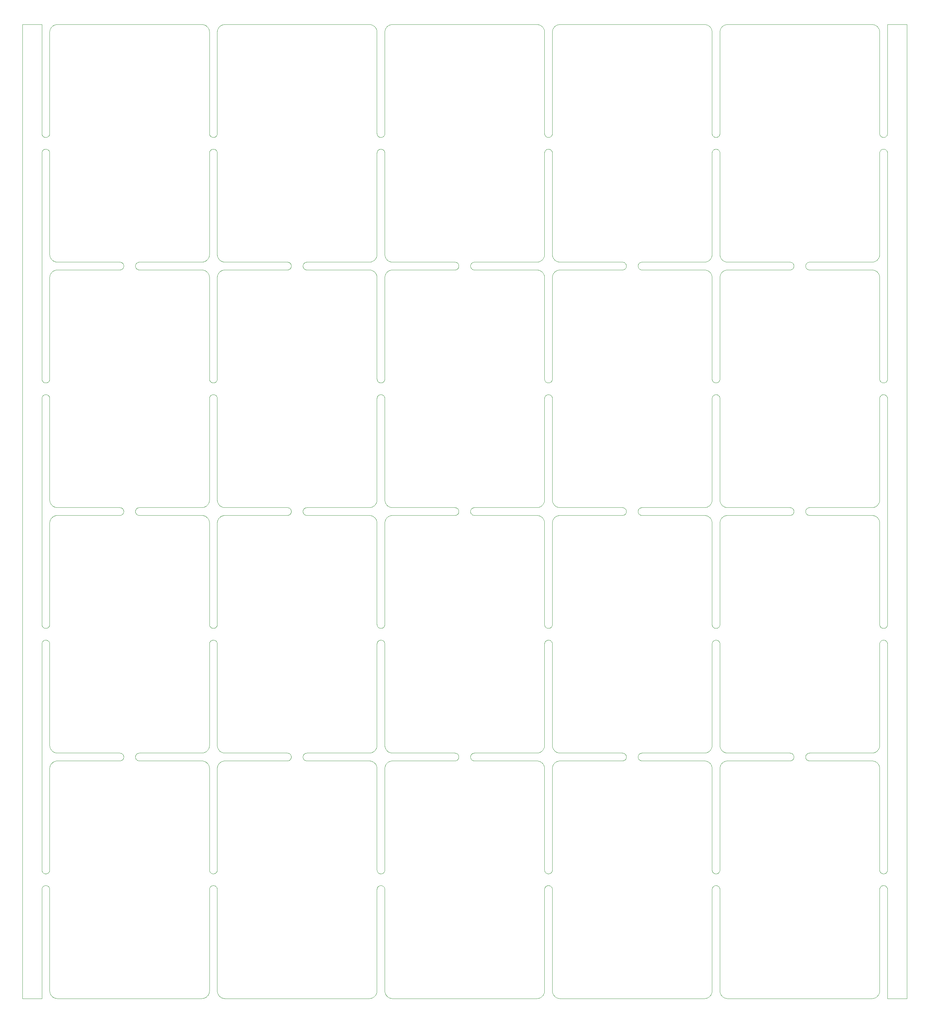
<source format=gbr>
%TF.GenerationSoftware,KiCad,Pcbnew,(7.0.0)*%
%TF.CreationDate,2023-04-25T01:58:54-04:00*%
%TF.ProjectId,NoU2-panelized2,4e6f5532-2d70-4616-9e65-6c697a656432,rev?*%
%TF.SameCoordinates,Original*%
%TF.FileFunction,Profile,NP*%
%FSLAX46Y46*%
G04 Gerber Fmt 4.6, Leading zero omitted, Abs format (unit mm)*
G04 Created by KiCad (PCBNEW (7.0.0)) date 2023-04-25 01:58:54*
%MOMM*%
%LPD*%
G01*
G04 APERTURE LIST*
%TA.AperFunction,Profile*%
%ADD10C,0.100000*%
%TD*%
G04 APERTURE END LIST*
D10*
X93211141Y-59891791D02*
X93211256Y-59892017D01*
X92150616Y-158012887D02*
X92201303Y-158021803D01*
X201818705Y-187018410D02*
X201864155Y-187011110D01*
X133048227Y-60703583D02*
X133069292Y-60690453D01*
X176691317Y-60068505D02*
X176691453Y-60068292D01*
X7022498Y-59290539D02*
X7026256Y-59315075D01*
X29681164Y-124054238D02*
X29724014Y-124040840D01*
X132190957Y-60990678D02*
X132215651Y-60988166D01*
X50211141Y-248891791D02*
X50211256Y-248892017D01*
X4995295Y-1605D02*
X4994874Y-1353D01*
X134000841Y-185006205D02*
X134000999Y-184993792D01*
X180294861Y-123870895D02*
X180318138Y-123879516D01*
X219957196Y-185414937D02*
X219957250Y-185414690D01*
X158026229Y-124783301D02*
X158038328Y-124734910D01*
X138007333Y-189000000D02*
X138007207Y-189000000D01*
X6978298Y-221796174D02*
X6987819Y-221847868D01*
X90880601Y-185682623D02*
X90905181Y-185610713D01*
X46391376Y-126038753D02*
X46391127Y-126038705D01*
X136427454Y-765969D02*
X136427296Y-766168D01*
X90957250Y-1585309D02*
X90957196Y-1585062D01*
X47369533Y-60458078D02*
X47369719Y-60457906D01*
X137710711Y-123978537D02*
X137786096Y-123988138D01*
X136491976Y-687854D02*
X136491809Y-688045D01*
X135997665Y-158935632D02*
X135999438Y-158965579D01*
X133526521Y-186292926D02*
X133574545Y-186234030D01*
X50297284Y-249047010D02*
X50297416Y-249047227D01*
X176790858Y-185891791D02*
X176801789Y-185869505D01*
X154874087Y-188484879D02*
X154873999Y-188485038D01*
X48014595Y-217154127D02*
X48008531Y-217107710D01*
X201018151Y-61824736D02*
X201027082Y-61780654D01*
X179130195Y-64293624D02*
X179130104Y-64293861D01*
X93932494Y-309682D02*
X93869041Y-351501D01*
X176589897Y-785796D02*
X176574703Y-766168D01*
X111029302Y-124001730D02*
X111061267Y-124003617D01*
X176979537Y-64709711D02*
X176979501Y-64709460D01*
X89089887Y-123997744D02*
X89114677Y-123996487D01*
X177248536Y-154656650D02*
X177248416Y-154656512D01*
X136061982Y-59488964D02*
X136062042Y-59489210D01*
X219843518Y-190222818D02*
X219833729Y-190200008D01*
X91392334Y-154791780D02*
X91392189Y-154791669D01*
X219989166Y-1785348D02*
X219989138Y-1785096D01*
X93039753Y-190609623D02*
X93039705Y-190609872D01*
X133387710Y-189559195D02*
X133369719Y-189542093D01*
X133962246Y-185390376D02*
X133962294Y-185390127D01*
X90649498Y-868041D02*
X90649356Y-867831D01*
X48413420Y-217807540D02*
X48372841Y-217776406D01*
X50010321Y-64810042D02*
X50010299Y-64810295D01*
X218982521Y-63257733D02*
X218982301Y-63257607D01*
X111998053Y-61954167D02*
X111998143Y-61956196D01*
X7022498Y-185290539D02*
X7026256Y-185315075D01*
X176912690Y-248586789D02*
X176912763Y-248586546D01*
X133235030Y-426454D02*
X133234831Y-426296D01*
X49609646Y-95208393D02*
X49645856Y-95237613D01*
X197932149Y-187639845D02*
X197947703Y-187683170D01*
X49727666Y-32315467D02*
X49729357Y-32317266D01*
X134005061Y-32925858D02*
X134009924Y-32876874D01*
X50632466Y-126541921D02*
X50632280Y-126542093D01*
X176691317Y-63931494D02*
X176649498Y-63868041D01*
X133293926Y-186525521D02*
X133294121Y-186525359D01*
X4994874Y-1353D02*
X4994441Y-1122D01*
X7632280Y-542093D02*
X7614289Y-559195D01*
X133441627Y-613108D02*
X133387891Y-559372D01*
X180610872Y-186961294D02*
X180685674Y-186974701D01*
X46391127Y-186961294D02*
X46391376Y-186961246D01*
X7200210Y-190130494D02*
X7200101Y-190130723D01*
X115007404Y-125096059D02*
X115003980Y-125046605D01*
X91122114Y-32525710D02*
X91146552Y-32482980D01*
X174994666Y-124000000D02*
X174994792Y-123999999D01*
X48000841Y-248006205D02*
X48000999Y-247993792D01*
X93689045Y-189490809D02*
X93688854Y-189490976D01*
X7297416Y-186047227D02*
X7310546Y-186068292D01*
X197998143Y-124956196D02*
X197999110Y-125000000D01*
X92996947Y-217074021D02*
X92991841Y-217124912D01*
X177816645Y-95018471D02*
X177866604Y-95010414D01*
X50001000Y-58993792D02*
X50001158Y-59006205D01*
X51019478Y-63257733D02*
X50953989Y-63296284D01*
X197147839Y-62987428D02*
X197104615Y-62992859D01*
X5566911Y-217903746D02*
X5523496Y-217881903D01*
X8109208Y-249789858D02*
X8131494Y-249800789D01*
X94610623Y-38753D02*
X94586309Y-43749D01*
X25190783Y-125980100D02*
X25147839Y-125987428D01*
X89490210Y-60938957D02*
X89514240Y-60932735D01*
X135549281Y-95165267D02*
X135549434Y-95165368D01*
X137811295Y-60990700D02*
X137887069Y-60996471D01*
X29005922Y-62084111D02*
X29002998Y-62033485D01*
X176069292Y-249690453D02*
X176069505Y-249690317D01*
X93366823Y-847458D02*
X93352643Y-867831D01*
X180487515Y-123932669D02*
X180487759Y-123932735D01*
X49867975Y-221504274D02*
X49891348Y-221547595D01*
X136200101Y-122869276D02*
X136200210Y-122869505D01*
X81Y-9318D02*
X57Y-9809D01*
X92994839Y-28098357D02*
X92994811Y-28098634D01*
X219048227Y-249703583D02*
X219069292Y-249690453D01*
X7089309Y-185586789D02*
X7096740Y-185610472D01*
X47957196Y-190585062D02*
X47940017Y-190511035D01*
X51811042Y-189009321D02*
X51786348Y-189011833D01*
X137131723Y-123800898D02*
X137200776Y-123832626D01*
X178881467Y-91471264D02*
X178856276Y-91515628D01*
X51019698Y-189257607D02*
X51019478Y-189257733D01*
X7039705Y-59390127D02*
X7039753Y-59390376D01*
X133975701Y-122315325D02*
X133975743Y-122315075D01*
X132489964Y-189060982D02*
X132415937Y-189043803D01*
X226995544Y-249999275D02*
X226995997Y-249999087D01*
X179542921Y-63631466D02*
X179491976Y-63687854D01*
X222002722Y-6453D02*
X222002557Y-6915D01*
X50130195Y-185706375D02*
X50158385Y-185776947D01*
X219962294Y-248390127D02*
X219975701Y-248315325D01*
X177299297Y-28710635D02*
X177299252Y-28710592D01*
X51414210Y-60911690D02*
X51414453Y-60911763D01*
X221442918Y-217900026D02*
X221399004Y-217919953D01*
X72057483Y-125327362D02*
X72057423Y-125327189D01*
X46291288Y-63021462D02*
X46215903Y-63011861D01*
X49753463Y-221343349D02*
X49753583Y-221343487D01*
X222009863Y-249999702D02*
X222010344Y-249999798D01*
X133704583Y-189952772D02*
X133691453Y-189931707D01*
X7004512Y-64886322D02*
X7003255Y-64911112D01*
X7932494Y-63309682D02*
X7869041Y-63351501D01*
X178991788Y-154124914D02*
X178983854Y-154176343D01*
X178276428Y-32040374D02*
X178320872Y-32054261D01*
X180041624Y-126245441D02*
X180041401Y-126245561D01*
X93022462Y-1709711D02*
X93012861Y-1785096D01*
X47133168Y-189351643D02*
X47132958Y-189351501D01*
X179026256Y-185315075D02*
X179026298Y-185315325D01*
X49093107Y-95005750D02*
X49139308Y-95011090D01*
X8610623Y-38753D02*
X8586309Y-43749D01*
X90989166Y-185214651D02*
X90991678Y-185189957D01*
X89291539Y-249978501D02*
X89316075Y-249974743D01*
X92991547Y-154125914D02*
X92982872Y-154180466D01*
X94294624Y-186870804D02*
X94294861Y-186870895D01*
X218611472Y-249904259D02*
X218611713Y-249904181D01*
X219975701Y-248315325D02*
X219975743Y-248315075D01*
X93121398Y-185682623D02*
X93121483Y-185682861D01*
X90962246Y-248390376D02*
X90962294Y-248390127D01*
X72140173Y-125506327D02*
X72116270Y-125463296D01*
X132801223Y-63167373D02*
X132800991Y-63167270D01*
X93766969Y-426454D02*
X93708073Y-474478D01*
X6823975Y-221434879D02*
X6824275Y-221435317D01*
X111990221Y-61866125D02*
X111995114Y-61910003D01*
X72817677Y-188981420D02*
X72772138Y-188971877D01*
X219459078Y-60368533D02*
X219510023Y-60312145D01*
X94318376Y-60879601D02*
X94390286Y-60904181D01*
X177173235Y-91558744D02*
X177145723Y-91515628D01*
X51294861Y-189129104D02*
X51294624Y-189129195D01*
X179246561Y-127040401D02*
X179246441Y-127040624D01*
X94685674Y-63025298D02*
X94610872Y-63038705D01*
X91173270Y-32441203D02*
X91201809Y-32401096D01*
X110970647Y-187000000D02*
X111029302Y-187001730D01*
X220562751Y-221103012D02*
X220563634Y-221102581D01*
X29002652Y-125003290D02*
X29003487Y-124958433D01*
X219991700Y-64810295D02*
X219991678Y-64810042D01*
X176801789Y-190130494D02*
X176790858Y-190108208D01*
X50543093Y-249368719D02*
X50560195Y-249386710D01*
X201363386Y-188768349D02*
X201328741Y-188738215D01*
X48463207Y-28841179D02*
X48423866Y-28814584D01*
X72163049Y-124457314D02*
X72187192Y-124421774D01*
X50707878Y-126474640D02*
X50689045Y-126490809D01*
X50932494Y-186690317D02*
X50932707Y-186690453D01*
X136022462Y-64709711D02*
X136012861Y-64785096D01*
X132982301Y-189257607D02*
X132960598Y-189245561D01*
X180224052Y-126157385D02*
X180223818Y-126157481D01*
X93168373Y-64199776D02*
X93168270Y-64200008D01*
X177001000Y-222030352D02*
X177002730Y-221971697D01*
X135999269Y-28028302D02*
X135997303Y-28061600D01*
X219991700Y-1810295D02*
X219991678Y-1810042D01*
X68877160Y-188478730D02*
X68854183Y-188518485D01*
X5881976Y-95007180D02*
X5930025Y-95003087D01*
X134720701Y-154958552D02*
X134673810Y-154943576D01*
X92983263Y-91178882D02*
X92974026Y-91223860D01*
X180994794Y-60999841D02*
X181007207Y-60999999D01*
X180610623Y-123961246D02*
X180610872Y-123961294D01*
X48967514Y-32001998D02*
X48968435Y-32001968D01*
X91134024Y-91495725D02*
X91110651Y-91452404D01*
X133997471Y-64886069D02*
X133991700Y-64810295D01*
X46114930Y-63003528D02*
X46114677Y-63003512D01*
X8586309Y-189043749D02*
X8586062Y-189043803D01*
X197029302Y-188998269D02*
X196970647Y-189000000D01*
X8019698Y-189257607D02*
X8019478Y-189257733D01*
X48168892Y-217551781D02*
X48141826Y-217508383D01*
X175514484Y-186932669D02*
X175587546Y-186911763D01*
X135800152Y-217598953D02*
X135768433Y-217639075D01*
X134650457Y-32064847D02*
X134698796Y-32048136D01*
X46587546Y-189088236D02*
X46514484Y-189067330D01*
X136848252Y-186634028D02*
X136848458Y-186634176D01*
X219957196Y-64585062D02*
X219940017Y-64511035D01*
X89316075Y-63025256D02*
X89291539Y-63021498D01*
X47871804Y-1293624D02*
X47843614Y-1223052D01*
X178891176Y-158547785D02*
X178911017Y-158589194D01*
X179003246Y-127911365D02*
X179001160Y-127993668D01*
X178702747Y-28710592D02*
X178702702Y-28710635D01*
X175291539Y-63021498D02*
X175291288Y-63021462D01*
X179004528Y-185113930D02*
X179010299Y-185189704D01*
X177816172Y-28981059D02*
X177770619Y-28971408D01*
X158877874Y-125991075D02*
X158877693Y-125991052D01*
X111151596Y-125986881D02*
X111106597Y-125992661D01*
X94224052Y-60842614D02*
X94294624Y-60870804D01*
X176833729Y-122799991D02*
X176843518Y-122777181D01*
X201068489Y-125356500D02*
X201054033Y-125316041D01*
X135491595Y-217869698D02*
X135446569Y-217893686D01*
X133975701Y-190684674D02*
X133962294Y-190609872D01*
X219833626Y-122800223D02*
X219833729Y-122799991D01*
X175801223Y-186832626D02*
X175870276Y-186800898D01*
X72166368Y-125548434D02*
X72166267Y-125548281D01*
X136001160Y-190993668D02*
X136001158Y-190993794D01*
X136352501Y-123131958D02*
X136352643Y-123132168D01*
X177954960Y-28997044D02*
X177908385Y-28993887D01*
X218190957Y-9321D02*
X218190704Y-9299D01*
X7366971Y-63847252D02*
X7366823Y-63847458D01*
X177604535Y-221083373D02*
X177652366Y-221064153D01*
X72638939Y-62930753D02*
X72638881Y-62930730D01*
X220000841Y-59006205D02*
X220000999Y-58993792D01*
X5125Y-1353D02*
X4704Y-1605D01*
X48060519Y-154335386D02*
X48045835Y-154290937D01*
X176991700Y-59189704D02*
X176997471Y-59113930D01*
X51786096Y-189011861D02*
X51710711Y-189021462D01*
X49230042Y-91971820D02*
X49185133Y-91981330D01*
X49397309Y-158083305D02*
X49443717Y-158104806D01*
X29780387Y-62974022D02*
X29732661Y-62961969D01*
X68974827Y-187780253D02*
X68983400Y-187822354D01*
X6503879Y-158137584D02*
X6535102Y-158156559D01*
X136096740Y-185610472D02*
X136096818Y-185610713D01*
X136001157Y-64993797D02*
X136001000Y-65006204D01*
X218089887Y-60997744D02*
X218114677Y-60996487D01*
X7310546Y-126931707D02*
X7297416Y-126952772D01*
X5093641Y-95570986D02*
X5115170Y-95527835D01*
X68998166Y-124952167D02*
X68999371Y-124998160D01*
X51294861Y-129104D02*
X51294624Y-129195D01*
X111747539Y-124336996D02*
X111777238Y-124372014D01*
X219833729Y-185799991D02*
X219843518Y-185777181D01*
X136689045Y-63490809D02*
X136688854Y-63490976D01*
X88994792Y-123999999D02*
X89007205Y-123999841D01*
X197642509Y-124234686D02*
X197677781Y-124265653D01*
X7068330Y-127486515D02*
X7068264Y-127486759D01*
X8912112Y-123997744D02*
X8912365Y-123997753D01*
X93211256Y-64107982D02*
X93211141Y-64108208D01*
X176905181Y-64389286D02*
X176880601Y-64317376D01*
X51912365Y-249997753D02*
X51994668Y-249999839D01*
X51786348Y-186988166D02*
X51811042Y-186990678D01*
X218800991Y-123832729D02*
X218801223Y-123832626D01*
X7168373Y-1199776D02*
X7168270Y-1200008D01*
X50475640Y-126706878D02*
X50475478Y-126707073D01*
X136689045Y-126490809D02*
X136688854Y-126490976D01*
X136427454Y-249234030D02*
X136475478Y-249292926D01*
X219691317Y-189931494D02*
X219649498Y-189868041D01*
X197677781Y-125734346D02*
X197642509Y-125765313D01*
X176459078Y-63631466D02*
X176458906Y-63631280D01*
X176790858Y-127108208D02*
X176790743Y-127107982D01*
X90871895Y-1293861D02*
X90871804Y-1293624D01*
X51487515Y-189067330D02*
X51414453Y-189088236D01*
X134017258Y-154172170D02*
X134017226Y-154171990D01*
X132089634Y-63002246D02*
X132007331Y-63000160D01*
X176962294Y-59390127D02*
X176975701Y-59315325D01*
X178775888Y-221370573D02*
X178778244Y-221373484D01*
X72635774Y-125929474D02*
X72588803Y-125909561D01*
X50001160Y-248006331D02*
X50003246Y-248088634D01*
X92824514Y-95435227D02*
X92850087Y-95474585D01*
X29027626Y-125221752D02*
X29027172Y-125219746D01*
X115119720Y-61530759D02*
X115142203Y-61490723D01*
X93200210Y-127130494D02*
X93200101Y-127130723D01*
X219743392Y-122981301D02*
X219755438Y-122959598D01*
X5081189Y-221615217D02*
X5100596Y-221571079D01*
X89683623Y-249879601D02*
X89683861Y-249879516D01*
X89587546Y-189088236D02*
X89514484Y-189067330D01*
X180586062Y-189043803D02*
X180512035Y-189060982D01*
X47998744Y-122088887D02*
X47998753Y-122088634D01*
X136868831Y-249648356D02*
X136869041Y-249648498D01*
X115007923Y-124898067D02*
X115013959Y-124850365D01*
X93868831Y-351643D02*
X93848458Y-365823D01*
X154990755Y-62130934D02*
X154983848Y-62175263D01*
X5481204Y-217857956D02*
X5440139Y-217831963D01*
X47991700Y-59189704D02*
X47997471Y-59113930D01*
X133153541Y-249634176D02*
X133153747Y-249634028D01*
X154654792Y-187245381D02*
X154688776Y-187276257D01*
X177248536Y-221343349D02*
X177281806Y-221307070D01*
X7258607Y-127018698D02*
X7246561Y-127040401D01*
X68184322Y-187018579D02*
X68229861Y-187028122D01*
X50039705Y-190609872D02*
X50026298Y-190684674D01*
X47574703Y-126766168D02*
X47574545Y-126765969D01*
X136475478Y-60292926D02*
X136475640Y-60293121D01*
X111921605Y-61613846D02*
X111922398Y-61615745D01*
X72002921Y-62031105D02*
X72002574Y-61981099D01*
X180887069Y-186996471D02*
X180887322Y-186996487D01*
X132683623Y-63120398D02*
X132611713Y-63095818D01*
X50012833Y-190785348D02*
X50010321Y-190810042D01*
X6565884Y-158176862D02*
X6624715Y-158220495D01*
X50411950Y-123214000D02*
X50412102Y-123214203D01*
X49816517Y-32423957D02*
X49842146Y-32462055D01*
X111974556Y-62220942D02*
X111964168Y-62262631D01*
X178627798Y-32222507D02*
X178666788Y-32255610D01*
X136543093Y-189631280D02*
X136542921Y-189631466D01*
X47069292Y-60690453D02*
X47069505Y-60690317D01*
X154151596Y-125986881D02*
X154106597Y-125992661D01*
X25272709Y-188960764D02*
X25228243Y-188972214D01*
X68099621Y-187006621D02*
X68137608Y-187011077D01*
X93475478Y-126707073D02*
X93427454Y-126765969D01*
X51487759Y-67264D02*
X51487515Y-67330D01*
X136366971Y-126847252D02*
X136366823Y-126847458D01*
X47755438Y-59959598D02*
X47755558Y-59959375D01*
X220002555Y-95965697D02*
X220004287Y-95936290D01*
X135313810Y-154948149D02*
X135266089Y-154962671D01*
X226989972Y-3D02*
X226989727Y0D01*
X175391376Y-63038753D02*
X175391127Y-63038705D01*
X137223818Y-60842518D02*
X137224052Y-60842614D01*
X90790743Y-248892017D02*
X90790858Y-248891791D01*
X47912690Y-122586789D02*
X47912763Y-122586546D01*
X175391376Y-186961246D02*
X175415690Y-186956250D01*
X111029302Y-125998269D02*
X110970647Y-126000000D01*
X136766969Y-189426454D02*
X136708073Y-189474478D01*
X51786348Y-189011833D02*
X51786096Y-189011861D01*
X178410699Y-32089626D02*
X178456837Y-32111699D01*
X47691453Y-189931707D02*
X47691317Y-189931494D01*
X93001000Y-222030352D02*
X93001000Y-247993666D01*
X93688854Y-490976D02*
X93632466Y-541921D01*
X94019698Y-123742392D02*
X94041401Y-123754438D01*
X46960375Y-63245441D02*
X46893017Y-63210256D01*
X7932707Y-189309546D02*
X7932494Y-189309682D01*
X94318376Y-120398D02*
X94318138Y-120483D01*
X137414453Y-123911763D02*
X137487515Y-123932669D01*
X47635176Y-189847458D02*
X47635028Y-189847252D01*
X154652141Y-62756871D02*
X154616670Y-62786029D01*
X51390527Y-186904259D02*
X51414210Y-186911690D01*
X50026256Y-185315075D02*
X50026298Y-185315325D01*
X49976443Y-221786440D02*
X49986005Y-221836668D01*
X95007333Y-250000000D02*
X131994666Y-250000000D01*
X222008002Y-249999087D02*
X222008455Y-249999275D01*
X180811295Y-63009299D02*
X180811042Y-63009321D01*
X25974917Y-125219345D02*
X25974373Y-125221752D01*
X133755558Y-1040624D02*
X133755438Y-1040401D01*
X6810026Y-32415085D02*
X6810337Y-32415516D01*
X49999438Y-95965579D02*
X50000034Y-95979095D01*
X6150793Y-154987362D02*
X6100578Y-154993712D01*
X49948520Y-95684414D02*
X49962920Y-95731485D01*
X50130104Y-59706138D02*
X50130195Y-59706375D01*
X92069701Y-32003802D02*
X92119659Y-32008542D01*
X181007333Y-124000000D02*
X196970647Y-124000000D01*
X218316325Y-25298D02*
X218316075Y-25256D01*
X134103911Y-221561889D02*
X134124492Y-221521988D01*
X50542921Y-186368533D02*
X50543093Y-186368719D01*
X133589897Y-60214203D02*
X133590049Y-60214000D01*
X51200776Y-123832626D02*
X51201008Y-123832729D01*
X47833729Y-190200008D02*
X47833626Y-190199776D01*
X92949610Y-221687797D02*
X92964301Y-221736772D01*
X178267320Y-158037864D02*
X178270216Y-158038672D01*
X133704715Y-189952989D02*
X133704583Y-189952772D01*
X4998648Y-249994875D02*
X4998879Y-249994443D01*
X29053516Y-188314487D02*
X29040265Y-188271472D01*
X197770224Y-187363664D02*
X197798787Y-187399762D01*
X90153541Y-365823D02*
X90133168Y-351643D01*
X135867884Y-158504115D02*
X135867975Y-158504274D01*
X92442031Y-95104357D02*
X92480060Y-95124117D01*
X93246441Y-248959375D02*
X93246561Y-248959598D01*
X90313145Y-126490976D02*
X90312954Y-126490809D01*
X178736875Y-217674832D02*
X178705064Y-217707945D01*
X47635176Y-123152541D02*
X47649356Y-123132168D01*
X175514484Y-126067330D02*
X175514240Y-126067264D01*
X92916588Y-91398054D02*
X92897212Y-91439810D01*
X197900589Y-62432951D02*
X197880125Y-62473040D01*
X180887322Y-3512D02*
X180887069Y-3528D01*
X49300946Y-221047471D02*
X49349633Y-221064153D01*
X93848252Y-365971D02*
X93786999Y-410950D01*
X133048010Y-249703715D02*
X133048227Y-249703583D01*
X7001160Y-127993668D02*
X7001158Y-127993794D01*
X179003246Y-59088634D02*
X179003255Y-59088887D01*
X50786796Y-186588897D02*
X50786999Y-186589049D01*
X158042396Y-188280122D02*
X158029757Y-188232548D01*
X51811042Y-9321D02*
X51786348Y-11833D01*
X8512035Y-60982D02*
X8511789Y-61042D01*
X135590041Y-95193513D02*
X135629064Y-95223517D01*
X179246561Y-1040401D02*
X179246441Y-1040624D01*
X93200101Y-64130723D02*
X93168373Y-64199776D01*
X137223818Y-63157481D02*
X137201008Y-63167270D01*
X197774251Y-125631919D02*
X197743726Y-125667574D01*
X49945627Y-32676668D02*
X49961003Y-32725313D01*
X134376565Y-217778999D02*
X134342190Y-217750119D01*
X93708073Y-60525521D02*
X93766969Y-60573545D01*
X220541124Y-217886094D02*
X220477394Y-217849991D01*
X135975022Y-95779387D02*
X135975063Y-95779566D01*
X50614108Y-123440627D02*
X50614289Y-123440804D01*
X29201522Y-125598020D02*
X29174528Y-125559978D01*
X48559894Y-91896000D02*
X48559730Y-91895919D01*
X7130104Y-185706138D02*
X7130195Y-185706375D01*
X48513158Y-158128608D02*
X48558282Y-158104806D01*
X201122069Y-125473402D02*
X201102496Y-125435155D01*
X136475640Y-63706878D02*
X136475478Y-63707073D01*
X179632466Y-541921D02*
X179632280Y-542093D01*
X179061982Y-59488964D02*
X179062042Y-59489210D01*
X91967514Y-32001998D02*
X91969259Y-32001942D01*
X175893017Y-249789743D02*
X175960375Y-249754558D01*
X91627544Y-32073759D02*
X91673637Y-32056483D01*
X134345346Y-158247065D02*
X134381282Y-158217324D01*
X133704583Y-186047227D02*
X133704715Y-186047010D01*
X92528621Y-221152057D02*
X92569761Y-221179085D01*
X219704583Y-63952772D02*
X219691453Y-63931707D01*
X72332228Y-62741356D02*
X72295165Y-62706298D01*
X111199250Y-62978496D02*
X111153693Y-62986590D01*
X179932707Y-123690453D02*
X179953772Y-123703583D01*
X6290993Y-91955669D02*
X6290820Y-91955721D01*
X115240369Y-188647171D02*
X115208241Y-188607375D01*
X29399391Y-188796844D02*
X29363386Y-188768349D01*
X72595954Y-188912694D02*
X72553889Y-188892809D01*
X181007333Y0D02*
X181007207Y0D01*
X92300946Y-221047471D02*
X92349633Y-221064153D01*
X6624715Y-158220495D02*
X6625091Y-158220795D01*
X135397186Y-154916335D02*
X135363118Y-154930321D01*
X176843614Y-59776947D02*
X176871804Y-59706375D01*
X111728733Y-187316044D02*
X111728775Y-187316090D01*
X154728775Y-188683909D02*
X154728650Y-188684043D01*
X133691317Y-931494D02*
X133649498Y-868041D01*
X137318138Y-186879516D02*
X137318376Y-186879601D01*
X197408589Y-124088651D02*
X197447322Y-124106990D01*
X115894192Y-62992547D02*
X115848306Y-62986590D01*
X7003255Y-122088887D02*
X7004512Y-122113677D01*
X50200210Y-185869505D02*
X50211141Y-185891791D01*
X7121483Y-248682861D02*
X7130104Y-248706138D01*
X6908792Y-95584594D02*
X6932438Y-95640704D01*
X47962294Y-248390127D02*
X47975701Y-248315325D01*
X178355611Y-154933279D02*
X178313286Y-154948254D01*
X49838660Y-95456507D02*
X49865390Y-95499961D01*
X72224556Y-125628113D02*
X72224517Y-125628064D01*
X176989166Y-1785348D02*
X176989138Y-1785096D01*
X154964168Y-62262631D02*
X154952017Y-62303728D01*
X25877061Y-62479140D02*
X25851510Y-62523298D01*
X90843614Y-185776947D02*
X90871804Y-185706375D01*
X94201008Y-60832729D02*
X94223818Y-60842518D01*
X132415690Y-123956250D02*
X132415937Y-123956196D01*
X92797104Y-95397125D02*
X92824514Y-95435227D01*
X197998143Y-62043803D02*
X197998053Y-62045832D01*
X134001000Y-121993666D02*
X134001000Y-96022925D01*
X197190783Y-62980100D02*
X197147839Y-62987428D01*
X89683861Y-60879516D02*
X89707138Y-60870895D01*
X29279723Y-61309732D02*
X29311468Y-61277984D01*
X8586309Y-186956250D02*
X8610623Y-186961246D01*
X7411950Y-63785999D02*
X7366971Y-63847252D01*
X133991700Y-64810295D02*
X133991678Y-64810042D01*
X4704Y-1605D02*
X4296Y-1878D01*
X94511789Y-63061042D02*
X94487759Y-63067264D01*
X5138776Y-32485784D02*
X5164400Y-32444932D01*
X180786348Y-249988166D02*
X180811042Y-249990678D01*
X115142203Y-62509276D02*
X115119720Y-62469240D01*
X179001000Y-128006333D02*
X179001000Y-153977074D01*
X154496884Y-188866884D02*
X154496830Y-188866915D01*
X94318138Y-126120483D02*
X94294861Y-126129104D01*
X226997703Y-249998121D02*
X226998097Y-249997829D01*
X135836639Y-95453794D02*
X135863615Y-95497248D01*
X219905181Y-190389286D02*
X219880601Y-190317376D01*
X179352643Y-123132168D02*
X179366823Y-123152541D01*
X92044522Y-154997386D02*
X92001592Y-154998315D01*
X47649498Y-63868041D02*
X47649356Y-63867831D01*
X222008915Y-559D02*
X222008453Y-724D01*
X92782033Y-158378110D02*
X92809182Y-158413868D01*
X178047039Y-28997044D02*
X178044803Y-28997143D01*
X90704715Y-189952989D02*
X90704583Y-189952772D01*
X175089634Y-2246D02*
X175007331Y-160D01*
X179766969Y-123573545D02*
X179767168Y-123573703D01*
X89316075Y-189025256D02*
X89291539Y-189021498D01*
X51414453Y-123911763D02*
X51487515Y-123932669D01*
X135713959Y-221300992D02*
X135745702Y-221335010D01*
X201475169Y-187151323D02*
X201514879Y-187128039D01*
X133743392Y-64018698D02*
X133743266Y-64018478D01*
X47635028Y-123152747D02*
X47635176Y-123152541D01*
X133905259Y-1389527D02*
X133905181Y-1389286D01*
X48680396Y-95054456D02*
X48724201Y-95040689D01*
X177908385Y-91993887D02*
X177862128Y-91988558D01*
X7001000Y-222025741D02*
X7001000Y-247993666D01*
X219441804Y-60386710D02*
X219458906Y-60368719D01*
X135984773Y-158828009D02*
X135992052Y-158876693D01*
X134697250Y-91951381D02*
X134697076Y-91951325D01*
X154646875Y-125761231D02*
X154611135Y-125790243D01*
X72194744Y-187411240D02*
X72220761Y-187377185D01*
X218489964Y-126060982D02*
X218415937Y-126043803D01*
X115007029Y-187908405D02*
X115012211Y-187862941D01*
X158002921Y-125031105D02*
X158002574Y-124981099D01*
X50868831Y-351643D02*
X50848458Y-365823D01*
X219441804Y-613289D02*
X219441627Y-613108D01*
X158570972Y-61098970D02*
X158611918Y-61080556D01*
X133957196Y-190585062D02*
X133940017Y-190511035D01*
X137912112Y-249997744D02*
X137912365Y-249997753D01*
X137294624Y-249870804D02*
X137294861Y-249870895D01*
X179168270Y-122799991D02*
X179168373Y-122800223D01*
X5978217Y-32001339D02*
X6026558Y-32001941D01*
X197947966Y-124683958D02*
X197948250Y-124684812D01*
X154728650Y-188684043D02*
X154694061Y-188719066D01*
X90989138Y-59214903D02*
X90989166Y-59214651D01*
X7475640Y-249293121D02*
X7491809Y-249311954D01*
X197363034Y-61069565D02*
X197404495Y-61086790D01*
X197677781Y-62734346D02*
X197642509Y-62765313D01*
X179130195Y-122706375D02*
X179158385Y-122776947D01*
X93044803Y-1585062D02*
X93044749Y-1585309D01*
X135251458Y-28966657D02*
X135201303Y-28978196D01*
X219975743Y-1684924D02*
X219975701Y-1684674D01*
X133691317Y-60068505D02*
X133691453Y-60068292D01*
X133133168Y-63351643D02*
X133132958Y-63351501D01*
X92797104Y-91602874D02*
X92767919Y-91639634D01*
X219962246Y-122390376D02*
X219962294Y-122390127D01*
X133133168Y-189351643D02*
X133132958Y-189351501D01*
X94685924Y-189025256D02*
X94685674Y-189025298D01*
X133048227Y-63296416D02*
X133048010Y-63296284D01*
X180994794Y-249999841D02*
X181007207Y-249999999D01*
X135847654Y-91529080D02*
X135822315Y-91567512D01*
X7766969Y-189426454D02*
X7708073Y-189474478D01*
X197947966Y-125316041D02*
X197933510Y-125356500D01*
X176510190Y-123311954D02*
X176526359Y-123293121D01*
X219979537Y-127709711D02*
X219979501Y-127709460D01*
X93039705Y-185390127D02*
X93039753Y-185390376D01*
X135962969Y-95731661D02*
X135975022Y-95779387D01*
X89683861Y-186879516D02*
X89707138Y-186870895D01*
X180811042Y-126009321D02*
X180786348Y-126011833D01*
X50022462Y-59290288D02*
X50022498Y-59290539D01*
X136200210Y-185869505D02*
X136211141Y-185891791D01*
X137041401Y-245561D02*
X137019698Y-257607D01*
X48002561Y-32965579D02*
X48004334Y-32935632D01*
X29818705Y-188981589D02*
X29773756Y-188972214D01*
X4993082Y-559D02*
X4992612Y-416D01*
X7158481Y-1222818D02*
X7158385Y-1223052D01*
X136848252Y-189365971D02*
X136786999Y-189410950D01*
X175391376Y-123961246D02*
X175415690Y-123956250D01*
X92517291Y-95145558D02*
X92519794Y-95147072D01*
X218514484Y-189067330D02*
X218514240Y-189067264D01*
X197445132Y-62894122D02*
X197404495Y-62913209D01*
X180887069Y-249996471D02*
X180887322Y-249996487D01*
X6671440Y-32260283D02*
X6715280Y-32302538D01*
X48139765Y-154504880D02*
X48116927Y-154463881D01*
X222001999Y-32991413D02*
X222001999Y-91008611D01*
X7003255Y-127911112D02*
X7003246Y-127911365D01*
X136200101Y-59869276D02*
X136200210Y-59869505D01*
X6770620Y-91636077D02*
X6740812Y-91670527D01*
X176979501Y-248290539D02*
X176979537Y-248290288D01*
X135975063Y-95779566D02*
X135984741Y-95827829D01*
X92892545Y-154449688D02*
X92870604Y-154490718D01*
X135720066Y-28693061D02*
X135685043Y-28727650D01*
X179089236Y-59586546D02*
X179089309Y-59586789D01*
X197933510Y-125356500D02*
X197917358Y-125396196D01*
X29028419Y-187774328D02*
X29039861Y-187729885D01*
X7543093Y-249368719D02*
X7560195Y-249386710D01*
X158094362Y-188418807D02*
X158074827Y-188373624D01*
X180131494Y-186800789D02*
X180131723Y-186800898D01*
X180223818Y-186842518D02*
X180224052Y-186842614D01*
X90933735Y-122513240D02*
X90939957Y-122489210D01*
X180131723Y-199101D02*
X180131494Y-199210D01*
X25983400Y-61822354D02*
X25990127Y-61864679D01*
X132587789Y-123911690D02*
X132611472Y-123904259D01*
X29140265Y-62506485D02*
X29140173Y-62506327D01*
X137318138Y-126120483D02*
X137294861Y-126129104D01*
X3Y-12027D02*
X3Y-12027D01*
X6102670Y-217993429D02*
X6051861Y-217997376D01*
X218089634Y-2246D02*
X218007331Y-160D01*
X92187559Y-28980778D02*
X92141136Y-28988411D01*
X177697076Y-154951325D02*
X177650570Y-154935194D01*
X158099732Y-61570646D02*
X158100437Y-61569167D01*
X221204887Y-95020266D02*
X221252310Y-95030902D01*
X177281933Y-221306938D02*
X177316956Y-221272349D01*
X94019698Y-60742392D02*
X94041401Y-60754438D01*
X178000999Y-28998110D02*
X177957196Y-28997143D01*
X49865390Y-95499961D02*
X49889845Y-95544735D01*
X50953989Y-186703715D02*
X51019478Y-186742266D01*
X29038825Y-124733597D02*
X29052048Y-124689626D01*
X93200101Y-59869276D02*
X93200210Y-59869505D01*
X136475478Y-189707073D02*
X136427454Y-189765969D01*
X47998744Y-190911112D02*
X47997487Y-190886322D01*
X91119124Y-217468353D02*
X91096441Y-217422656D01*
X47132958Y-351501D02*
X47069505Y-309682D01*
X559Y-249993082D02*
X724Y-249993544D01*
X90153747Y-63365971D02*
X90153541Y-63365823D01*
X176048227Y-186703583D02*
X176069292Y-186690453D01*
X115625780Y-61074833D02*
X115669039Y-61058411D01*
X136297416Y-952772D02*
X136297284Y-952989D01*
X50158481Y-127222818D02*
X50158385Y-127223052D01*
X179001160Y-122006331D02*
X179003246Y-122088634D01*
X136003246Y-190911365D02*
X136001160Y-190993668D01*
X137390286Y-189095818D02*
X137318376Y-189120398D01*
X48673810Y-32056423D02*
X48720701Y-32041447D01*
X136130104Y-59706138D02*
X136130195Y-59706375D01*
X136614289Y-126559195D02*
X136614108Y-126559372D01*
X219991700Y-248189704D02*
X219997471Y-248113930D01*
X92867975Y-221504274D02*
X92891348Y-221547595D01*
X137109208Y-60789858D02*
X137131494Y-60800789D01*
X46089634Y-249997753D02*
X46089887Y-249997744D01*
X221167816Y-221013608D02*
X221215240Y-221022355D01*
X52007207Y-186999999D02*
X52007333Y-187000000D01*
X46215651Y-249988166D02*
X46215903Y-249988138D01*
X94786348Y-11833D02*
X94786096Y-11861D01*
X90743266Y-190018478D02*
X90704715Y-189952989D01*
X221927761Y-217384865D02*
X221908358Y-217429013D01*
X180710460Y-126021498D02*
X180685924Y-126025256D01*
X220198783Y-158405148D02*
X220198891Y-158405002D01*
X175611472Y-123904259D02*
X175611713Y-123904181D01*
X49930474Y-158634774D02*
X49947940Y-158682708D01*
X7001000Y-58993792D02*
X7001158Y-59006205D01*
X201516677Y-124127039D02*
X201554677Y-124106990D01*
X136297416Y-189952772D02*
X136297284Y-189952989D01*
X176387891Y-123440627D02*
X176441627Y-123386891D01*
X179411950Y-186214000D02*
X179412102Y-186214203D01*
X29767538Y-124029369D02*
X29768529Y-124029132D01*
X180511789Y-61042D02*
X180487759Y-67264D01*
X174994666Y0D02*
X138007333Y0D01*
X132982301Y-249742392D02*
X132982521Y-249742266D01*
X133843614Y-1223052D02*
X133843518Y-1222818D01*
X135926275Y-154374826D02*
X135908068Y-154417105D01*
X50869041Y-123648498D02*
X50932494Y-123690317D01*
X179869041Y-189351501D02*
X179868831Y-189351643D01*
X132514240Y-63067264D02*
X132490210Y-63061042D01*
X51041401Y-245561D02*
X51019698Y-257607D01*
X47574545Y-123234030D02*
X47574703Y-123233831D01*
X178929786Y-217366218D02*
X178912390Y-217407607D01*
X6624715Y-32220495D02*
X6625091Y-32220795D01*
X93246441Y-190040624D02*
X93211256Y-190107982D01*
X179708073Y-60525521D02*
X179766969Y-60573545D01*
X47069292Y-123690453D02*
X47069505Y-123690317D01*
X93003255Y-59088887D02*
X93004512Y-59113677D01*
X111963538Y-125265006D02*
X111950675Y-125308020D01*
X154958422Y-125283972D02*
X154942671Y-125332344D01*
X179708073Y-123525521D02*
X179766969Y-123573545D01*
X158119720Y-62469240D02*
X158099118Y-62428205D01*
X6982381Y-95816864D02*
X6982479Y-95817387D01*
X136707878Y-474640D02*
X136689045Y-490809D01*
X92992961Y-221887324D02*
X92997303Y-221938399D01*
X47704715Y-126952989D02*
X47704583Y-126952772D01*
X175316075Y-189025256D02*
X175291539Y-189021498D01*
X133313145Y-63490976D02*
X133312954Y-63490809D01*
X47801789Y-1130494D02*
X47790858Y-1108208D01*
X93848458Y-123634176D02*
X93868831Y-123648356D01*
X48001965Y-95979095D02*
X48002561Y-95965579D01*
X52007333Y-250000000D02*
X88994666Y-250000000D01*
X50022498Y-248290539D02*
X50026256Y-248315075D01*
X110970647Y-124000000D02*
X111029302Y-124001730D01*
X7246561Y-59959598D02*
X7258607Y-59981301D01*
X221777196Y-158363144D02*
X221807102Y-158401454D01*
X48697146Y-91951348D02*
X48697076Y-91951325D01*
X179062042Y-248489210D02*
X179068264Y-248513240D01*
X197989788Y-187862941D02*
X197994970Y-187908405D01*
X94201008Y-167270D02*
X94200776Y-167373D01*
X135699183Y-217713966D02*
X135661758Y-217748637D01*
X72966579Y-62998438D02*
X72936632Y-62996665D01*
X137994794Y-60999841D02*
X138007207Y-60999999D01*
X7614289Y-559195D02*
X7614108Y-559372D01*
X94223818Y-123842518D02*
X94224052Y-123842614D01*
X137710460Y-123978501D02*
X137710711Y-123978537D01*
X133294121Y-60525359D02*
X133312954Y-60509190D01*
X219387891Y-60440627D02*
X219441627Y-60386891D01*
X134138384Y-154502751D02*
X134113744Y-154458079D01*
X132514240Y-60932735D02*
X132514484Y-60932669D01*
X7932494Y-126309682D02*
X7869041Y-126351501D01*
X175892791Y-186789858D02*
X175893017Y-186789743D01*
X47069505Y-189309682D02*
X47069292Y-189309546D01*
X29436679Y-188823639D02*
X29399391Y-188796844D01*
X50246561Y-59959598D02*
X50258607Y-59981301D01*
X132892791Y-63210141D02*
X132870505Y-63199210D01*
X50200210Y-122869505D02*
X50211141Y-122891791D01*
X134307299Y-217717920D02*
X134274899Y-217685221D01*
X137318138Y-123879516D02*
X137318376Y-123879601D01*
X175415937Y-60956196D02*
X175489964Y-60939017D01*
X90153747Y-189365971D02*
X90153541Y-189365823D01*
X47510023Y-687854D02*
X47459078Y-631466D01*
X49996938Y-95925858D02*
X49997665Y-95935632D01*
X93352643Y-867831D02*
X93352501Y-868041D01*
X179310682Y-60068505D02*
X179352501Y-60131958D01*
X49792959Y-217607940D02*
X49763826Y-217644219D01*
X180512035Y-249939017D02*
X180586062Y-249956196D01*
X133871895Y-122706138D02*
X133880516Y-122682861D01*
X197948250Y-188315187D02*
X197947703Y-188316829D01*
X29146128Y-61484418D02*
X29147193Y-61482658D01*
X51586309Y-189043749D02*
X51586062Y-189043803D01*
X219459078Y-186368533D02*
X219510023Y-186312145D01*
X50200210Y-59869505D02*
X50211141Y-59891791D01*
X136010321Y-185189957D02*
X136012833Y-185214651D01*
X177001000Y-191006333D02*
X177000999Y-191006207D01*
X47801898Y-59869276D02*
X47833626Y-59800223D01*
X48957196Y-221002856D02*
X49001000Y-221001889D01*
X179044749Y-64585309D02*
X179039753Y-64609623D01*
X90691317Y-249068505D02*
X90691453Y-249068292D01*
X6923333Y-158617956D02*
X6936692Y-158651964D01*
X136022498Y-122290539D02*
X136026256Y-122315075D01*
X175190704Y-63009299D02*
X175114930Y-63003528D01*
X180685924Y-123974743D02*
X180710460Y-123978501D01*
X50062042Y-1510789D02*
X50061982Y-1511035D01*
X90526521Y-186292926D02*
X90574545Y-186234030D01*
X6545710Y-28836623D02*
X6545307Y-28836885D01*
X137786096Y-123988138D02*
X137786348Y-123988166D01*
X219133168Y-123648356D02*
X219153541Y-123634176D01*
X179044749Y-190585309D02*
X179039753Y-190609623D01*
X179001000Y-65006333D02*
X179001000Y-90977074D01*
X179848252Y-60634028D02*
X179848458Y-60634176D01*
X220001000Y-222025741D02*
X220002229Y-221976288D01*
X133294121Y-189474640D02*
X133293926Y-189474478D01*
X135528465Y-28848038D02*
X135486038Y-28872999D01*
X178994839Y-28098357D02*
X178994811Y-28098634D01*
X91089366Y-91407816D02*
X91089301Y-91407670D01*
X134701053Y-28952528D02*
X134652366Y-28935846D01*
X93211141Y-1108208D02*
X93200210Y-1130494D01*
X92996947Y-95929514D02*
X92999709Y-95971729D01*
X90833729Y-190200008D02*
X90833626Y-190199776D01*
X178645856Y-221237613D02*
X178680652Y-221268502D01*
X93168373Y-1199776D02*
X93168270Y-1200008D01*
X94710711Y-123978537D02*
X94786096Y-123988138D01*
X154932200Y-124640142D02*
X154949149Y-124687189D01*
X220608987Y-217918137D02*
X220607471Y-217917487D01*
X8487515Y-189067330D02*
X8414453Y-189088236D01*
X6898434Y-154437333D02*
X6897112Y-154440041D01*
X94414210Y-186911690D02*
X94414453Y-186911763D01*
X6851142Y-95476638D02*
X6871727Y-95511628D01*
X90743392Y-127018698D02*
X90743266Y-127018478D01*
X175391376Y-38753D02*
X175391127Y-38705D01*
X47526521Y-60292926D02*
X47574545Y-60234030D01*
X176939957Y-59489210D02*
X176940017Y-59488964D01*
X46215903Y-186988138D02*
X46291288Y-186978537D01*
X133069292Y-60690453D02*
X133069505Y-60690317D01*
X48983851Y-154998475D02*
X48936165Y-154996559D01*
X218960375Y-189245441D02*
X218893017Y-189210256D01*
X91515961Y-91872999D02*
X91473534Y-91848038D01*
X218391127Y-189038705D02*
X218316325Y-189025298D01*
X177000841Y-122006205D02*
X177000999Y-121993792D01*
X175415937Y-249956196D02*
X175489964Y-249939017D01*
X90933735Y-127486759D02*
X90933669Y-127486515D01*
X94318138Y-63120483D02*
X94294861Y-63129104D01*
X72638908Y-187069419D02*
X72682654Y-187053570D01*
X220743333Y-91964539D02*
X220700470Y-91952014D01*
X132089634Y-2246D02*
X132007331Y-160D01*
X90833626Y-1199776D02*
X90801898Y-1130723D01*
X25800477Y-125598020D02*
X25771798Y-125634659D01*
X8586309Y-60956250D02*
X8610623Y-60961246D01*
X179121398Y-122682623D02*
X179121483Y-122682861D01*
X176590049Y-63785999D02*
X176589897Y-63785796D01*
X49150616Y-28987112D02*
X49099534Y-28993382D01*
X115309244Y-188720308D02*
X115273266Y-188683955D01*
X72029715Y-188232370D02*
X72019471Y-188184354D01*
X175089887Y-63002255D02*
X175089634Y-63002246D01*
X93310546Y-123068292D02*
X93310682Y-123068505D01*
X50061982Y-1511035D02*
X50044803Y-1585062D01*
X179953989Y-249703715D02*
X180019478Y-249742266D01*
X219635028Y-189847252D02*
X219590049Y-189785999D01*
X227000877Y-5558D02*
X227000646Y-5125D01*
X226996874Y-249998646D02*
X226997295Y-249998394D01*
X50200101Y-122869276D02*
X50200210Y-122869505D01*
X47743392Y-122981301D02*
X47755438Y-122959598D01*
X29729290Y-188960764D02*
X29685403Y-188947264D01*
X219069292Y-123690453D02*
X219069505Y-123690317D01*
X219294121Y-186525359D02*
X219312954Y-186509190D01*
X47743266Y-248981521D02*
X47743392Y-248981301D01*
X90801789Y-185869505D02*
X90801898Y-185869276D01*
X50932707Y-309546D02*
X50932494Y-309682D01*
X137200776Y-167373D02*
X137131723Y-199101D01*
X219574545Y-249234030D02*
X219574703Y-249233831D01*
X89514484Y-60932669D02*
X89587546Y-60911763D01*
X48258172Y-221332949D02*
X48289753Y-221299458D01*
X179427296Y-60233831D02*
X179427454Y-60234030D01*
X178561046Y-217826497D02*
X178522476Y-217851411D01*
X5941706Y-91997527D02*
X5893236Y-91993966D01*
X176939957Y-64510789D02*
X176933735Y-64486759D01*
X7039753Y-59390376D02*
X7044749Y-59414690D01*
X180586309Y-123956250D02*
X180610623Y-123961246D01*
X90912690Y-248586789D02*
X90912763Y-248586546D01*
X219975743Y-59315075D02*
X219979501Y-59290539D01*
X136475640Y-126706878D02*
X136475478Y-126707073D01*
X136869041Y-351501D02*
X136868831Y-351643D01*
X180710711Y-249978537D02*
X180786096Y-249988138D01*
X133998744Y-185088887D02*
X133998753Y-185088634D01*
X91026936Y-95779566D02*
X91026977Y-95779387D01*
X180414453Y-63088236D02*
X180414210Y-63088309D01*
X175489964Y-126060982D02*
X175415937Y-126043803D01*
X29038825Y-125266402D02*
X29027626Y-125221752D01*
X6002Y-249999087D02*
X6455Y-249999275D01*
X6049766Y-154997507D02*
X6001237Y-154998706D01*
X48026977Y-158779387D02*
X48039030Y-158731661D01*
X133979501Y-1709460D02*
X133975743Y-1684924D01*
X219755438Y-248959598D02*
X219755558Y-248959375D01*
X218801223Y-123832626D02*
X218870276Y-123800898D01*
X89982301Y-63257607D02*
X89960598Y-63245561D01*
X137994668Y-249999839D02*
X137994794Y-249999841D01*
X221972773Y-217247497D02*
X221960006Y-217293999D01*
X154421129Y-62905605D02*
X154418770Y-62906695D01*
X6671440Y-158260283D02*
X6715280Y-158302538D01*
X94487759Y-126067264D02*
X94487515Y-126067330D01*
X6051861Y-217997376D02*
X6000787Y-217998706D01*
X47975701Y-1684674D02*
X47962294Y-1609872D01*
X6998575Y-221952272D02*
X6999770Y-221976288D01*
X135971533Y-91233869D02*
X135959778Y-91278376D01*
X93039753Y-64609623D02*
X93039705Y-64609872D01*
X137511789Y-60938957D02*
X137512035Y-60939017D01*
X134299447Y-95289646D02*
X134332098Y-95258831D01*
X137019698Y-189257607D02*
X137019478Y-189257733D01*
X175982301Y-60742392D02*
X175982521Y-60742266D01*
X136062042Y-185489210D02*
X136068264Y-185513240D01*
X49048066Y-221003001D02*
X49099534Y-221006617D01*
X7004528Y-185113930D02*
X7010299Y-185189704D01*
X137109208Y-189210141D02*
X137108982Y-189210256D01*
X197605810Y-62794574D02*
X197567764Y-62822062D01*
X218707375Y-60870804D02*
X218777947Y-60842614D01*
X227000121Y-249995703D02*
X227000394Y-249995295D01*
X132514484Y-60932669D02*
X132587546Y-60911763D01*
X91770619Y-217971408D02*
X91725571Y-217959625D01*
X218587789Y-63088309D02*
X218587546Y-63088236D01*
X93427454Y-123234030D02*
X93475478Y-123292926D01*
X179848252Y-186634028D02*
X179848458Y-186634176D01*
X178924831Y-91378940D02*
X178904338Y-91425660D01*
X135581698Y-217812048D02*
X135577751Y-217814856D01*
X219635176Y-186152541D02*
X219649356Y-186132168D01*
X93246441Y-127040624D02*
X93211256Y-127107982D01*
X132089887Y-60997744D02*
X132114677Y-60996487D01*
X7001160Y-1993668D02*
X7001158Y-1993794D01*
X133880516Y-122682861D02*
X133880601Y-122682623D01*
X52007207Y-126000000D02*
X51994794Y-126000158D01*
X49528465Y-28848038D02*
X49486038Y-28872999D01*
X7352643Y-126867831D02*
X7352501Y-126868041D01*
X134862128Y-221011441D02*
X134908385Y-221006112D01*
X226994612Y-416D02*
X226994136Y-297D01*
X90801898Y-248869276D02*
X90833626Y-248800223D01*
X72019471Y-62184354D02*
X72011414Y-62134395D01*
X50044749Y-59414690D02*
X50044803Y-59414937D01*
X91099733Y-32569757D02*
X91122027Y-32525871D01*
X218683861Y-249879516D02*
X218707138Y-249870895D01*
X201227748Y-124368080D02*
X201258273Y-124332425D01*
X6994573Y-221899861D02*
X6998575Y-221952272D01*
X175215903Y-186988138D02*
X175291288Y-186978537D01*
X89870276Y-123800898D02*
X89870505Y-123800789D01*
X135364614Y-221070223D02*
X135407666Y-221088270D01*
X115696211Y-124049351D02*
X115697640Y-124048895D01*
X49251458Y-28966657D02*
X49201303Y-28978196D01*
X177187239Y-217578951D02*
X177159701Y-217538150D01*
X133997471Y-248113930D02*
X133997487Y-248113677D01*
X48858779Y-95011762D02*
X48904371Y-95006313D01*
X25982269Y-187815917D02*
X25989545Y-187860221D01*
X94786096Y-186988138D02*
X94786348Y-186988166D01*
X219998744Y-1911112D02*
X219997487Y-1886322D01*
X47843518Y-190222818D02*
X47833729Y-190200008D01*
X49889586Y-154455309D02*
X49867722Y-154495686D01*
X197228243Y-187027785D02*
X197272709Y-187039235D01*
X136491809Y-688045D02*
X136475640Y-706878D01*
X7246441Y-64040624D02*
X7211256Y-64107982D01*
X5115170Y-28472164D02*
X5093641Y-28429013D01*
X179010299Y-59189704D02*
X179010321Y-59189957D01*
X175707138Y-123870895D02*
X175707375Y-123870804D01*
X48045835Y-154290937D02*
X48033268Y-154245843D01*
X89707375Y-126129195D02*
X89707138Y-126129104D01*
X47069292Y-249690453D02*
X47069505Y-249690317D01*
X220891174Y-28992263D02*
X220889973Y-28992130D01*
X93632280Y-123457906D02*
X93632466Y-123458078D01*
X221995119Y-28008601D02*
X221993930Y-28056924D01*
X4999275Y-6455D02*
X4999087Y-6002D01*
X175089887Y-186997744D02*
X175114677Y-186996487D01*
X180610872Y-123961294D02*
X180685674Y-123974701D01*
X6999770Y-95976288D02*
X7001000Y-96025741D01*
X46114930Y-60996471D02*
X46190704Y-60990700D01*
X158219216Y-61379095D02*
X158248027Y-61344515D01*
X89291288Y-63021462D02*
X89215903Y-63011861D01*
X7004528Y-248113930D02*
X7010299Y-248189704D01*
X47790858Y-122891791D02*
X47801789Y-122869505D01*
X176790743Y-248892017D02*
X176790858Y-248891791D01*
X136932494Y-186690317D02*
X136932707Y-186690453D01*
X5001195Y-217057295D02*
X5000000Y-217008586D01*
X8811042Y-123990678D02*
X8811295Y-123990700D01*
X7932494Y-309682D02*
X7869041Y-351501D01*
X178119659Y-158008542D02*
X178169312Y-158015807D01*
X111948092Y-187684335D02*
X111948250Y-187684812D01*
X94994668Y-63000160D02*
X94912365Y-63002246D01*
X51109208Y-63210141D02*
X51108982Y-63210256D01*
X93848458Y-63365823D02*
X93848252Y-63365971D01*
X137994794Y-123999841D02*
X138007207Y-123999999D01*
X197677781Y-61265653D02*
X197711545Y-61298257D01*
X48002561Y-95965579D02*
X48004334Y-95935632D01*
X47215203Y-186588897D02*
X47234831Y-186573703D01*
X175391127Y-123961294D02*
X175391376Y-123961246D01*
X89215903Y-60988138D02*
X89291288Y-60978537D01*
X90312954Y-249509190D02*
X90313145Y-249509023D01*
X47691317Y-123068505D02*
X47691453Y-123068292D01*
X226993169Y-129D02*
X226992681Y-81D01*
X219871895Y-248706138D02*
X219880516Y-248682861D01*
X72058024Y-188328888D02*
X72042413Y-188280182D01*
X50003255Y-64911112D02*
X50003246Y-64911365D01*
X6676602Y-91735131D02*
X6642337Y-91765150D01*
X179708073Y-189474478D02*
X179707878Y-189474640D01*
X8200776Y-249832626D02*
X8201008Y-249832729D01*
X47755558Y-127040624D02*
X47755438Y-127040401D01*
X201359490Y-61234686D02*
X201396189Y-61205425D01*
X179039705Y-1609872D02*
X179026298Y-1684674D01*
X218870505Y-60800789D02*
X218892791Y-60789858D01*
X154456309Y-125888586D02*
X154414962Y-125908556D01*
X201324218Y-61265653D02*
X201359490Y-61234686D01*
X178666834Y-91744348D02*
X178666788Y-91744389D01*
X50089236Y-1413453D02*
X50068330Y-1486515D01*
X177299297Y-32289364D02*
X177335165Y-32255651D01*
X93158481Y-64222818D02*
X93158385Y-64223052D01*
X89707138Y-60870895D02*
X89707375Y-60870804D01*
X137912365Y-60997753D02*
X137994668Y-60999839D01*
X135206125Y-217977362D02*
X135155951Y-217986510D01*
X90215203Y-126411102D02*
X90215000Y-126410950D01*
X196970647Y-187000000D02*
X197029302Y-187001730D01*
X179121483Y-64317138D02*
X179121398Y-64317376D01*
X137786348Y-249988166D02*
X137811042Y-249990678D01*
X154821810Y-188568911D02*
X154792780Y-188608665D01*
X115499303Y-62863215D02*
X115460131Y-62839258D01*
X89892791Y-60789858D02*
X89893017Y-60789743D01*
X25233470Y-124029132D02*
X25234461Y-124029369D01*
X93044749Y-59414690D02*
X93044803Y-59414937D01*
X46587546Y-186911763D02*
X46587789Y-186911690D01*
X7707878Y-126474640D02*
X7689045Y-126490809D01*
X48768597Y-95028969D02*
X48813488Y-95019320D01*
X179767168Y-123573703D02*
X179786796Y-123588897D01*
X180887322Y-126003512D02*
X180887069Y-126003528D01*
X6982496Y-32817477D02*
X6988521Y-32853515D01*
X220615400Y-221079126D02*
X220668289Y-221058724D01*
X46190704Y-249990700D02*
X46190957Y-249990678D01*
X51610872Y-249961294D02*
X51685674Y-249974701D01*
X48248708Y-158343620D02*
X48278984Y-158310468D01*
X176459078Y-126631466D02*
X176458906Y-126631280D01*
X197803052Y-124405142D02*
X197830064Y-124443527D01*
X177537703Y-95115270D02*
X177537865Y-95115185D01*
X48003532Y-221950300D02*
X48007160Y-221901642D01*
X49851541Y-91522895D02*
X49826623Y-91561462D01*
X68568159Y-188821559D02*
X68529208Y-188847223D01*
X176649356Y-126867831D02*
X176635176Y-126847458D01*
X175291288Y-123978537D02*
X175291539Y-123978501D01*
X5019032Y-154201884D02*
X5010722Y-154153999D01*
X201761435Y-125969173D02*
X201717652Y-125957281D01*
X68772815Y-188633356D02*
X68742899Y-188668190D01*
X89114930Y-63003528D02*
X89114677Y-63003512D01*
X178320872Y-91945738D02*
X178276428Y-91959625D01*
X47843614Y-190223052D02*
X47843518Y-190222818D01*
X136366971Y-249152747D02*
X136411950Y-249214000D01*
X68896684Y-61558947D02*
X68915599Y-61599665D01*
X47635028Y-63847252D02*
X47590049Y-63785999D01*
X5191984Y-95405377D02*
X5221462Y-95367212D01*
X219133168Y-186648356D02*
X219153541Y-186634176D01*
X49528465Y-221151961D02*
X49528621Y-221152057D01*
X93848458Y-60634176D02*
X93868831Y-60648356D01*
X7258607Y-59981301D02*
X7258733Y-59981521D01*
X93412102Y-249214203D02*
X93427296Y-249233831D01*
X29642189Y-187068255D02*
X29685403Y-187052735D01*
X93001000Y-247993666D02*
X93001000Y-247993792D01*
X176132958Y-189351501D02*
X176069505Y-189309682D01*
X94786348Y-60988166D02*
X94811042Y-60990678D01*
X221638191Y-28769607D02*
X221600382Y-28799528D01*
X175611472Y-189095740D02*
X175587789Y-189088309D01*
X221749237Y-221330527D02*
X221780537Y-221367212D01*
X133880516Y-127317138D02*
X133871895Y-127293861D01*
X7121398Y-190317376D02*
X7096818Y-190389286D01*
X93352643Y-60132168D02*
X93366823Y-60152541D01*
X221807102Y-158401454D02*
X221835091Y-158441186D01*
X221435971Y-28899805D02*
X221392063Y-28919725D01*
X5093641Y-32570986D02*
X5115170Y-32527835D01*
X47387710Y-126559195D02*
X47369719Y-126542093D01*
X7868831Y-189351643D02*
X7848458Y-189365823D01*
X25137608Y-61011077D02*
X25137844Y-61011110D01*
X197855226Y-61483149D02*
X197878541Y-61524023D01*
X46870276Y-123800898D02*
X46870505Y-123800789D01*
X177072829Y-158631815D02*
X177092935Y-158584927D01*
X94131723Y-123800898D02*
X94200776Y-123832626D01*
X7089236Y-1413453D02*
X7068330Y-1486515D01*
X153970647Y-63000000D02*
X138007333Y-63000000D01*
X50560372Y-249386891D02*
X50614108Y-249440627D01*
X93258607Y-127018698D02*
X93246561Y-127040401D01*
X219635176Y-126847458D02*
X219635028Y-126847252D01*
X179258607Y-64018698D02*
X179246561Y-64040401D01*
X47215203Y-411102D02*
X47215000Y-410950D01*
X68999347Y-187996709D02*
X68998512Y-188041566D01*
X133313145Y-123509023D02*
X133369533Y-123458078D01*
X219979537Y-64709711D02*
X219979501Y-64709460D01*
X90989166Y-248214651D02*
X90991678Y-248189957D01*
X178587258Y-32191536D02*
X178627798Y-32222507D01*
X8830Y-129D02*
X8344Y-201D01*
X6100578Y-154993712D02*
X6049975Y-154997497D01*
X221997301Y-217105037D02*
X221991443Y-217152903D01*
X7168270Y-1200008D02*
X7158481Y-1222818D01*
X217994666Y-250000000D02*
X217994792Y-249999999D01*
X158140173Y-125506327D02*
X158116270Y-125463296D01*
X220377355Y-154779561D02*
X220376869Y-154779172D01*
X135201303Y-28978196D02*
X135150616Y-28987112D01*
X218587789Y-60911690D02*
X218611472Y-60904259D01*
X47905181Y-122610713D02*
X47905259Y-122610472D01*
X220964041Y-28997638D02*
X220927558Y-28995621D01*
X219843614Y-64223052D02*
X219843518Y-64222818D01*
X48017226Y-32828009D02*
X48017258Y-32827829D01*
X8201008Y-249832729D02*
X8223818Y-249842518D01*
X89707138Y-189129104D02*
X89683861Y-189120483D01*
X135464134Y-95115185D02*
X135464296Y-95115270D01*
X93001160Y-248006331D02*
X93003246Y-248088634D01*
X91001000Y-222025835D02*
X91002239Y-221976195D01*
X93121398Y-59682623D02*
X93121483Y-59682861D01*
X89587546Y-123911763D02*
X89587789Y-123911690D01*
X179211256Y-248892017D02*
X179246441Y-248959375D01*
X134061938Y-217338893D02*
X134048266Y-217298276D01*
X218707375Y-123870804D02*
X218777947Y-123842614D01*
X49476590Y-217877749D02*
X49472839Y-217879773D01*
X180586062Y-249956196D02*
X180586309Y-249956250D01*
X6625091Y-158220795D02*
X6671440Y-158260283D01*
X49046705Y-95002586D02*
X49093107Y-95005750D01*
X89870276Y-186800898D02*
X89870505Y-186800789D01*
X179130195Y-190293624D02*
X179130104Y-190293861D01*
X177077168Y-95621059D02*
X177097661Y-95574339D01*
X134138580Y-158496854D02*
X134162917Y-158457198D01*
X154902881Y-61571794D02*
X154921605Y-61613846D01*
X219991700Y-59189704D02*
X219997471Y-59113930D01*
X176510023Y-687854D02*
X176459078Y-631466D01*
X7246441Y-127040624D02*
X7211256Y-127107982D01*
X47905181Y-59610713D02*
X47905259Y-59610472D01*
X48735910Y-217962671D02*
X48688189Y-217948149D01*
X46587546Y-249911763D02*
X46587789Y-249911690D01*
X6689709Y-154723242D02*
X6689577Y-154723367D01*
X50767168Y-426296D02*
X50766969Y-426454D01*
X91746237Y-91965643D02*
X91697146Y-91951348D01*
X8108982Y-249789743D02*
X8109208Y-249789858D01*
X177230378Y-28635181D02*
X177198986Y-28594965D01*
X8108982Y-186789743D02*
X8109208Y-186789858D01*
X197605810Y-125794574D02*
X197567764Y-125822062D01*
X133590049Y-63785999D02*
X133589897Y-63785796D01*
X132892791Y-123789858D02*
X132893017Y-123789743D01*
X222002003Y-249987972D02*
X222002057Y-249990190D01*
X47441627Y-613108D02*
X47387891Y-559372D01*
X219458906Y-249368719D02*
X219459078Y-249368533D01*
X177582192Y-158093362D02*
X177627375Y-158073827D01*
X175514484Y-63067330D02*
X175514240Y-63067264D01*
X90235030Y-249573545D02*
X90293926Y-249525521D01*
X180414210Y-186911690D02*
X180414453Y-186911763D01*
X219526359Y-63706878D02*
X219510190Y-63688045D01*
X133510023Y-687854D02*
X133459078Y-631466D01*
X7089236Y-190413453D02*
X7068330Y-190486515D01*
X219526359Y-123293121D02*
X219526521Y-123292926D01*
X91412106Y-32193405D02*
X91452565Y-32165368D01*
X201231775Y-188636335D02*
X201203212Y-188600237D01*
X134222219Y-91624792D02*
X134191243Y-91584255D01*
X218391376Y-189038753D02*
X218391127Y-189038705D01*
X175316325Y-249974701D02*
X175391127Y-249961294D01*
X91122027Y-32525871D02*
X91122114Y-32525710D01*
X47843614Y-248776947D02*
X47871804Y-248706375D01*
X136089309Y-190413210D02*
X136089236Y-190413453D01*
X133933669Y-122513484D02*
X133933735Y-122513240D01*
X94131494Y-199210D02*
X94109208Y-210141D01*
X221927761Y-91384865D02*
X221908358Y-91429013D01*
X176998753Y-248088634D02*
X177000839Y-248006331D01*
X94786348Y-123988166D02*
X94811042Y-123990678D01*
X93001000Y-121993666D02*
X93001000Y-121993792D01*
X89291539Y-126021498D02*
X89291288Y-126021462D01*
X93491809Y-186311954D02*
X93491976Y-186312145D01*
X90905181Y-122610713D02*
X90905259Y-122610472D01*
X111649075Y-124240640D02*
X111683431Y-124271277D01*
X219691453Y-249068292D02*
X219704583Y-249047227D01*
X176905181Y-190389286D02*
X176880601Y-190317376D01*
X158029757Y-188232548D02*
X158029715Y-188232370D01*
X48432238Y-91820914D02*
X48432088Y-91820810D01*
X137610872Y-63038705D02*
X137610623Y-63038753D01*
X135992075Y-158876874D02*
X135996938Y-158925858D01*
X47704583Y-123047227D02*
X47704715Y-123047010D01*
X175683861Y-186879516D02*
X175707138Y-186870895D01*
X46291288Y-126021462D02*
X46215903Y-126011861D01*
X94201008Y-186832729D02*
X94223818Y-186842518D01*
X49509509Y-154859485D02*
X49468548Y-154882404D01*
X179412102Y-60214203D02*
X179427296Y-60233831D01*
X180390527Y-95740D02*
X180390286Y-95818D01*
X50039705Y-248390127D02*
X50039753Y-248390376D01*
X93121483Y-1317138D02*
X93121398Y-1317376D01*
X179200210Y-59869505D02*
X179211141Y-59891791D01*
X218778181Y-126157481D02*
X218777947Y-126157385D01*
X90998753Y-64911365D02*
X90998744Y-64911112D01*
X176755438Y-127040401D02*
X176743392Y-127018698D01*
X7560195Y-189613289D02*
X7543093Y-189631280D01*
X133510190Y-186311954D02*
X133526359Y-186293121D01*
X136632280Y-249457906D02*
X136632466Y-249458078D01*
X46514484Y-60932669D02*
X46587546Y-60911763D01*
X7001160Y-122006331D02*
X7003246Y-122088634D01*
X220266948Y-32323162D02*
X220298984Y-32289925D01*
X7010321Y-122189957D02*
X7012833Y-122214651D01*
X137414453Y-249911763D02*
X137487515Y-249932669D01*
X136352643Y-186132168D02*
X136366823Y-186152541D01*
X90294121Y-63474640D02*
X90293926Y-63474478D01*
X29767538Y-125970630D02*
X29724014Y-125959159D01*
X154881263Y-124528995D02*
X154901562Y-124569167D01*
X137224052Y-63157385D02*
X137223818Y-63157481D01*
X179258607Y-1018698D02*
X179246561Y-1040401D01*
X154611135Y-125790243D02*
X154574182Y-125817497D01*
X178705064Y-217707945D02*
X178671753Y-217739547D01*
X29414868Y-61191817D02*
X29451914Y-61166253D01*
X29514879Y-187128039D02*
X29517403Y-187126636D01*
X176635028Y-847252D02*
X176590049Y-785999D01*
X8109208Y-63210141D02*
X8108982Y-63210256D01*
X49150616Y-221012887D02*
X49201303Y-221021803D01*
X136089309Y-185586789D02*
X136096740Y-185610472D01*
X179130104Y-190293861D02*
X179121483Y-190317138D01*
X179022498Y-122290539D02*
X179026256Y-122315075D01*
X218707375Y-126129195D02*
X218707138Y-126129104D01*
X90905259Y-248610472D02*
X90912690Y-248586789D01*
X179560372Y-249386891D02*
X179614108Y-249440627D01*
X219933735Y-185513240D02*
X219939957Y-185489210D01*
X7297284Y-63952989D02*
X7258733Y-64018478D01*
X220177724Y-221435317D02*
X220177996Y-221434921D01*
X7848458Y-123634176D02*
X7868831Y-123648356D01*
X48473534Y-91848038D02*
X48473378Y-91847942D01*
X92094403Y-28993830D02*
X92047346Y-28997030D01*
X51019478Y-123742266D02*
X51019698Y-123742392D01*
X133132958Y-189351501D02*
X133069505Y-189309682D01*
X51786348Y-11833D02*
X51786096Y-11861D01*
X93130195Y-127293624D02*
X93130104Y-127293861D01*
X94294861Y-126129104D02*
X94294624Y-126129195D01*
X179632466Y-63541921D02*
X179632280Y-63542093D01*
X179412102Y-123214203D02*
X179427296Y-123233831D01*
X138007207Y-123999999D02*
X138007333Y-124000000D01*
X154718920Y-62693700D02*
X154686221Y-62726100D01*
X91194244Y-28588164D02*
X91167719Y-28549794D01*
X7297416Y-123047227D02*
X7310546Y-123068292D01*
X91678076Y-28944791D02*
X91633932Y-28928524D01*
X133691453Y-186068292D02*
X133704583Y-186047227D01*
X50096740Y-59610472D02*
X50096818Y-59610713D01*
X51710460Y-21498D02*
X51685924Y-25256D01*
X137586062Y-126043803D02*
X137512035Y-126060982D01*
X134522586Y-95123493D02*
X134564280Y-95101937D01*
X90962294Y-1609872D02*
X90962246Y-1609623D01*
X92047039Y-217997044D02*
X92044803Y-217997143D01*
X93121483Y-185682861D02*
X93130104Y-185706138D01*
X176801789Y-248869505D02*
X176801898Y-248869276D01*
X220436317Y-154823275D02*
X220436040Y-154823085D01*
X8201008Y-60832729D02*
X8223818Y-60842518D01*
X6488946Y-154871280D02*
X6444137Y-154894820D01*
X135099534Y-28993382D02*
X135048066Y-28996998D01*
X137019698Y-60742392D02*
X137041401Y-60754438D01*
X90962246Y-122390376D02*
X90962294Y-122390127D01*
X90989166Y-127785348D02*
X90989138Y-127785096D01*
X154974917Y-62219345D02*
X154974556Y-62220942D01*
X178609646Y-221208393D02*
X178645856Y-221237613D01*
X221674498Y-28737881D02*
X221638191Y-28769607D01*
X176905259Y-59610472D02*
X176912690Y-59586789D01*
X137318376Y-120398D02*
X137318138Y-120483D01*
X219510190Y-63688045D02*
X219510023Y-63687854D01*
X115045477Y-125289837D02*
X115032339Y-125242167D01*
X89982301Y-249742392D02*
X89982521Y-249742266D01*
X91582026Y-32093439D02*
X91582192Y-32093362D01*
X135442269Y-28895919D02*
X135442105Y-28896000D01*
X7004528Y-1886069D02*
X7004512Y-1886322D01*
X25983400Y-124822354D02*
X25990127Y-124864679D01*
X179061982Y-185488964D02*
X179062042Y-185489210D01*
X115346951Y-187245326D02*
X115386378Y-187212949D01*
X178637012Y-217769570D02*
X178600825Y-217798021D01*
X136688854Y-63490976D02*
X136632466Y-63541921D01*
X180390286Y-63095818D02*
X180318376Y-63120398D01*
X46870505Y-126199210D02*
X46870276Y-126199101D01*
X93044749Y-64585309D02*
X93039753Y-64609623D01*
X111649075Y-125759359D02*
X111646875Y-125761231D01*
X91725571Y-217959625D02*
X91681127Y-217945738D01*
X136089309Y-122586789D02*
X136096740Y-122610472D01*
X115006353Y-61913661D02*
X115011244Y-61869065D01*
X179542921Y-60368533D02*
X179543093Y-60368719D01*
X24970647Y-189000000D02*
X9007333Y-189000000D01*
X220794831Y-154976802D02*
X220793037Y-154976422D01*
X51786096Y-186988138D02*
X51786348Y-186988166D01*
X219790743Y-190107982D02*
X219755558Y-190040624D01*
X180811295Y-249990700D02*
X180887069Y-249996471D01*
X25895193Y-188444196D02*
X25873834Y-188484842D01*
X90801898Y-59869276D02*
X90833626Y-59800223D01*
X179130104Y-122706138D02*
X179130195Y-122706375D01*
X93001158Y-122006205D02*
X93001160Y-122006331D01*
X47962294Y-64609872D02*
X47962246Y-64609623D01*
X179001158Y-64993794D02*
X179001000Y-65006207D01*
X177299252Y-28710592D02*
X177263800Y-28673726D01*
X219293926Y-123525521D02*
X219294121Y-123525359D01*
X50001157Y-190993797D02*
X50001000Y-191006204D01*
X177335165Y-28744348D02*
X177299297Y-28710635D01*
X179010321Y-59189957D02*
X179012833Y-59214651D01*
X136932494Y-189309682D02*
X136869041Y-189351501D01*
X94994668Y-189000160D02*
X94912365Y-189002246D01*
X29147816Y-124481514D02*
X29172673Y-124442770D01*
X51994794Y-123999841D02*
X52007207Y-123999999D01*
X180685924Y-186974743D02*
X180710460Y-186978501D01*
X49291088Y-154955237D02*
X49240474Y-154969262D01*
X137318376Y-189120398D02*
X137318138Y-189120483D01*
X180610623Y-38753D02*
X180586309Y-43749D01*
X49785131Y-28618488D02*
X49785018Y-28618632D01*
X220073918Y-154370362D02*
X220053053Y-154313159D01*
X5164400Y-32444932D02*
X5191984Y-32405377D01*
X178270621Y-217961214D02*
X178268230Y-217961881D01*
X7689045Y-249509190D02*
X7707878Y-249525359D01*
X178997022Y-158926990D02*
X178997665Y-158935632D01*
X178885488Y-28462932D02*
X178884265Y-28465269D01*
X136200210Y-122869505D02*
X136211141Y-122891791D01*
X197359810Y-188931744D02*
X197316596Y-188947264D01*
X93004512Y-122113677D02*
X93004528Y-122113930D01*
X50932707Y-60690453D02*
X50953772Y-60703583D01*
X220498411Y-28862585D02*
X220497952Y-28862317D01*
X25829326Y-124442770D02*
X25854183Y-124481514D01*
X220836713Y-154984733D02*
X220794831Y-154976802D01*
X7022498Y-64709460D02*
X7022462Y-64709711D01*
X135000617Y-158001684D02*
X135003410Y-158001684D01*
X115053749Y-187684812D02*
X115053907Y-187684335D01*
X49975063Y-158779566D02*
X49984741Y-158827829D01*
X177116511Y-28462932D02*
X177100034Y-28429996D01*
X178407666Y-28911729D02*
X178364614Y-28929776D01*
X8318138Y-249879516D02*
X8318376Y-249879601D01*
X136001000Y-2006207D02*
X136001000Y-2006333D01*
X132114930Y-249996471D02*
X132190704Y-249990700D01*
X47997471Y-59113930D02*
X47997487Y-59113677D01*
X136010299Y-59189704D02*
X136010321Y-59189957D01*
X7246561Y-190040401D02*
X7246441Y-190040624D01*
X7026256Y-64684924D02*
X7022498Y-64709460D01*
X7068264Y-1486759D02*
X7062042Y-1510789D01*
X136012861Y-59214903D02*
X136022462Y-59290288D01*
X133755558Y-122959375D02*
X133790743Y-122892017D01*
X7246561Y-1040401D02*
X7246441Y-1040624D01*
X50130195Y-64293624D02*
X50130104Y-64293861D01*
X7039753Y-64609623D02*
X7039705Y-64609872D01*
X93096818Y-1389286D02*
X93096740Y-1389527D01*
X90979537Y-64709711D02*
X90979501Y-64709460D01*
X48193648Y-28587310D02*
X48167483Y-28549436D01*
X179012861Y-190785096D02*
X179012833Y-190785348D01*
X48816645Y-32018471D02*
X48866604Y-32010414D01*
X136003255Y-64911112D02*
X136003246Y-64911365D01*
X178587258Y-91808463D02*
X178545176Y-91837305D01*
X136310682Y-60068505D02*
X136352501Y-60131958D01*
X158002574Y-124981099D02*
X158004740Y-124931265D01*
X176235030Y-123573545D02*
X176293926Y-123525521D01*
X111752085Y-61342261D02*
X111781568Y-61377462D01*
X176574545Y-60234030D02*
X176574703Y-60233831D01*
X7848252Y-365971D02*
X7786999Y-410950D01*
X201514120Y-125871539D02*
X201473540Y-125847716D01*
X177264886Y-32325072D02*
X177265010Y-32324937D01*
X116031352Y-124000000D02*
X131994666Y-124000000D01*
X89215903Y-126011861D02*
X89215651Y-126011833D01*
X46489964Y-126060982D02*
X46415937Y-126043803D01*
X220607471Y-217917487D02*
X220574160Y-217902476D01*
X132007200Y-126000157D02*
X131994797Y-126000000D01*
X92858457Y-28511308D02*
X92835645Y-28547716D01*
X137685924Y-63025256D02*
X137685674Y-63025298D01*
X7542921Y-186368533D02*
X7543093Y-186368719D01*
X132114677Y-249996487D02*
X132114930Y-249996471D01*
X136542921Y-189631466D02*
X136491976Y-189687854D01*
X51512035Y-186939017D02*
X51586062Y-186956196D01*
X134001000Y-247993666D02*
X134001000Y-222025835D01*
X136614289Y-559195D02*
X136614108Y-559372D01*
X72069799Y-187640142D02*
X72070822Y-187637511D01*
X90998744Y-248088887D02*
X90998753Y-248088634D01*
X176743266Y-59981521D02*
X176743392Y-59981301D01*
X7475478Y-707073D02*
X7427454Y-765969D01*
X93089236Y-127413453D02*
X93068330Y-127486515D01*
X6871727Y-95511628D02*
X6890816Y-95547341D01*
X177957196Y-32002856D02*
X178001000Y-32001889D01*
X219871804Y-127293624D02*
X219843614Y-127223052D01*
X46114930Y-123996471D02*
X46190704Y-123990700D01*
X218089887Y-2255D02*
X218089634Y-2246D01*
X7868831Y-186648356D02*
X7869041Y-186648498D01*
X90574545Y-60234030D02*
X90574703Y-60233831D01*
X93542921Y-63631466D02*
X93491976Y-63687854D01*
X197830064Y-61443527D02*
X197855226Y-61483149D01*
X90991678Y-127810042D02*
X90989166Y-127785348D01*
X227001918Y-9318D02*
X227001870Y-8830D01*
X111922398Y-61615745D02*
X111938098Y-61655738D01*
X180390286Y-60904181D02*
X180390527Y-60904259D01*
X68448110Y-188892809D02*
X68406045Y-188912694D01*
X154917646Y-188396420D02*
X154897000Y-188441105D01*
X180887322Y-63003512D02*
X180887069Y-63003528D01*
X89800991Y-123832729D02*
X89801223Y-123832626D01*
X136932494Y-63309682D02*
X136869041Y-63351501D01*
X175960598Y-126245561D02*
X175960375Y-126245441D01*
X47997471Y-185113930D02*
X47997487Y-185113677D01*
X46391127Y-189038705D02*
X46316325Y-189025298D01*
X176790743Y-127107982D02*
X176755558Y-127040624D01*
X176912690Y-59586789D02*
X176912763Y-59586546D01*
X47132958Y-123648498D02*
X47133168Y-123648356D01*
X47235030Y-186573545D02*
X47293926Y-186525521D01*
X197528459Y-124152283D02*
X197567764Y-124177937D01*
X115053907Y-187684335D02*
X115066191Y-187649617D01*
X115422113Y-61186488D02*
X115460131Y-61160741D01*
X48298022Y-217709361D02*
X48262735Y-217672516D01*
X176132958Y-60648498D02*
X176133168Y-60648356D01*
X180710460Y-249978501D02*
X180710711Y-249978537D01*
X175190957Y-63009321D02*
X175190704Y-63009299D01*
X220565279Y-32101778D02*
X220611435Y-32080694D01*
X135082438Y-95004723D02*
X135133136Y-95010125D01*
X219743392Y-190018698D02*
X219743266Y-190018478D01*
X6555640Y-95169921D02*
X6585641Y-95190776D01*
X92809182Y-158413868D02*
X92834746Y-158450914D01*
X48026977Y-95779387D02*
X48039030Y-95731661D01*
X50614289Y-126559195D02*
X50614108Y-126559372D01*
X29361128Y-125766574D02*
X29326106Y-125735941D01*
X89707138Y-126129104D02*
X89683861Y-126120483D01*
X93932707Y-186690453D02*
X93953772Y-186703583D01*
X48746237Y-91965643D02*
X48697146Y-91951348D01*
X91134024Y-154495725D02*
X91110651Y-154452404D01*
X218870505Y-249800789D02*
X218892791Y-249789858D01*
X92857867Y-217512821D02*
X92830602Y-217555942D01*
X132960375Y-123754558D02*
X132960598Y-123754438D01*
X72811216Y-61019899D02*
X72854160Y-61012571D01*
X137685674Y-123974701D02*
X137685924Y-123974743D01*
X48515961Y-91872999D02*
X48473534Y-91848038D01*
X219132958Y-249648498D02*
X219133168Y-249648356D01*
X133132958Y-126351501D02*
X133069505Y-126309682D01*
X90635028Y-63847252D02*
X90590049Y-63785999D01*
X49000206Y-95001605D02*
X49046705Y-95002586D01*
X51887322Y-249996487D02*
X51912112Y-249997744D01*
X8994668Y-60999839D02*
X8994794Y-60999841D01*
X5029226Y-95752502D02*
X5041993Y-95706000D01*
X136044803Y-127585062D02*
X136044749Y-127585309D01*
X133459078Y-186368533D02*
X133510023Y-186312145D01*
X115583229Y-187093304D02*
X115625780Y-187074833D01*
X219939957Y-64510789D02*
X219933735Y-64486759D01*
X47132958Y-60648498D02*
X47133168Y-60648356D01*
X220041013Y-95725470D02*
X220054684Y-95681378D01*
X1605Y-249995295D02*
X1878Y-249995703D01*
X178516940Y-158145345D02*
X178519052Y-158146623D01*
X175114930Y-123996471D02*
X175190704Y-123990700D01*
X48083744Y-221605948D02*
X48085279Y-221602400D01*
X91473378Y-91847942D02*
X91432238Y-91820914D01*
X136001000Y-247993792D02*
X136001158Y-248006205D01*
X132114677Y-63003512D02*
X132089887Y-63002255D01*
X91299167Y-217710507D02*
X91265010Y-217675062D01*
X135997405Y-91057919D02*
X135993924Y-91102154D01*
X133905259Y-248610472D02*
X133912690Y-248586789D01*
X179096818Y-59610713D02*
X179121398Y-59682623D01*
X91001000Y-2006333D02*
X91000999Y-2006207D01*
X89801223Y-126167373D02*
X89800991Y-126167270D01*
X176997487Y-185113677D02*
X176998744Y-185088887D01*
X218007205Y-123999841D02*
X218007331Y-123999839D01*
X90069505Y-126309682D02*
X90069292Y-126309546D01*
X174994792Y-186999999D02*
X175007205Y-186999841D01*
X177957196Y-221002856D02*
X178001000Y-221001889D01*
X50121398Y-248682623D02*
X50121483Y-248682861D01*
X177198986Y-28594965D02*
X177169708Y-28553185D01*
X219933669Y-127486515D02*
X219912763Y-127413453D01*
X136000999Y-65006331D02*
X136000717Y-90971092D01*
X175611472Y-126095740D02*
X175587789Y-126088309D01*
X133933735Y-248513240D02*
X133939957Y-248489210D01*
X179168373Y-64199776D02*
X179168270Y-64200008D01*
X134004696Y-28061600D02*
X134002730Y-28028302D01*
X179310682Y-126931494D02*
X179310546Y-126931707D01*
X29368395Y-62772574D02*
X29329712Y-62739311D01*
X47589897Y-785796D02*
X47574703Y-766168D01*
X25487975Y-61128514D02*
X25532029Y-61154498D01*
X93158481Y-122777181D02*
X93168270Y-122799991D01*
X176294121Y-249525359D02*
X176312954Y-249509190D01*
X29027082Y-124780654D02*
X29027626Y-124778247D01*
X49157582Y-158013696D02*
X49207721Y-158022944D01*
X134244128Y-217651141D02*
X134214970Y-217615670D01*
X222003122Y-249994441D02*
X222003353Y-249994874D01*
X111938098Y-62344261D02*
X111922398Y-62384254D01*
X7096740Y-64389527D02*
X7089309Y-64413210D01*
X89707375Y-249870804D02*
X89777947Y-249842614D01*
X50022498Y-127709460D02*
X50022462Y-127709711D01*
X111998143Y-188043803D02*
X111998053Y-188045823D01*
X158311468Y-124277984D02*
X158344620Y-124247708D01*
X178320872Y-28945738D02*
X178276428Y-28959625D01*
X222007558Y-249998877D02*
X222008002Y-249999087D01*
X137294624Y-60870804D02*
X137294861Y-60870895D01*
X221527576Y-91853881D02*
X221485809Y-91877985D01*
X197983377Y-61822509D02*
X197990221Y-61866125D01*
X7044749Y-64585309D02*
X7039753Y-64609623D01*
X91232407Y-32362304D02*
X91232524Y-32362163D01*
X93614289Y-186440804D02*
X93632280Y-186457906D01*
X197638613Y-188768349D02*
X197602608Y-188796844D01*
X134002561Y-32965579D02*
X134004334Y-32935632D01*
X201436679Y-187176360D02*
X201475169Y-187151323D01*
X7689045Y-189490809D02*
X7688854Y-189490976D01*
X50001160Y-64993668D02*
X50001158Y-64993794D01*
X48113744Y-158541920D02*
X48138384Y-158497248D01*
X50475478Y-707073D02*
X50427454Y-765969D01*
X48026936Y-95779566D02*
X48026977Y-95779387D01*
X90526521Y-123292926D02*
X90574545Y-123234030D01*
X25741429Y-125669911D02*
X25709437Y-125703696D01*
X134556851Y-91894452D02*
X134511776Y-91870556D01*
X135255762Y-217965643D02*
X135206125Y-217977362D01*
X179953772Y-249703583D02*
X179953989Y-249703715D01*
X89960598Y-249754438D02*
X89982301Y-249742392D01*
X179766969Y-186573545D02*
X179767168Y-186573703D01*
X49975022Y-95779387D02*
X49975063Y-95779566D01*
X89514484Y-249932669D02*
X89587546Y-249911763D01*
X136200101Y-185869276D02*
X136200210Y-185869505D01*
X115587037Y-125908556D02*
X115545690Y-125888586D01*
X68151596Y-124013118D02*
X68196283Y-124020952D01*
X218777947Y-126157385D02*
X218707375Y-126129195D01*
X91594333Y-221088270D02*
X91637385Y-221070223D01*
X220001000Y-96022905D02*
X220001964Y-95979115D01*
X8912112Y-249997744D02*
X8912365Y-249997753D01*
X179012861Y-122214903D02*
X179022462Y-122290288D01*
X178997665Y-158935632D02*
X178999438Y-158965579D01*
X180512035Y-63060982D02*
X180511789Y-63061042D01*
X47635028Y-189847252D02*
X47590049Y-189785999D01*
X179560372Y-126613108D02*
X179560195Y-126613289D01*
X133133168Y-351643D02*
X133132958Y-351501D01*
X218982301Y-123742392D02*
X218982521Y-123742266D01*
X68948616Y-125314090D02*
X68947966Y-125316041D01*
X89707375Y-186870804D02*
X89777947Y-186842614D01*
X179012861Y-185214903D02*
X179022462Y-185290288D01*
X47387891Y-63559372D02*
X47387710Y-63559195D01*
X50491809Y-126688045D02*
X50475640Y-126706878D01*
X132707375Y-189129195D02*
X132707138Y-189129104D01*
X136543093Y-249368719D02*
X136560195Y-249386710D01*
X46415690Y-60956250D02*
X46415937Y-60956196D01*
X154048934Y-188997555D02*
X154024804Y-188998760D01*
X91039030Y-95731661D02*
X91039047Y-95731601D01*
X73031352Y-187000000D02*
X88994666Y-187000000D01*
X220000999Y-58993792D02*
X220001000Y-58993666D01*
X136491809Y-126688045D02*
X136475640Y-126706878D01*
X6959919Y-28277708D02*
X6959785Y-28278170D01*
X50044803Y-127585062D02*
X50044749Y-127585309D01*
X7004512Y-185113677D02*
X7004528Y-185113930D01*
X135992075Y-95876874D02*
X135996938Y-95925858D01*
X47387710Y-186440804D02*
X47387891Y-186440627D01*
X137586309Y-249956250D02*
X137610623Y-249961246D01*
X154781238Y-187377185D02*
X154807255Y-187411240D01*
X132683623Y-60879601D02*
X132683861Y-60879516D01*
X197528459Y-125847716D02*
X197487879Y-125871539D01*
X221944990Y-154339825D02*
X221927761Y-154384865D01*
X46316075Y-126025256D02*
X46291539Y-126021498D01*
X179004512Y-59113677D02*
X179004528Y-59113930D01*
X47635028Y-126847252D02*
X47590049Y-126785999D01*
X136211141Y-122891791D02*
X136211256Y-122892017D01*
X93614289Y-189559195D02*
X93614108Y-189559372D01*
X46291539Y-21498D02*
X46291288Y-21462D01*
X93310682Y-63931494D02*
X93310546Y-63931707D01*
X180019478Y-249742266D02*
X180019698Y-249742392D01*
X136953989Y-60703715D02*
X137019478Y-60742266D01*
X47998753Y-185088634D02*
X48000839Y-185006331D01*
X29220761Y-61377185D02*
X29248297Y-61344205D01*
X175114677Y-123996487D02*
X175114930Y-123996471D01*
X68948483Y-124685512D02*
X68961734Y-124728527D01*
X45994792Y-186999999D02*
X46007205Y-186999841D01*
X6565445Y-32176562D02*
X6565884Y-32176862D01*
X158347207Y-187245381D02*
X158382587Y-187216113D01*
X93001158Y-64993794D02*
X93001000Y-65006207D01*
X48766822Y-28970632D02*
X48721039Y-28958479D01*
X176048227Y-60703583D02*
X176069292Y-60690453D01*
X68853416Y-62519706D02*
X68829091Y-62557577D01*
X219962246Y-190609623D02*
X219957250Y-190585309D01*
X158279723Y-124309732D02*
X158311468Y-124277984D01*
X220103989Y-217438202D02*
X220103778Y-217437770D01*
X136096818Y-122610713D02*
X136121398Y-122682623D01*
X111496686Y-124133277D02*
X111536005Y-124156991D01*
X158696603Y-187049226D02*
X158697640Y-187048895D01*
X50068330Y-59513484D02*
X50089236Y-59586546D01*
X93543093Y-60368719D02*
X93560195Y-60386710D01*
X94586309Y-186956250D02*
X94610623Y-186961246D01*
X218007205Y-249999841D02*
X218007331Y-249999839D01*
X46291288Y-60978537D02*
X46291539Y-60978501D01*
X111414962Y-125908556D02*
X111372734Y-125926586D01*
X48916888Y-32004922D02*
X48967514Y-32001998D01*
X134309077Y-217719633D02*
X134307299Y-217717920D01*
X46778181Y-157481D02*
X46777947Y-157385D01*
X158042447Y-125280298D02*
X158042396Y-125280122D01*
X133387891Y-249440627D02*
X133441627Y-249386891D01*
X94041624Y-63245441D02*
X94041401Y-63245561D01*
X219048227Y-63296416D02*
X219048010Y-63296284D01*
X158080394Y-62386153D02*
X158079027Y-62382881D01*
X50246441Y-127040624D02*
X50211256Y-127107982D01*
X9007207Y-123999999D02*
X9007333Y-124000000D01*
X179786796Y-411102D02*
X179767168Y-426296D01*
X8131723Y-189199101D02*
X8131494Y-189199210D01*
X136001160Y-64993670D02*
X136001157Y-64993797D01*
X2482Y-3522D02*
X2170Y-3902D01*
X93096740Y-122610472D02*
X93096818Y-122610713D01*
X91392189Y-91791669D02*
X91353920Y-91760709D01*
X8414210Y-186911690D02*
X8414453Y-186911763D01*
X89982521Y-257733D02*
X89982301Y-257607D01*
X136004528Y-1886069D02*
X136004512Y-1886322D01*
X81Y-249990681D02*
X129Y-249991169D01*
X135916886Y-221602785D02*
X135918255Y-221605948D01*
X176957196Y-185414937D02*
X176957250Y-185414690D01*
X111487975Y-187128514D02*
X111532029Y-187154498D01*
X177248416Y-217656512D02*
X177216981Y-217618632D01*
X49986005Y-28163331D02*
X49976443Y-28213559D01*
X219153747Y-126365971D02*
X219153541Y-126365823D01*
X219691453Y-63931707D02*
X219691317Y-63931494D01*
X180610872Y-126038705D02*
X180610623Y-126038753D01*
X7121398Y-122682623D02*
X7121483Y-122682861D01*
X136096818Y-248610713D02*
X136121398Y-248682623D01*
X51786348Y-126011833D02*
X51786096Y-126011861D01*
X47912690Y-59586789D02*
X47912763Y-59586546D01*
X4990190Y-57D02*
X4987972Y-3D01*
X92666834Y-217744348D02*
X92666788Y-217744389D01*
X111288982Y-187044029D02*
X111332960Y-187058411D01*
X93068264Y-1486759D02*
X93062042Y-1510789D01*
X50932494Y-189309682D02*
X50869041Y-189351501D01*
X94586309Y-60956250D02*
X94610623Y-60961246D01*
X136848252Y-365971D02*
X136786999Y-410950D01*
X221886829Y-221527835D02*
X221908358Y-221570986D01*
X6083338Y-95005038D02*
X6127639Y-95009675D01*
X94390527Y-126095740D02*
X94390286Y-126095818D01*
X6927869Y-217370893D02*
X6913680Y-217404563D01*
X51108982Y-249789743D02*
X51109208Y-249789858D01*
X91494514Y-32139265D02*
X91494672Y-32139173D01*
X111376219Y-188925166D02*
X111332960Y-188941588D01*
X136786796Y-123588897D02*
X136786999Y-123589049D01*
X132587546Y-88236D02*
X132514484Y-67330D01*
X49720193Y-221307070D02*
X49753463Y-221343349D01*
X49753463Y-28656650D02*
X49720193Y-28692929D01*
X47962246Y-1609623D02*
X47957250Y-1585309D01*
X90704583Y-123047227D02*
X90704715Y-123047010D01*
X179632466Y-60458078D02*
X179688854Y-60509023D01*
X132707375Y-123870804D02*
X132777947Y-123842614D01*
X72048830Y-124699555D02*
X72063675Y-124656105D01*
X220074183Y-91371026D02*
X220073918Y-91370362D01*
X135969267Y-217244638D02*
X135956037Y-217292051D01*
X176649498Y-186131958D02*
X176691317Y-186068505D01*
X134426884Y-32183023D02*
X134469320Y-32154704D01*
X134214970Y-217615670D02*
X134187488Y-217578886D01*
X48000839Y-185006331D02*
X48000841Y-185006205D01*
X178800080Y-91599049D02*
X178769592Y-91637695D01*
X91025556Y-154213559D02*
X91015994Y-154163331D01*
X90871804Y-64293624D02*
X90843614Y-64223052D01*
X137610872Y-126038705D02*
X137610623Y-126038753D01*
X180786348Y-189011833D02*
X180786096Y-189011861D01*
X93200210Y-248869505D02*
X93211141Y-248891791D01*
X47933735Y-248513240D02*
X47939957Y-248489210D01*
X89514484Y-123932669D02*
X89587546Y-123911763D01*
X29069850Y-188360154D02*
X29054296Y-188316829D01*
X136689045Y-123509190D02*
X136707878Y-123525359D01*
X111240564Y-125969173D02*
X111196283Y-125979047D01*
X136010321Y-190810042D02*
X136010299Y-190810295D01*
X219574703Y-249233831D02*
X219589897Y-249214203D01*
X68999371Y-124998160D02*
X68998446Y-125044042D01*
X154898653Y-187562990D02*
X154917401Y-187603785D01*
X179786796Y-123588897D02*
X179786999Y-123589049D01*
X176998753Y-122088634D02*
X177000839Y-122006331D01*
X179068330Y-59513484D02*
X179089236Y-59586546D01*
X47069292Y-186690453D02*
X47069505Y-186690317D01*
X7310546Y-189931707D02*
X7297416Y-189952772D01*
X175415937Y-43803D02*
X175415690Y-43749D01*
X49427344Y-217902824D02*
X49380843Y-217923455D01*
X90912763Y-1413453D02*
X90912690Y-1413210D01*
X220345699Y-217753162D02*
X220315695Y-217725968D01*
X46415937Y-126043803D02*
X46415690Y-126043749D01*
X47215000Y-123589049D02*
X47215203Y-123588897D01*
X134077355Y-158621119D02*
X134094531Y-158581738D01*
X221108763Y-158006033D02*
X221157000Y-158011969D01*
X220706436Y-32045823D02*
X220755148Y-32032074D01*
X175215903Y-60988138D02*
X175291288Y-60978537D01*
X6908472Y-95583896D02*
X6908792Y-95584594D01*
X72553889Y-187107190D02*
X72595954Y-187087305D01*
X29475169Y-187151323D02*
X29514879Y-187128039D01*
X50012861Y-122214903D02*
X50022462Y-122290288D01*
X154690531Y-124277984D02*
X154722276Y-124309732D01*
X25998044Y-187949702D02*
X25998166Y-187952167D01*
X133790743Y-190107982D02*
X133755558Y-190040624D01*
X175215651Y-249988166D02*
X175215903Y-249988138D01*
X5702846Y-91956146D02*
X5656695Y-91940912D01*
X47905259Y-1389527D02*
X47905181Y-1389286D01*
X92879618Y-28474041D02*
X92858457Y-28511308D01*
X93211256Y-59892017D02*
X93246441Y-59959375D01*
X46114930Y-126003528D02*
X46114677Y-126003512D01*
X134000999Y-121993792D02*
X134001000Y-121993666D01*
X135442269Y-158104080D02*
X135485879Y-158126912D01*
X72125117Y-187520939D02*
X72146558Y-187483708D01*
X179869041Y-126351501D02*
X179868831Y-126351643D01*
X176905259Y-127389527D02*
X176905181Y-127389286D01*
X25709437Y-124296303D02*
X25741429Y-124330088D01*
X49895935Y-91442401D02*
X49874644Y-91483214D01*
X90755558Y-190040624D02*
X90755438Y-190040401D01*
X133790858Y-248891791D02*
X133801789Y-248869505D01*
X25999371Y-187998160D02*
X25998446Y-188044042D01*
X89291539Y-60978501D02*
X89316075Y-60974743D01*
X133510190Y-123311954D02*
X133526359Y-123293121D01*
X8224052Y-186842614D02*
X8294624Y-186870804D01*
X93001000Y-191006333D02*
X93001000Y-216977074D01*
X136560372Y-249386891D02*
X136614108Y-249440627D01*
X179352643Y-249132168D02*
X179366823Y-249152541D01*
X136411950Y-249214000D02*
X136412102Y-249214203D01*
X6908732Y-158584463D02*
X6923333Y-158617956D01*
X111579886Y-62813511D02*
X111541868Y-62839258D01*
X94390286Y-95818D02*
X94318376Y-120398D01*
X25706468Y-188706507D02*
X25673258Y-188738215D01*
X175391127Y-189038705D02*
X175316325Y-189025298D01*
X25402258Y-61085762D02*
X25443849Y-61105218D01*
X115341964Y-124249956D02*
X115377162Y-124220470D01*
X90743266Y-1018478D02*
X90704715Y-952989D01*
X49616035Y-158213491D02*
X49655431Y-158246108D01*
X6780172Y-28624130D02*
X6754162Y-28655300D01*
X179560372Y-613108D02*
X179560195Y-613289D01*
X178044803Y-28997143D02*
X178000999Y-28998110D01*
X50001160Y-122006331D02*
X50003246Y-122088634D01*
X218089634Y-189002246D02*
X218007331Y-189000160D01*
X90510023Y-126687854D02*
X90459078Y-126631466D01*
X46490210Y-189061042D02*
X46489964Y-189060982D01*
X72026229Y-187783301D02*
X72038328Y-187734910D01*
X94318138Y-186879516D02*
X94318376Y-186879601D01*
X68742899Y-61331809D02*
X68772815Y-61366643D01*
X220782236Y-217974202D02*
X220738029Y-217963201D01*
X219743266Y-1018478D02*
X219704715Y-952989D01*
X68917358Y-125396196D02*
X68899503Y-125435155D01*
X175683861Y-189120483D02*
X175683623Y-189120398D01*
X135931687Y-158637768D02*
X135931753Y-158637939D01*
X218291288Y-63021462D02*
X218215903Y-63011861D01*
X29026827Y-61781509D02*
X29037860Y-61736938D01*
X50848252Y-123634028D02*
X50848458Y-123634176D01*
X154029302Y-124001730D02*
X154061084Y-124003607D01*
X89415937Y-123956196D02*
X89489964Y-123939017D01*
X50200101Y-127130723D02*
X50168373Y-127199776D01*
X94912365Y-2246D02*
X94912112Y-2255D01*
X51041624Y-126245441D02*
X51041401Y-126245561D01*
X46801223Y-63167373D02*
X46800991Y-63167270D01*
X48841227Y-154985831D02*
X48841106Y-154985811D01*
X138007333Y-61000000D02*
X153970647Y-61000000D01*
X50003246Y-127911365D02*
X50001160Y-127993671D01*
X177004334Y-32935632D02*
X177004977Y-32926990D01*
X136632280Y-189542093D02*
X136614289Y-189559195D01*
X135931753Y-158637939D02*
X135948463Y-158684240D01*
X47387891Y-559372D02*
X47387710Y-559195D01*
X178994494Y-221899173D02*
X178998555Y-221952065D01*
X92648218Y-221239409D02*
X92684909Y-221272224D01*
X135266089Y-154962671D02*
X135217698Y-154974770D01*
X136039753Y-127609623D02*
X136039705Y-127609872D01*
X89391376Y-186961246D02*
X89415690Y-186956250D01*
X179022462Y-122290288D02*
X179022498Y-122290539D01*
X176153747Y-189365971D02*
X176153541Y-189365823D01*
X47312954Y-63490809D02*
X47294121Y-63474640D01*
X218587789Y-186911690D02*
X218611472Y-186904259D01*
X47590049Y-785999D02*
X47589897Y-785796D01*
X50096740Y-1389527D02*
X50089309Y-1413210D01*
X176704715Y-63952989D02*
X176704583Y-63952772D01*
X5356843Y-28769789D02*
X5320533Y-28738054D01*
X50044749Y-64585309D02*
X50039753Y-64609623D01*
X221681466Y-91738054D02*
X221645156Y-91769789D01*
X220286755Y-154697497D02*
X220286319Y-154697051D01*
X50932707Y-63309546D02*
X50932494Y-63309682D01*
X133293926Y-249525521D02*
X133294121Y-249525359D01*
X134017237Y-32827948D02*
X134027345Y-32777811D01*
X47069292Y-309546D02*
X47048227Y-296416D01*
X6800328Y-221401880D02*
X6823975Y-221434879D01*
X179475640Y-123293121D02*
X179491809Y-123311954D01*
X7491809Y-688045D02*
X7475640Y-706878D01*
X133997487Y-185113677D02*
X133998744Y-185088887D01*
X49986005Y-221836668D02*
X49992961Y-221887324D01*
X68489195Y-187129030D02*
X68529208Y-187152776D01*
X176234831Y-426296D02*
X176215203Y-411102D01*
X46489964Y-189060982D02*
X46415937Y-189043803D01*
X197443849Y-188894781D02*
X197402258Y-188914237D01*
X133635176Y-847458D02*
X133635028Y-847252D01*
X174994792Y-63000000D02*
X174994666Y-63000000D01*
X222006294Y-1878D02*
X222005900Y-2170D01*
X49639958Y-91767125D02*
X49604038Y-91795728D01*
X50121398Y-127317376D02*
X50096818Y-127389286D01*
X219235030Y-63426454D02*
X219234831Y-63426296D01*
X137811042Y-249990678D02*
X137811295Y-249990700D01*
X8912112Y-189002255D02*
X8887322Y-189003512D01*
X49809727Y-95414487D02*
X49838660Y-95456507D01*
X220008783Y-217110250D02*
X220008037Y-217103526D01*
X176294121Y-126474640D02*
X176293926Y-126474478D01*
X179786999Y-410950D02*
X179786796Y-411102D01*
X219441627Y-126613108D02*
X219387891Y-126559372D01*
X93491976Y-60312145D02*
X93542921Y-60368533D01*
X133833729Y-59799991D02*
X133843518Y-59777181D01*
X197445132Y-61105877D02*
X197484962Y-61126840D01*
X5941706Y-154997527D02*
X5893236Y-154993966D01*
X226998477Y-249997517D02*
X226998840Y-249997188D01*
X222001999Y-95991413D02*
X222001999Y-154008611D01*
X89982521Y-189257733D02*
X89982301Y-189257607D01*
X222008917Y-249999440D02*
X222009387Y-249999583D01*
X177673637Y-158056483D02*
X177673810Y-158056423D01*
X8994794Y-60999841D02*
X9007207Y-60999999D01*
X111761630Y-187352828D02*
X111793758Y-187392624D01*
X136614289Y-123440804D02*
X136632280Y-123457906D01*
X158166518Y-62548226D02*
X158142203Y-62509276D01*
X137131494Y-63199210D02*
X137109208Y-63210141D01*
X177001000Y-121993666D02*
X177001000Y-96022925D01*
X90957250Y-248414690D02*
X90962246Y-248390376D01*
X136010321Y-248189957D02*
X136012833Y-248214651D01*
X137786348Y-189011833D02*
X137786096Y-189011861D01*
X133989138Y-1785096D02*
X133979537Y-1709711D01*
X111106597Y-124007338D02*
X111151596Y-124013118D01*
X7004528Y-64886069D02*
X7004512Y-64886322D01*
X176957196Y-1585062D02*
X176940017Y-1511035D01*
X180019478Y-60742266D02*
X180019698Y-60742392D01*
X47649356Y-189867831D02*
X47635176Y-189847458D01*
X180786096Y-249988138D02*
X180786348Y-249988166D01*
X93632466Y-189541921D02*
X93632280Y-189542093D01*
X48982099Y-217998425D02*
X48932265Y-217996259D01*
X50258733Y-185981521D02*
X50297284Y-186047010D01*
X47215000Y-186589049D02*
X47215203Y-186588897D01*
X92702832Y-217710507D02*
X92702702Y-217710635D01*
X90871895Y-185706138D02*
X90880516Y-185682861D01*
X219526359Y-126706878D02*
X219510190Y-126688045D01*
X47880516Y-59682861D02*
X47880601Y-59682623D01*
X25183294Y-187018410D02*
X25228243Y-187027785D01*
X135442105Y-28896000D02*
X135397464Y-28916626D01*
X220001000Y-121993666D02*
X220001000Y-96022905D01*
X137511789Y-123938957D02*
X137512035Y-123939017D01*
X90635028Y-123152747D02*
X90635176Y-123152541D01*
X158140265Y-125506485D02*
X158140173Y-125506327D01*
X47312954Y-123509190D02*
X47313145Y-123509023D01*
X137131494Y-126199210D02*
X137109208Y-126210141D01*
X176989138Y-1785096D02*
X176979537Y-1709711D01*
X219215000Y-186589049D02*
X219215203Y-186588897D01*
X136708073Y-249525521D02*
X136766969Y-249573545D01*
X220280898Y-28691467D02*
X220253390Y-28661611D01*
X4998646Y-5125D02*
X4998394Y-4704D01*
X136121398Y-190317376D02*
X136096818Y-190389286D01*
X111153693Y-188986590D02*
X111107807Y-188992547D01*
X111485669Y-187127232D02*
X111487975Y-187128514D01*
X158074827Y-188373624D02*
X158074759Y-188373455D01*
X179953989Y-186703715D02*
X180019478Y-186742266D01*
X115465994Y-125843008D02*
X115427817Y-125817497D01*
X136001000Y-153977074D02*
X136000034Y-154020904D01*
X51811295Y-63009299D02*
X51811042Y-63009321D01*
X219589897Y-123214203D02*
X219590049Y-123214000D01*
X51041624Y-60754558D02*
X51108982Y-60789743D01*
X92997665Y-217064367D02*
X92996947Y-217074021D01*
X5978217Y-28998660D02*
X5930025Y-28996912D01*
X4995705Y-249998121D02*
X4996099Y-249997829D01*
X94994794Y-158D02*
X94994668Y-160D01*
X158057483Y-125327362D02*
X158057423Y-125327189D01*
X25061084Y-124003607D02*
X25104615Y-124007140D01*
X219962294Y-127609872D02*
X219962246Y-127609623D01*
X93297284Y-189952989D02*
X93258733Y-190018478D01*
X46960375Y-189245441D02*
X46893017Y-189210256D01*
X115516330Y-187127232D02*
X115548848Y-187109947D01*
X47912763Y-248586546D02*
X47933669Y-248513484D01*
X29940807Y-61003613D02*
X29972697Y-61001730D01*
X201940732Y-124003617D02*
X201972697Y-124001730D01*
X179412102Y-63785796D02*
X179411950Y-63785999D01*
X133843518Y-1222818D02*
X133833729Y-1200008D01*
X111877061Y-188479140D02*
X111851510Y-188523298D01*
X8390286Y-189095818D02*
X8318376Y-189120398D01*
X175391127Y-186961294D02*
X175391376Y-186961246D01*
X158074759Y-125373455D02*
X158057483Y-125327362D01*
X227002000Y-12272D02*
X227001996Y-12027D01*
X89291539Y-21498D02*
X89291288Y-21462D01*
X176933735Y-190486759D02*
X176933669Y-190486515D01*
X115319635Y-125729692D02*
X115287500Y-125698339D01*
X111456309Y-125888586D02*
X111414962Y-125908556D01*
X90132958Y-186648498D02*
X90133168Y-186648356D01*
X49846871Y-217530292D02*
X49822076Y-217567857D01*
X133069505Y-249690317D02*
X133132958Y-249648498D01*
X176997487Y-59113677D02*
X176998744Y-59088887D01*
X47369533Y-63541921D02*
X47313145Y-63490976D01*
X4296Y-1878D02*
X3902Y-2170D01*
X137912365Y-249997753D02*
X137994668Y-249999839D01*
X180887069Y-3528D02*
X180811295Y-9299D01*
X25770224Y-187363664D02*
X25798787Y-187399762D01*
X134039030Y-154268338D02*
X134026977Y-154220612D01*
X201940508Y-188996368D02*
X201902378Y-188993378D01*
X219755438Y-59959598D02*
X219755558Y-59959375D01*
X5018739Y-32799572D02*
X5029226Y-32752502D01*
X94710460Y-123978501D02*
X94710711Y-123978537D01*
X177232524Y-91637836D02*
X177232407Y-91637695D01*
X175707375Y-189129195D02*
X175707138Y-189129104D01*
X131994666Y-63000000D02*
X116031352Y-63000000D01*
X133133168Y-123648356D02*
X133153541Y-123634176D01*
X220439573Y-95174358D02*
X220482085Y-95146886D01*
X50786999Y-410950D02*
X50786796Y-411102D01*
X136491809Y-63688045D02*
X136475640Y-63706878D01*
X91248708Y-158343620D02*
X91278984Y-158310468D01*
X179022462Y-248290288D02*
X179022498Y-248290539D01*
X47048010Y-126296284D02*
X46982521Y-126257733D01*
X176933669Y-1486515D02*
X176912763Y-1413453D01*
X133998753Y-185088634D02*
X134000839Y-185006331D01*
X50614289Y-559195D02*
X50614108Y-559372D01*
X134061938Y-158661106D02*
X134077355Y-158621119D01*
X6936692Y-158651964D02*
X6936809Y-158652280D01*
X94108982Y-249789743D02*
X94109208Y-249789858D01*
X90979537Y-185290288D02*
X90989138Y-185214903D01*
X136310546Y-186068292D02*
X136310682Y-186068505D01*
X93352501Y-126868041D02*
X93310682Y-126931494D01*
X178769592Y-91637695D02*
X178769475Y-91637836D01*
X50026298Y-59315325D02*
X50039705Y-59390127D01*
X116029904Y-125999717D02*
X115974057Y-125998147D01*
X8887322Y-60996487D02*
X8912112Y-60997744D01*
X50096818Y-248610713D02*
X50121398Y-248682623D01*
X94994794Y-126000158D02*
X94994668Y-126000160D01*
X91138384Y-95497248D02*
X91165360Y-95453794D01*
X7121398Y-185682623D02*
X7121483Y-185682861D01*
X176833729Y-248799991D02*
X176843518Y-248777181D01*
X94224052Y-157385D02*
X94223818Y-157481D01*
X135136392Y-91989382D02*
X135085289Y-91995028D01*
X180108982Y-189210256D02*
X180041624Y-189245441D01*
X115793508Y-124023473D02*
X115842214Y-124014403D01*
X93130104Y-64293861D02*
X93121483Y-64317138D01*
X46007205Y-158D02*
X45994792Y0D01*
X176962246Y-1609623D02*
X176957250Y-1585309D01*
X177697146Y-217951348D02*
X177697076Y-217951325D01*
X134137784Y-217501696D02*
X134115670Y-217461455D01*
X93632466Y-541921D02*
X93632280Y-542093D01*
X219933669Y-248513484D02*
X219933735Y-248513240D01*
X24970647Y-187000000D02*
X25029302Y-187001730D01*
X72940508Y-187003631D02*
X72972697Y-187001730D01*
X90743392Y-1018698D02*
X90743266Y-1018478D01*
X7130195Y-64293624D02*
X7130104Y-64293861D01*
X93953989Y-126296284D02*
X93953772Y-126296416D01*
X29980095Y-62999034D02*
X29966579Y-62998438D01*
X177500335Y-28863941D02*
X177456823Y-28837305D01*
X197933510Y-124643499D02*
X197947966Y-124683958D01*
X137318376Y-60879601D02*
X137390286Y-60904181D01*
X176574545Y-126765969D02*
X176526521Y-126707073D01*
X25990226Y-188135433D02*
X25982949Y-188180745D01*
X25673258Y-188738215D02*
X25638613Y-188768349D01*
X47215000Y-60589049D02*
X47215203Y-60588897D01*
X46587789Y-60911690D02*
X46611472Y-60904259D01*
X219312954Y-490809D02*
X219294121Y-474640D01*
X219069505Y-249690317D02*
X219132958Y-249648498D01*
X219526521Y-60292926D02*
X219574545Y-60234030D01*
X46707138Y-60870895D02*
X46707375Y-60870804D01*
X48159701Y-91538150D02*
X48159602Y-91537996D01*
X219589897Y-63785796D02*
X219574703Y-63766168D01*
X89514484Y-186932669D02*
X89587546Y-186911763D01*
X46490210Y-60938957D02*
X46514240Y-60932735D01*
X48316956Y-91727650D02*
X48281933Y-91693061D01*
X94390527Y-123904259D02*
X94414210Y-123911690D01*
X50786796Y-60588897D02*
X50786999Y-60589049D01*
X197995114Y-62089996D02*
X197990221Y-62133874D01*
X47871804Y-122706375D02*
X47871895Y-122706138D01*
X175089887Y-249997744D02*
X175114677Y-249996487D01*
X92318296Y-91946611D02*
X92274462Y-91960239D01*
X50211256Y-248892017D02*
X50246441Y-248959375D01*
X115308170Y-124281042D02*
X115341964Y-124249956D01*
X218291288Y-249978537D02*
X218291539Y-249978501D01*
X136411950Y-126785999D02*
X136366971Y-126847252D01*
X7869041Y-186648498D02*
X7932494Y-186690317D01*
X220339786Y-221252038D02*
X220396406Y-221205571D01*
X7543093Y-126631280D02*
X7542921Y-126631466D01*
X90755558Y-122959375D02*
X90790743Y-122892017D01*
X50953989Y-189296284D02*
X50953772Y-189296416D01*
X132707375Y-126129195D02*
X132707138Y-126129104D01*
X88994792Y-249999999D02*
X89007205Y-249999841D01*
X6475359Y-221121560D02*
X6510592Y-221141520D01*
X176048227Y-189296416D02*
X176048010Y-189296284D01*
X7632280Y-126542093D02*
X7614289Y-126559195D01*
X221749237Y-217669472D02*
X221716187Y-217704589D01*
X93427296Y-766168D02*
X93412102Y-785796D01*
X91862128Y-221011441D02*
X91908385Y-221006112D01*
X72016583Y-124833376D02*
X72025258Y-124788286D01*
X5010722Y-154153999D02*
X5004771Y-154105764D01*
X158540021Y-188885512D02*
X158535730Y-188883265D01*
X221442918Y-91900026D02*
X221399004Y-91919953D01*
X179068264Y-122513240D02*
X179068330Y-122513484D01*
X90998744Y-1911112D02*
X90997487Y-1886322D01*
X90997471Y-127886069D02*
X90991700Y-127810295D01*
X7491809Y-249311954D02*
X7491976Y-249312145D01*
X177816172Y-32018940D02*
X177862128Y-32011441D01*
X178666834Y-28744348D02*
X178666788Y-28744389D01*
X91000839Y-127993668D02*
X90998753Y-127911365D01*
X179089236Y-127413453D02*
X179068330Y-127486515D01*
X133153747Y-189365971D02*
X133153541Y-189365823D01*
X177414741Y-91808463D02*
X177374201Y-91777492D01*
X89089634Y-63002246D02*
X89007331Y-63000160D01*
X135001000Y-221001889D02*
X135044803Y-221002856D01*
X5394654Y-158200280D02*
X5433879Y-158172227D01*
X46960375Y-245441D02*
X46893017Y-210256D01*
X94610872Y-126038705D02*
X94610623Y-126038753D01*
X90843614Y-59776947D02*
X90871804Y-59706375D01*
X175611713Y-123904181D02*
X175683623Y-123879601D01*
X25938098Y-62344261D02*
X25922398Y-62384254D01*
X221071974Y-217996912D02*
X221023782Y-217998660D01*
X90880601Y-64317376D02*
X90880516Y-64317138D01*
X47441627Y-186386891D02*
X47441804Y-186386710D01*
X5166908Y-217558813D02*
X5140902Y-217517755D01*
X218089634Y-60997753D02*
X218089887Y-60997744D01*
X221011584Y-95001290D02*
X221060293Y-95002472D01*
X6333710Y-221058724D02*
X6386599Y-221079126D01*
X132291539Y-60978501D02*
X132316075Y-60974743D01*
X133979537Y-1709711D02*
X133979501Y-1709460D01*
X134792726Y-91976735D02*
X134792547Y-91976697D01*
X136688854Y-126490976D02*
X136632466Y-126541921D01*
X197404495Y-61086790D02*
X197445132Y-61105877D01*
X158166574Y-124451810D02*
X158192070Y-124414856D01*
X91000999Y-58993792D02*
X91001000Y-58993666D01*
X133998753Y-127911365D02*
X133998744Y-127911112D01*
X68678387Y-62733512D02*
X68643929Y-62763859D01*
X136089309Y-1413210D02*
X136089236Y-1413453D01*
X48022496Y-221800389D02*
X48034018Y-221750690D01*
X94390527Y-249904259D02*
X94414210Y-249911690D01*
X48998589Y-91998315D02*
X48947476Y-91996998D01*
X158729385Y-188961008D02*
X158680677Y-188945834D01*
X133962246Y-59390376D02*
X133962294Y-59390127D01*
X176912763Y-64413453D02*
X176912690Y-64413210D01*
X221997301Y-154105037D02*
X221991443Y-154152903D01*
X46514240Y-126067264D02*
X46490210Y-126061042D01*
X51487759Y-249932735D02*
X51511789Y-249938957D01*
X177000999Y-58993792D02*
X177001000Y-58993666D01*
X218291288Y-186978537D02*
X218291539Y-186978501D01*
X197998053Y-62045832D02*
X197995114Y-62089996D01*
X90132958Y-126351501D02*
X90069505Y-126309682D01*
X177110568Y-154452241D02*
X177089366Y-154407816D01*
X176975743Y-190684924D02*
X176975701Y-190684674D01*
X48721039Y-28958479D02*
X48675891Y-28944149D01*
X50211141Y-127108208D02*
X50200210Y-127130494D01*
X94912365Y-60997753D02*
X94994668Y-60999839D01*
X219704583Y-952772D02*
X219691453Y-931707D01*
X179542921Y-186368533D02*
X179543093Y-186368719D01*
X90962294Y-248390127D02*
X90975701Y-248315325D01*
X93366823Y-60152541D02*
X93366971Y-60152747D01*
X134866604Y-154989585D02*
X134816663Y-154981531D01*
X25443849Y-61105218D02*
X25484596Y-61126636D01*
X177001000Y-27974164D02*
X177001000Y-2006333D01*
X176574545Y-186234030D02*
X176574703Y-186233831D01*
X50003246Y-64911365D02*
X50001160Y-64993668D01*
X68608101Y-62792576D02*
X68570886Y-62819670D01*
X94811295Y-249990700D02*
X94887069Y-249996471D01*
X7168373Y-190199776D02*
X7168270Y-190200008D01*
X134191243Y-91584255D02*
X134162397Y-91542176D01*
X133991678Y-248189957D02*
X133991700Y-248189704D01*
X47801789Y-190130494D02*
X47790858Y-190108208D01*
X221777196Y-32363144D02*
X221807102Y-32401454D01*
X197487120Y-187128039D02*
X197526830Y-187151323D01*
X135785018Y-28618632D02*
X135753583Y-28656512D01*
X91814440Y-28980778D02*
X91768432Y-28970948D01*
X50786796Y-189411102D02*
X50767168Y-189426296D01*
X134449062Y-217831940D02*
X134412213Y-217806292D01*
X111421129Y-62905605D02*
X111418770Y-62906695D01*
X219940017Y-185488964D02*
X219957196Y-185414937D01*
X93026298Y-64684674D02*
X93026256Y-64684924D01*
X136022462Y-190709711D02*
X136012861Y-190785096D01*
X8487759Y-60932735D02*
X8511789Y-60938957D01*
X133649498Y-63868041D02*
X133649356Y-63867831D01*
X8224052Y-189157385D02*
X8223818Y-189157481D01*
X51019478Y-60742266D02*
X51019698Y-60742392D01*
X6724285Y-217688663D02*
X6724242Y-217688709D01*
X196970647Y-124000000D02*
X197029302Y-124001730D01*
X93044803Y-59414937D02*
X93061982Y-59488964D01*
X47933669Y-122513484D02*
X47933735Y-122513240D01*
X134091438Y-154412196D02*
X134071525Y-154365225D01*
X92310945Y-32050998D02*
X92351391Y-32065167D01*
X92990404Y-91133524D02*
X92983263Y-91178882D01*
X94318138Y-249879516D02*
X94318376Y-249879601D01*
X91582192Y-32093362D02*
X91627375Y-32073827D01*
X68570886Y-188819670D02*
X68568159Y-188821559D01*
X136258607Y-185981301D02*
X136258733Y-185981521D01*
X176387710Y-249440804D02*
X176387891Y-249440627D01*
X46291539Y-189021498D02*
X46291288Y-189021462D01*
X178737113Y-91674927D02*
X178736989Y-91675062D01*
X154962767Y-187732360D02*
X154973412Y-187773985D01*
X93258733Y-185981521D02*
X93297284Y-186047010D01*
X8318138Y-186879516D02*
X8318376Y-186879601D01*
X51131494Y-63199210D02*
X51109208Y-63210141D01*
X136258733Y-122981521D02*
X136297284Y-123047010D01*
X137019478Y-126257733D02*
X136953989Y-126296284D01*
X45994666Y-63000000D02*
X30023925Y-63000000D01*
X7688854Y-249509023D02*
X7689045Y-249509190D01*
X175316075Y-186974743D02*
X175316325Y-186974701D01*
X219635028Y-249152747D02*
X219635176Y-249152541D01*
X136044803Y-1585062D02*
X136044749Y-1585309D01*
X220013478Y-91146484D02*
X220008783Y-91110250D01*
X51224052Y-189157385D02*
X51223818Y-189157481D01*
X176510023Y-186312145D02*
X176510190Y-186311954D01*
X47979537Y-122290288D02*
X47989138Y-122214903D01*
X133691317Y-63931494D02*
X133649498Y-63868041D01*
X47132958Y-63351501D02*
X47069505Y-63309682D01*
X72295165Y-62706298D02*
X72259957Y-62669376D01*
X51294624Y-249870804D02*
X51294861Y-249870895D01*
X91002561Y-158965579D02*
X91004334Y-158935632D01*
X8294861Y-249870895D02*
X8318138Y-249879516D01*
X181007207Y-189000000D02*
X180994794Y-189000158D01*
X136200210Y-59869505D02*
X136211141Y-59891791D01*
X92999269Y-221971697D02*
X93001000Y-222030352D01*
X90312954Y-60509190D02*
X90313145Y-60509023D01*
X220261288Y-154670435D02*
X220237254Y-154642915D01*
X137685924Y-123974743D02*
X137710460Y-123978501D01*
X180685924Y-63025256D02*
X180685674Y-63025298D01*
X136297284Y-249047010D02*
X136297416Y-249047227D01*
X218893017Y-123789743D02*
X218960375Y-123754558D01*
X218892791Y-123789858D02*
X218893017Y-123789743D01*
X7089236Y-64413453D02*
X7068330Y-64486515D01*
X220001964Y-32979115D02*
X220002555Y-32965697D01*
X90510023Y-63687854D02*
X90459078Y-63631466D01*
X51019478Y-189257733D02*
X50953989Y-189296284D01*
X137041401Y-126245561D02*
X137019698Y-126257607D01*
X221016894Y-28998407D02*
X220968560Y-28997805D01*
X158936632Y-125996665D02*
X158926858Y-125995938D01*
X7688854Y-186509023D02*
X7689045Y-186509190D01*
X72245087Y-124347745D02*
X72275855Y-124313662D01*
X177372935Y-158223517D02*
X177411958Y-158193513D01*
X93158481Y-59777181D02*
X93168270Y-59799991D01*
X93168270Y-1200008D02*
X93158481Y-1222818D01*
X179848458Y-60634176D02*
X179868831Y-60648356D01*
X48039030Y-95731661D02*
X48039079Y-95731485D01*
X72530903Y-124119222D02*
X72570972Y-124098970D01*
X48192817Y-158413868D02*
X48219966Y-158378110D01*
X179560372Y-189613108D02*
X179560195Y-189613289D01*
X175960598Y-186754438D02*
X175982301Y-186742392D01*
X91009947Y-158876693D02*
X91017226Y-158828009D01*
X6615502Y-154787264D02*
X6615453Y-154787303D01*
X50039753Y-64609623D02*
X50039705Y-64609872D01*
X91232524Y-32362163D02*
X91264886Y-32325072D01*
X176997487Y-190886322D02*
X176997471Y-190886069D01*
X158940915Y-61003607D02*
X158972697Y-61001730D01*
X137786348Y-63011833D02*
X137786096Y-63011861D01*
X94131723Y-63199101D02*
X94131494Y-63199210D01*
X47235030Y-60573545D02*
X47293926Y-60525521D01*
X6991916Y-154123937D02*
X6984106Y-154174970D01*
X136089236Y-185586546D02*
X136089309Y-185586789D01*
X90048227Y-126296416D02*
X90048010Y-126296284D01*
X136121398Y-1317376D02*
X136096818Y-1389286D01*
X176991678Y-122189957D02*
X176991700Y-122189704D01*
X29019471Y-62184354D02*
X29011414Y-62134395D01*
X219880601Y-122682623D02*
X219905181Y-122610713D01*
X93366971Y-60152747D02*
X93411950Y-60214000D01*
X93010321Y-1810042D02*
X93010299Y-1810295D01*
X47989166Y-64785348D02*
X47989138Y-64785096D01*
X51887069Y-63003528D02*
X51811295Y-63009299D01*
X47459078Y-186368533D02*
X47510023Y-186312145D01*
X220871933Y-217990050D02*
X220826902Y-217983158D01*
X7022498Y-122290539D02*
X7026256Y-122315075D01*
X91069588Y-154360352D02*
X91052389Y-154312202D01*
X179168373Y-122800223D02*
X179200101Y-122869276D01*
X91002730Y-154028302D02*
X91001000Y-153969647D01*
X219833626Y-185800223D02*
X219833729Y-185799991D01*
X180318376Y-63120398D02*
X180318138Y-63120483D01*
X180019698Y-189257607D02*
X180019478Y-189257733D01*
X220339603Y-91747798D02*
X220286554Y-91697292D01*
X158697392Y-61048974D02*
X158732675Y-61038419D01*
X154346030Y-187063184D02*
X154385921Y-187078848D01*
X72864391Y-188988922D02*
X72863731Y-188988831D01*
X179258733Y-122981521D02*
X179297284Y-123047010D01*
X220245052Y-217652084D02*
X220206714Y-217604780D01*
X7786796Y-126411102D02*
X7767168Y-126426296D01*
X132415937Y-186956196D02*
X132489964Y-186939017D01*
X132514240Y-123932735D02*
X132514484Y-123932669D01*
X132316325Y-60974701D02*
X132391127Y-60961294D01*
X89960598Y-63245561D02*
X89960375Y-63245441D01*
X47153747Y-123634028D02*
X47215000Y-123589049D01*
X47048010Y-189296284D02*
X46982521Y-189257733D01*
X221345304Y-32059087D02*
X221390652Y-32076568D01*
X89190957Y-249990678D02*
X89215651Y-249988166D01*
X221837599Y-154555067D02*
X221810015Y-154594622D01*
X179068330Y-248513484D02*
X179089236Y-248586546D01*
X8390286Y-60904181D02*
X8390527Y-60904259D01*
X5611347Y-91923431D02*
X5566911Y-91903746D01*
X93001160Y-190993668D02*
X93001158Y-190993794D01*
X137041624Y-186754558D02*
X137108982Y-186789743D01*
X133962294Y-59390127D02*
X133975701Y-59315325D01*
X219069505Y-126309682D02*
X219069292Y-126309546D01*
X134425614Y-91815964D02*
X134384654Y-91785334D01*
X90905181Y-185610713D02*
X90905259Y-185610472D01*
X47293926Y-186525521D02*
X47294121Y-186525359D01*
X176997471Y-190886069D02*
X176991700Y-190810295D01*
X133153747Y-186634028D02*
X133215000Y-186589049D01*
X176441804Y-186386710D02*
X176458906Y-186368719D01*
X133833729Y-190200008D02*
X133833626Y-190199776D01*
X220611435Y-32080694D02*
X220658490Y-32062043D01*
X133293926Y-474478D02*
X133235030Y-426454D01*
X175683861Y-126120483D02*
X175683623Y-126120398D01*
X93004528Y-248113930D02*
X93010299Y-248189704D01*
X132514240Y-126067264D02*
X132490210Y-126061042D01*
X25998065Y-61950112D02*
X25998145Y-61951748D01*
X219069292Y-309546D02*
X219048227Y-296416D01*
X49999105Y-154026527D02*
X49997413Y-154057107D01*
X68184322Y-188981420D02*
X68138268Y-188988831D01*
X177169708Y-28553185D02*
X177142621Y-28509952D01*
X175777947Y-186842614D02*
X175778181Y-186842518D01*
X51786096Y-123988138D02*
X51786348Y-123988166D01*
X180414453Y-249911763D02*
X180487515Y-249932669D01*
X7012861Y-127785096D02*
X7012833Y-127785348D01*
X46007331Y-249999839D02*
X46089634Y-249997753D01*
X25104615Y-125992859D02*
X25061084Y-125996392D01*
X115717712Y-125957279D02*
X115673966Y-125943226D01*
X158224556Y-125628113D02*
X158224517Y-125628064D01*
X219801789Y-1130494D02*
X219790858Y-1108208D01*
X94108982Y-63210256D02*
X94041624Y-63245441D01*
X111878953Y-125475213D02*
X111856165Y-125515209D01*
X47510023Y-186312145D02*
X47510190Y-186311954D01*
X46683623Y-186879601D02*
X46683861Y-186879516D01*
X133526359Y-60293121D02*
X133526521Y-60292926D01*
X5000000Y-95991388D02*
X5000000Y-95991388D01*
X180994668Y-189000160D02*
X180912365Y-189002246D01*
X181007333Y-250000000D02*
X217994666Y-250000000D01*
X219574545Y-186234030D02*
X219574703Y-186233831D01*
X72042447Y-125280298D02*
X72042396Y-125280122D01*
X50158385Y-185776947D02*
X50158481Y-185777181D01*
X72004740Y-61931265D02*
X72009414Y-61881604D01*
X68608101Y-187207423D02*
X68643929Y-187236140D01*
X50158385Y-122776947D02*
X50158481Y-122777181D01*
X51586062Y-189043803D02*
X51512035Y-189060982D01*
X29474272Y-125848145D02*
X29435293Y-125822738D01*
X48291199Y-221297995D02*
X48322047Y-221268089D01*
X5558Y-249998877D02*
X6002Y-249999087D01*
X132800991Y-189167270D02*
X132778181Y-189157481D01*
X221120023Y-217992819D02*
X221071974Y-217996912D01*
X219998753Y-185088634D02*
X220000839Y-185006331D01*
X136352643Y-126867831D02*
X136352501Y-126868041D01*
X197873834Y-187515157D02*
X197895193Y-187555803D01*
X50044749Y-185414690D02*
X50044803Y-185414937D01*
X51887322Y-63003512D02*
X51887069Y-63003528D01*
X136767168Y-189426296D02*
X136766969Y-189426454D01*
X177432238Y-217820914D02*
X177432088Y-217820810D01*
X90459078Y-186368533D02*
X90510023Y-186312145D01*
X218291288Y-126021462D02*
X218215903Y-126011861D01*
X91510103Y-221130597D02*
X91550616Y-221108986D01*
X133649498Y-126868041D02*
X133649356Y-126867831D01*
X47312954Y-60509190D02*
X47313145Y-60509023D01*
X7001160Y-185006331D02*
X7003246Y-185088634D01*
X93411950Y-189785999D02*
X93366971Y-189847252D01*
X158780387Y-125974022D02*
X158732661Y-125961969D01*
X133574545Y-186234030D02*
X133574703Y-186233831D01*
X201128165Y-187515157D02*
X201151387Y-187475545D01*
X218982521Y-257733D02*
X218982301Y-257607D01*
X7130195Y-122706375D02*
X7158385Y-122776947D01*
X93004528Y-127886069D02*
X93004512Y-127886322D01*
X175587789Y-126088309D02*
X175587546Y-126088236D01*
X133441804Y-186386710D02*
X133458906Y-186368719D01*
X176979501Y-1709460D02*
X176975743Y-1684924D01*
X93010299Y-127810295D02*
X93004528Y-127886069D01*
X220732573Y-28961631D02*
X220681502Y-28945865D01*
X51487515Y-249932669D02*
X51487759Y-249932735D01*
X179542921Y-189631466D02*
X179491976Y-189687854D01*
X72140173Y-62506327D02*
X72116270Y-62463296D01*
X178938252Y-221655654D02*
X178953232Y-221699705D01*
X91265010Y-32324937D02*
X91299167Y-32289492D01*
X135775888Y-221370573D02*
X135777711Y-221372825D01*
X49363778Y-95069847D02*
X49406779Y-95087874D01*
X89778181Y-189157481D02*
X89777947Y-189157385D01*
X93688854Y-126490976D02*
X93632466Y-126541921D01*
X68458350Y-124112392D02*
X68499216Y-124134637D01*
X220018859Y-95820937D02*
X220019883Y-95815438D01*
X93427296Y-126766168D02*
X93412102Y-126785796D01*
X219833729Y-248799991D02*
X219843518Y-248777181D01*
X135664893Y-91746018D02*
X135629112Y-91776396D01*
X136158481Y-1222818D02*
X136158385Y-1223052D01*
X111974573Y-61779131D02*
X111983377Y-61822509D01*
X90957250Y-59414690D02*
X90962246Y-59390376D01*
X6875403Y-32518266D02*
X6875798Y-32518983D01*
X201233620Y-187361441D02*
X201233620Y-187361441D01*
X134473378Y-28847942D02*
X134432238Y-28820914D01*
X91248536Y-154656650D02*
X91248416Y-154656512D01*
X219574545Y-765969D02*
X219526521Y-707073D01*
X89190704Y-63009299D02*
X89114930Y-63003528D01*
X111288982Y-188955970D02*
X111244379Y-188968282D01*
X46893017Y-189210256D02*
X46892791Y-189210141D01*
X154304607Y-124048974D02*
X154305788Y-124049351D01*
X7766969Y-63426454D02*
X7708073Y-63474478D01*
X51041624Y-63245441D02*
X51041401Y-63245561D01*
X50168373Y-1199776D02*
X50168270Y-1200008D01*
X68742899Y-187331809D02*
X68772815Y-187366643D01*
X219048010Y-296284D02*
X218982521Y-257733D01*
X220000839Y-122006331D02*
X220000841Y-122006205D01*
X201517037Y-62873159D02*
X201514120Y-62871539D01*
X91697076Y-91951325D02*
X91650570Y-91935194D01*
X90843518Y-127222818D02*
X90833729Y-127200008D01*
X177000839Y-190993668D02*
X176998753Y-190911365D01*
X179012861Y-127785096D02*
X179012833Y-127785348D01*
X175800991Y-167270D02*
X175778181Y-157481D01*
X132587546Y-60911763D02*
X132587789Y-60911690D01*
X8223818Y-186842518D02*
X8224052Y-186842614D01*
X221810015Y-221405377D02*
X221837599Y-221444932D01*
X219526359Y-186293121D02*
X219526521Y-186292926D01*
X89800991Y-63167270D02*
X89778181Y-63157481D01*
X220700470Y-91952014D02*
X220698752Y-91951470D01*
X221255258Y-28966355D02*
X221208323Y-28977398D01*
X133975743Y-59315075D02*
X133979501Y-59290539D01*
X47833729Y-127200008D02*
X47833626Y-127199776D01*
X202031352Y-126000000D02*
X201972697Y-125998269D01*
X219743266Y-59981521D02*
X219743392Y-59981301D01*
X176069292Y-126309546D02*
X176048227Y-126296416D01*
X91500335Y-217863941D02*
X91456823Y-217837305D01*
X158002977Y-62032832D02*
X158002942Y-62031740D01*
X88994666Y-250000000D02*
X88994792Y-249999999D01*
X89982521Y-60742266D02*
X90048010Y-60703715D01*
X136089236Y-127413453D02*
X136068330Y-127486515D01*
X220001000Y-128006333D02*
X220000999Y-128006207D01*
X180710711Y-21462D02*
X180710460Y-21498D01*
X51294624Y-63129195D02*
X51224052Y-63157385D01*
X222007556Y-1121D02*
X222007123Y-1353D01*
X219801898Y-122869276D02*
X219833626Y-122800223D01*
X47235030Y-63426454D02*
X47234831Y-63426296D01*
X7246561Y-64040401D02*
X7246441Y-64040624D01*
X6460225Y-95113568D02*
X6460875Y-95113905D01*
X49435812Y-32101235D02*
X49476654Y-32122217D01*
X93003246Y-248088634D02*
X93003255Y-248088887D01*
X137786096Y-63011861D02*
X137710711Y-63021462D01*
X219975701Y-64684674D02*
X219962294Y-64609872D01*
X7411950Y-126785999D02*
X7366971Y-126847252D01*
X179475640Y-249293121D02*
X179491809Y-249311954D01*
X6817222Y-28574848D02*
X6780651Y-28623532D01*
X132391127Y-60961294D02*
X132391376Y-60961246D01*
X68330011Y-124057459D02*
X68373709Y-124073781D01*
X50475640Y-706878D02*
X50475478Y-707073D01*
X179246441Y-122959375D02*
X179246561Y-122959598D01*
X46870276Y-186800898D02*
X46870505Y-186800789D01*
X136001158Y-1993794D02*
X136001000Y-2006207D01*
X50297416Y-189952772D02*
X50297284Y-189952989D01*
X133989166Y-185214651D02*
X133991678Y-185189957D01*
X93475478Y-123292926D02*
X93475640Y-123293121D01*
X219991678Y-190810042D02*
X219989166Y-190785348D01*
X47510190Y-189688045D02*
X47510023Y-189687854D01*
X134342190Y-217750119D02*
X134309077Y-217719633D01*
X175587789Y-88309D02*
X175587546Y-88236D01*
X179200101Y-122869276D02*
X179200210Y-122869505D01*
X217994792Y0D02*
X217994666Y0D01*
X7211141Y-122891791D02*
X7211256Y-122892017D01*
X154977697Y-188208452D02*
X154966239Y-188256325D01*
X177117734Y-28465269D02*
X177116511Y-28462932D01*
X25029302Y-61001730D02*
X25061491Y-61003631D01*
X133574545Y-123234030D02*
X133574703Y-123233831D01*
X202031352Y-63000000D02*
X201972697Y-62998269D01*
X179475478Y-63707073D02*
X179427454Y-63765969D01*
X7258733Y-190018478D02*
X7258607Y-190018698D01*
X91604579Y-154916646D02*
X91559894Y-154896000D01*
X29094439Y-62418973D02*
X29094362Y-62418807D01*
X90843614Y-127223052D02*
X90843518Y-127222818D01*
X49728461Y-154683840D02*
X49695579Y-154717334D01*
X132114930Y-63003528D02*
X132114677Y-63003512D01*
X179044803Y-122414937D02*
X179061982Y-122488964D01*
X176790743Y-1107982D02*
X176755558Y-1040624D01*
X220000841Y-1993794D02*
X220000839Y-1993668D01*
X90801898Y-64130723D02*
X90801789Y-64130494D01*
X50068264Y-59513240D02*
X50068330Y-59513484D01*
X201011244Y-61869065D02*
X201018151Y-61824736D01*
X176293926Y-189474478D02*
X176235030Y-189426454D01*
X50632280Y-123457906D02*
X50632466Y-123458078D01*
X51131494Y-186800789D02*
X51131723Y-186800898D01*
X72877874Y-125991075D02*
X72877693Y-125991052D01*
X51610872Y-186961294D02*
X51685674Y-186974701D01*
X221749237Y-154669472D02*
X221716187Y-154704589D01*
X48950283Y-95002975D02*
X48953595Y-95002812D01*
X219905259Y-64389527D02*
X219905181Y-64389286D01*
X50688854Y-249509023D02*
X50689045Y-249509190D01*
X133905181Y-1389286D02*
X133880601Y-1317376D01*
X201638965Y-61069565D02*
X201681164Y-61054238D01*
X177159701Y-217538150D02*
X177159602Y-217537996D01*
X133441627Y-186386891D02*
X133441804Y-186386710D01*
X49033143Y-154998044D02*
X49031695Y-154998091D01*
X176294121Y-474640D02*
X176293926Y-474478D01*
X47526359Y-706878D02*
X47510190Y-688045D01*
X133589897Y-189785796D02*
X133574703Y-189766168D01*
X49888255Y-158541920D02*
X49910561Y-158587803D01*
X137414210Y-63088309D02*
X137390527Y-63095740D01*
X201295531Y-188706507D02*
X201263826Y-188673294D01*
X180710460Y-63021498D02*
X180685924Y-63025256D01*
X220631229Y-28927318D02*
X220630106Y-28926869D01*
X93001000Y-247993792D02*
X93001158Y-248006205D01*
X136004528Y-122113930D02*
X136010299Y-122189704D01*
X68973580Y-125225671D02*
X68962138Y-125270114D01*
X179869041Y-249648498D02*
X179932494Y-249690317D01*
X220059697Y-32666829D02*
X220078026Y-32618925D01*
X219912763Y-59586546D02*
X219933669Y-59513484D01*
X133743392Y-127018698D02*
X133743266Y-127018478D01*
X132870505Y-189199210D02*
X132870276Y-189199101D01*
X111998143Y-62043803D02*
X111998053Y-62045832D01*
X115422113Y-62813511D02*
X115385329Y-62786029D01*
X6398184Y-154916039D02*
X6351087Y-154934929D01*
X8811295Y-60990700D02*
X8887069Y-60996471D01*
X46611713Y-189095818D02*
X46611472Y-189095740D01*
X89190957Y-189009321D02*
X89190704Y-189009299D01*
X111983377Y-125177490D02*
X111974573Y-125220868D01*
X218114930Y-126003528D02*
X218114677Y-126003512D01*
X218215903Y-123988138D02*
X218291288Y-123978537D01*
X6780351Y-95376092D02*
X6780651Y-95376467D01*
X133743392Y-190018698D02*
X133743266Y-190018478D01*
X133235030Y-249573545D02*
X133293926Y-249525521D01*
X179001000Y-65006207D02*
X179001000Y-65006333D01*
X8912365Y-249997753D02*
X8994668Y-249999839D01*
X133369533Y-123458078D02*
X133369719Y-123457906D01*
X51223818Y-157481D02*
X51201008Y-167270D01*
X219933735Y-127486759D02*
X219933669Y-127486515D01*
X136310682Y-249068505D02*
X136352501Y-249131958D01*
X135785131Y-158381511D02*
X135814654Y-158420899D01*
X178983854Y-95823656D02*
X178991788Y-95875085D01*
X49741533Y-91669663D02*
X49709928Y-91702972D01*
X48026977Y-32779387D02*
X48039030Y-32731661D01*
X137109208Y-126210141D02*
X137108982Y-126210256D01*
X93491809Y-688045D02*
X93475640Y-706878D01*
X221485809Y-217877985D02*
X221442918Y-217900026D01*
X179297284Y-60047010D02*
X179297416Y-60047227D01*
X7786999Y-249589049D02*
X7848252Y-249634028D01*
X7004528Y-122113930D02*
X7010299Y-122189704D01*
X115940422Y-61003636D02*
X115972697Y-61001730D01*
X176933735Y-185513240D02*
X176939957Y-185489210D01*
X90833729Y-185799991D02*
X90843518Y-185777181D01*
X132611713Y-189095818D02*
X132611472Y-189095740D01*
X180710460Y-60978501D02*
X180710711Y-60978537D01*
X136001000Y-247993666D02*
X136001000Y-247993792D01*
X90691453Y-931707D02*
X90691317Y-931494D01*
X132982521Y-126257733D02*
X132982301Y-126257607D01*
X91159602Y-91537996D02*
X91134115Y-91495884D01*
X218489964Y-63060982D02*
X218415937Y-63043803D01*
X115060016Y-124666248D02*
X115076331Y-124623327D01*
X46960598Y-126245561D02*
X46960375Y-126245441D01*
X154327647Y-125943360D02*
X154284347Y-125957281D01*
X179614289Y-559195D02*
X179614108Y-559372D01*
X6384749Y-91922017D02*
X6337425Y-91940328D01*
X49528621Y-28847942D02*
X49528465Y-28848038D01*
X89316075Y-186974743D02*
X89316325Y-186974701D01*
X68029302Y-125998269D02*
X67970647Y-126000000D01*
X177001000Y-90977074D02*
X177001000Y-65006333D01*
X132114677Y-189003512D02*
X132089887Y-189002255D01*
X50310682Y-931494D02*
X50310546Y-931707D01*
X222014025Y-3D02*
X222011806Y-57D01*
X134095394Y-217420129D02*
X134094531Y-217418261D01*
X115625780Y-188925166D02*
X115583229Y-188906695D01*
X50044749Y-127585309D02*
X50039753Y-127609623D01*
X218190957Y-60990678D02*
X218215651Y-60988166D01*
X133312954Y-249509190D02*
X133313145Y-249509023D01*
X219997487Y-127886322D02*
X219997471Y-127886069D01*
X51041624Y-186754558D02*
X51108982Y-186789743D01*
X111061267Y-124003617D02*
X111106597Y-124007338D01*
X137201008Y-167270D02*
X137200776Y-167373D01*
X219069292Y-60690453D02*
X219069505Y-60690317D01*
X47704583Y-60047227D02*
X47704715Y-60047010D01*
X133997487Y-64886322D02*
X133997471Y-64886069D01*
X136560195Y-60386710D02*
X136560372Y-60386891D01*
X111418770Y-61093304D02*
X111421129Y-61094394D01*
X90133168Y-249648356D02*
X90153541Y-249634176D01*
X132870276Y-60800898D02*
X132870505Y-60800789D01*
X8390286Y-63095818D02*
X8318376Y-63120398D01*
X90369719Y-249457906D02*
X90387710Y-249440804D01*
X68106597Y-125992661D02*
X68061267Y-125996382D01*
X90790858Y-185891791D02*
X90801789Y-185869505D01*
X137318138Y-60879516D02*
X137318376Y-60879601D01*
X7542921Y-249368533D02*
X7543093Y-249368719D01*
X175587789Y-249911690D02*
X175611472Y-249904259D01*
X179427454Y-189765969D02*
X179427296Y-189766168D01*
X7012861Y-64785096D02*
X7012833Y-64785348D01*
X93689045Y-60509190D02*
X93707878Y-60525359D01*
X50766969Y-186573545D02*
X50767168Y-186573703D01*
X68948250Y-62315187D02*
X68947836Y-62316431D01*
X135804799Y-95407740D02*
X135833979Y-95449746D01*
X7475640Y-60293121D02*
X7491809Y-60311954D01*
X90215000Y-126410950D02*
X90153747Y-126365971D01*
X136688854Y-490976D02*
X136632466Y-541921D01*
X50868831Y-60648356D02*
X50869041Y-60648498D01*
X47458906Y-60368719D02*
X47459078Y-60368533D01*
X154029302Y-125998269D02*
X153970647Y-126000000D01*
X50158481Y-190222818D02*
X50158385Y-190223052D01*
X158051998Y-61690054D02*
X158066167Y-61649608D01*
X51685924Y-60974743D02*
X51710460Y-60978501D01*
X180685924Y-126025256D02*
X180685674Y-126025298D01*
X47574703Y-766168D02*
X47574545Y-765969D01*
X48411958Y-32193513D02*
X48412106Y-32193405D01*
X50310546Y-186068292D02*
X50310682Y-186068505D01*
X133755558Y-185959375D02*
X133790743Y-185892017D01*
X90635028Y-126847252D02*
X90590049Y-126785999D01*
X46611713Y-249904181D02*
X46683623Y-249879601D01*
X154934279Y-187645388D02*
X154949254Y-187687713D01*
X220000999Y-2006207D02*
X220000841Y-1993794D01*
X176940017Y-64511035D02*
X176939957Y-64510789D01*
X219912690Y-185586789D02*
X219912763Y-185586546D01*
X179039705Y-122390127D02*
X179039753Y-122390376D01*
X179089309Y-190413210D02*
X179089236Y-190413453D01*
X7310682Y-60068505D02*
X7352501Y-60131958D01*
X219991678Y-59189957D02*
X219991700Y-59189704D01*
X90048227Y-123703583D02*
X90069292Y-123690453D01*
X91591300Y-217910373D02*
X91545162Y-217888300D01*
X72099374Y-124571396D02*
X72100260Y-124569539D01*
X135997303Y-28061600D02*
X135992961Y-28112675D01*
X176704583Y-126952772D02*
X176691453Y-126931707D01*
X50200210Y-248869505D02*
X50211141Y-248891791D01*
X177335165Y-91744348D02*
X177299297Y-91710635D01*
X89777947Y-123842614D02*
X89778181Y-123842518D01*
X48636825Y-217929521D02*
X48589652Y-217909757D01*
X221347236Y-28937485D02*
X221301599Y-28953040D01*
X135980217Y-217196272D02*
X135980181Y-217196451D01*
X179044749Y-122414690D02*
X179044803Y-122414937D01*
X4999918Y-9318D02*
X4999870Y-8830D01*
X7158385Y-1223052D02*
X7130195Y-1293624D01*
X47962294Y-122390127D02*
X47975701Y-122315325D01*
X136632466Y-123458078D02*
X136688854Y-123509023D01*
X111752085Y-62657738D02*
X111720924Y-62691620D01*
X50475478Y-186292926D02*
X50475640Y-186293121D01*
X46707138Y-126129104D02*
X46683861Y-126120483D01*
X111616670Y-61213970D02*
X111652141Y-61243128D01*
X220951905Y-95002508D02*
X220952233Y-95002492D01*
X137994794Y-126000158D02*
X137994668Y-126000160D01*
X219234831Y-186573703D02*
X219235030Y-186573545D01*
X6810337Y-32415516D02*
X6833441Y-32448897D01*
X137019478Y-257733D02*
X136953989Y-296284D01*
X50026298Y-248315325D02*
X50039705Y-248390127D01*
X50932494Y-126309682D02*
X50869041Y-126351501D01*
X50211141Y-185891791D02*
X50211256Y-185892017D01*
X220260951Y-158329382D02*
X220260993Y-158329335D01*
X92391186Y-32081074D02*
X92430353Y-32098732D01*
X132114930Y-123996471D02*
X132190704Y-123990700D01*
X218611713Y-249904181D02*
X218683623Y-249879601D01*
X135962952Y-95731601D02*
X135962969Y-95731661D01*
X218114930Y-63003528D02*
X218114677Y-63003512D01*
X201396189Y-62794574D02*
X201359490Y-62765313D01*
X90294121Y-189474640D02*
X90293926Y-189474478D01*
X47997487Y-248113677D02*
X47998744Y-248088887D01*
X46683861Y-249879516D02*
X46707138Y-249870895D01*
X201027534Y-61778656D02*
X201038461Y-61734993D01*
X49771560Y-91634925D02*
X49741533Y-91669663D01*
X7297416Y-952772D02*
X7297284Y-952989D01*
X220043874Y-32715618D02*
X220059697Y-32666829D01*
X201171935Y-62556472D02*
X201146773Y-62516850D01*
X176979537Y-248290288D02*
X176989138Y-248214903D01*
X219962246Y-185390376D02*
X219962294Y-185390127D01*
X25850612Y-187475545D02*
X25873834Y-187515157D01*
X88994792Y-60999999D02*
X89007205Y-60999841D01*
X179246561Y-64040401D02*
X179246441Y-64040624D01*
X135589893Y-95193405D02*
X135590041Y-95193513D01*
X219649356Y-186132168D02*
X219649498Y-186131958D01*
X47215000Y-189410950D02*
X47153747Y-189365971D01*
X50366823Y-189847458D02*
X50352643Y-189867831D01*
X8610872Y-189038705D02*
X8610623Y-189038753D01*
X179211141Y-59891791D02*
X179211256Y-59892017D01*
X134281806Y-28692929D02*
X134248536Y-28656650D01*
X133940017Y-64511035D02*
X133939957Y-64510789D01*
X201895402Y-124007338D02*
X201940732Y-124003617D01*
X90998753Y-127911365D02*
X90998744Y-127911112D01*
X68998145Y-187951748D02*
X68999347Y-187996709D01*
X111998053Y-124954167D02*
X111998143Y-124956196D01*
X221830633Y-28554942D02*
X221803047Y-28594487D01*
X176691317Y-189931494D02*
X176649498Y-189868041D01*
X158536596Y-187116281D02*
X158538419Y-187115326D01*
X178231380Y-28971408D02*
X178185827Y-28981059D01*
X180131723Y-60800898D02*
X180200776Y-60832626D01*
X45994666Y0D02*
X9007333Y0D01*
X7475478Y-123292926D02*
X7475640Y-123293121D01*
X50310682Y-189931494D02*
X50310546Y-189931707D01*
X90979537Y-59290288D02*
X90989138Y-59214903D01*
X50001000Y-96022925D02*
X50001000Y-121993666D01*
X89215651Y-60988166D02*
X89215903Y-60988138D01*
X133691317Y-249068505D02*
X133691453Y-249068292D01*
X7707878Y-186525359D02*
X7708073Y-186525521D01*
X115548848Y-188890052D02*
X115516330Y-188872767D01*
X135984741Y-158827829D02*
X135984773Y-158828009D01*
X158166368Y-125548434D02*
X158166267Y-125548281D01*
X134009947Y-32876693D02*
X134017226Y-32828009D01*
X177372793Y-158223632D02*
X177372935Y-158223517D01*
X92480060Y-91875882D02*
X92442031Y-91895642D01*
X49185208Y-95018594D02*
X49230705Y-95028245D01*
X50258733Y-122981521D02*
X50297284Y-123047010D01*
X201473540Y-61152283D02*
X201514120Y-61128460D01*
X93168270Y-59799991D02*
X93168373Y-59800223D01*
X8586062Y-43803D02*
X8512035Y-60982D01*
X179953989Y-123703715D02*
X180019478Y-123742266D01*
X179158385Y-127223052D02*
X179130195Y-127293624D01*
X177862128Y-32011441D02*
X177908385Y-32006112D01*
X219962294Y-190609872D02*
X219962246Y-190609623D01*
X72877874Y-62991075D02*
X72877693Y-62991052D01*
X51994794Y-189000158D02*
X51994668Y-189000160D01*
X178988448Y-28149383D02*
X178979503Y-28199610D01*
X219743392Y-64018698D02*
X219743266Y-64018478D01*
X111502696Y-61136784D02*
X111541868Y-61160741D01*
X133979501Y-122290539D02*
X133979537Y-122290288D01*
X91002561Y-217034420D02*
X91001965Y-217020904D01*
X219510023Y-60312145D02*
X219510190Y-60311954D01*
X49351431Y-32065061D02*
X49394041Y-32082169D01*
X134001000Y-191006333D02*
X134000999Y-191006207D01*
X137019478Y-249742266D02*
X137019698Y-249742392D01*
X46870505Y-249800789D02*
X46892791Y-249789858D01*
X132007327Y-126000160D02*
X132007200Y-126000157D01*
X72249103Y-61343280D02*
X72278041Y-61311523D01*
X135800190Y-217598903D02*
X135800152Y-217598953D01*
X6098799Y-91993898D02*
X6050094Y-91997491D01*
X178921219Y-221612355D02*
X178938252Y-221655654D01*
X178666788Y-91744389D02*
X178627798Y-91777492D01*
X50491809Y-123311954D02*
X50491976Y-123312145D01*
X177001965Y-91020904D02*
X177001000Y-90977074D01*
X219743392Y-127018698D02*
X219743266Y-127018478D01*
X50689045Y-189490809D02*
X50688854Y-189490976D01*
X133755438Y-248959598D02*
X133755558Y-248959375D01*
X201328741Y-187261784D02*
X201363386Y-187231650D01*
X7543093Y-631280D02*
X7542921Y-631466D01*
X136491976Y-249312145D02*
X136542921Y-249368533D01*
X131994792Y-63000000D02*
X131994666Y-63000000D01*
X135842397Y-158462003D02*
X135867884Y-158504115D01*
X136000034Y-158979095D02*
X136001000Y-159022925D01*
X50297284Y-123047010D02*
X50297416Y-123047227D01*
X29116270Y-62463296D02*
X29116185Y-62463134D01*
X218960598Y-245561D02*
X218960375Y-245441D01*
X176843614Y-248776947D02*
X176871804Y-248706375D01*
X68274902Y-188960204D02*
X68229861Y-188971877D01*
X48000999Y-58993792D02*
X48001000Y-58993666D01*
X7786999Y-123589049D02*
X7848252Y-123634028D01*
X218611472Y-123904259D02*
X218611713Y-123904181D01*
X68961737Y-61728660D02*
X68973154Y-61772972D01*
X134248416Y-28656512D02*
X134216981Y-28618632D01*
X175982521Y-126257733D02*
X175982301Y-126257607D01*
X94786096Y-60988138D02*
X94786348Y-60988166D01*
X220360773Y-95233946D02*
X220395694Y-95206114D01*
X92769515Y-217637788D02*
X92769475Y-217637836D01*
X8041624Y-63245441D02*
X8041401Y-63245561D01*
X177097661Y-95574339D02*
X177120532Y-95528735D01*
X135207721Y-32022944D02*
X135257443Y-32034791D01*
X7707878Y-474640D02*
X7689045Y-490809D01*
X47801898Y-127130723D02*
X47801789Y-127130494D01*
X68577591Y-125815239D02*
X68538993Y-125841221D01*
X93068264Y-122513240D02*
X93068330Y-122513484D01*
X92882875Y-217468353D02*
X92857867Y-217512821D01*
X46611713Y-60904181D02*
X46683623Y-60879601D01*
X133755558Y-64040624D02*
X133755438Y-64040401D01*
X46089887Y-186997744D02*
X46114677Y-186996487D01*
X8294861Y-123870895D02*
X8318138Y-123879516D01*
X136200210Y-248869505D02*
X136211141Y-248891791D01*
X93297416Y-186047227D02*
X93310546Y-186068292D01*
X51131723Y-186800898D02*
X51200776Y-186832626D01*
X136708073Y-60525521D02*
X136766969Y-60573545D01*
X177201919Y-91599049D02*
X177201809Y-91598903D01*
X50068264Y-127486759D02*
X50062042Y-127510789D01*
X93022462Y-127709711D02*
X93012861Y-127785096D01*
X46391127Y-126038705D02*
X46316325Y-126025298D01*
X50168373Y-127199776D02*
X50168270Y-127200008D01*
X67970647Y-187000000D02*
X68029302Y-187001730D01*
X92769475Y-217637836D02*
X92737113Y-217674927D01*
X91017258Y-158827829D02*
X91026936Y-158779566D01*
X68963174Y-188266402D02*
X68949951Y-188310373D01*
X222001999Y-158991413D02*
X222001999Y-217008611D01*
X137786096Y-189011861D02*
X137710711Y-189021462D01*
X218190704Y-63009299D02*
X218114930Y-63003528D01*
X50168373Y-248800223D02*
X50200101Y-248869276D01*
X90704583Y-189952772D02*
X90691453Y-189931707D01*
X197327647Y-124056639D02*
X197328821Y-124057046D01*
X218982301Y-257607D02*
X218960598Y-245561D01*
X93632280Y-189542093D02*
X93614289Y-189559195D01*
X94994794Y-249999841D02*
X95007207Y-249999999D01*
X136352501Y-60131958D02*
X136352643Y-60132168D01*
X68998512Y-188041566D02*
X68995646Y-188086338D01*
X50297416Y-60047227D02*
X50310546Y-60068292D01*
X218683623Y-126120398D02*
X218611713Y-126095818D01*
X47755438Y-1040401D02*
X47743392Y-1018698D01*
X218514240Y-123932735D02*
X218514484Y-123932669D01*
X72002778Y-124979544D02*
X72005249Y-124928490D01*
X179121398Y-248682623D02*
X179121483Y-248682861D01*
X46870276Y-126199101D02*
X46801223Y-126167373D01*
X133843518Y-190222818D02*
X133833729Y-190200008D01*
X111922245Y-188384621D02*
X111921228Y-188387055D01*
X219912763Y-248586546D02*
X219933669Y-248513484D01*
X132190704Y-63009299D02*
X132114930Y-63003528D01*
X176880601Y-122682623D02*
X176905181Y-122610713D01*
X25137844Y-188988889D02*
X25137608Y-188988922D01*
X89892791Y-189210141D02*
X89870505Y-189199210D01*
X7130104Y-59706138D02*
X7130195Y-59706375D01*
X220019881Y-32815451D02*
X220030599Y-32765160D01*
X218960375Y-245441D02*
X218893017Y-210256D01*
X133574703Y-189766168D02*
X133574545Y-189765969D01*
X133871895Y-59706138D02*
X133880516Y-59682861D01*
X8318376Y-186879601D02*
X8390286Y-186904181D01*
X135155951Y-158013489D02*
X135206125Y-158022637D01*
X90991678Y-122189957D02*
X90991700Y-122189704D01*
X132777947Y-123842614D02*
X132778181Y-123842518D01*
X47589897Y-63785796D02*
X47574703Y-63766168D01*
X221215240Y-154977644D02*
X221167816Y-154986391D01*
X25104615Y-124007140D02*
X25147839Y-124012571D01*
X7412102Y-63785796D02*
X7411950Y-63785999D01*
X8224052Y-249842614D02*
X8294624Y-249870804D01*
X219962294Y-64609872D02*
X219962246Y-64609623D01*
X92821565Y-32431221D02*
X92847462Y-32470367D01*
X94512035Y-63060982D02*
X94511789Y-63061042D01*
X47975701Y-127684674D02*
X47962294Y-127609872D01*
X115003854Y-62048251D02*
X115002652Y-62003290D01*
X179310682Y-123068505D02*
X179352501Y-123131958D01*
X89587789Y-189088309D02*
X89587546Y-189088236D01*
X133912690Y-1413210D02*
X133905259Y-1389527D01*
X68801083Y-188597173D02*
X68772815Y-188633356D01*
X5075390Y-91387632D02*
X5057895Y-91342289D01*
X89892791Y-210141D02*
X89870505Y-199210D01*
X158029757Y-125232548D02*
X158029715Y-125232370D01*
X8685924Y-60974743D02*
X8710460Y-60978501D01*
X158344620Y-124247708D02*
X158379110Y-124218966D01*
X6649857Y-95241280D02*
X6680159Y-95268295D01*
X50352643Y-123132168D02*
X50366823Y-123152541D01*
X219649356Y-60132168D02*
X219649498Y-60131958D01*
X197363034Y-62930434D02*
X197320835Y-62945761D01*
X135374455Y-95073759D02*
X135374624Y-95073827D01*
X6038352Y-32002375D02*
X6080906Y-32004859D01*
X25673258Y-187261784D02*
X25706468Y-187293492D01*
X137223818Y-189157481D02*
X137201008Y-189167270D01*
X158009414Y-124881604D02*
X158016583Y-124832241D01*
X136130195Y-122706375D02*
X136158385Y-122776947D01*
X90048227Y-186703583D02*
X90069292Y-186690453D01*
X115002652Y-62003290D02*
X115003487Y-61958433D01*
X51912365Y-189002246D02*
X51912112Y-189002255D01*
X220596436Y-28912680D02*
X220563312Y-28897261D01*
X48549677Y-95109438D02*
X48591801Y-95089402D01*
X218391376Y-63038753D02*
X218391127Y-63038705D01*
X52007207Y0D02*
X51994794Y-158D01*
X219235030Y-186573545D02*
X219293926Y-186525521D01*
X48104526Y-221560584D02*
X48125638Y-221519809D01*
X46007331Y-160D02*
X46007205Y-158D01*
X175391127Y-63038705D02*
X175316325Y-63025298D01*
X5936920Y-221003340D02*
X5985105Y-221001592D01*
X133801789Y-190130494D02*
X133790858Y-190108208D01*
X49997665Y-158935632D02*
X49999438Y-158965579D01*
X179689045Y-60509190D02*
X179707878Y-60525359D01*
X51710460Y-126021498D02*
X51685924Y-126025256D01*
X7387Y-416D02*
X6917Y-559D01*
X175777947Y-123842614D02*
X175778181Y-123842518D01*
X217994666Y0D02*
X181007333Y0D01*
X90871895Y-248706138D02*
X90880516Y-248682861D01*
X5400399Y-91803986D02*
X5362079Y-91774091D01*
X47880516Y-122682861D02*
X47880601Y-122682623D01*
X136211256Y-64107982D02*
X136211141Y-64108208D01*
X50352501Y-126868041D02*
X50310682Y-126931494D01*
X7089309Y-64413210D02*
X7089236Y-64413453D01*
X91012371Y-32860432D02*
X91020695Y-32810099D01*
X48002239Y-28023804D02*
X48001000Y-27974164D01*
X135304853Y-158048651D02*
X135304923Y-158048674D01*
X219998744Y-185088887D02*
X219998753Y-185088634D01*
X135745702Y-221335010D02*
X135775888Y-221370573D01*
X134004334Y-95935632D02*
X134005052Y-95925978D01*
X132683623Y-120398D02*
X132611713Y-95818D01*
X136848458Y-63365823D02*
X136848252Y-63365971D01*
X177697146Y-154951348D02*
X177697076Y-154951325D01*
X92873765Y-91484888D02*
X92850087Y-91525414D01*
X176989166Y-185214651D02*
X176991678Y-185189957D01*
X180786096Y-63011861D02*
X180710711Y-63021462D01*
X176293926Y-249525521D02*
X176294121Y-249525359D01*
X137019478Y-189257733D02*
X136953989Y-189296284D01*
X93707878Y-126474640D02*
X93689045Y-126490809D01*
X68104615Y-62992859D02*
X68061084Y-62996392D01*
X176880516Y-64317138D02*
X176871895Y-64293861D01*
X50932494Y-249690317D02*
X50932707Y-249690453D01*
X8512035Y-63060982D02*
X8511789Y-63061042D01*
X46316325Y-186974701D02*
X46391127Y-186961294D01*
X132611713Y-126095818D02*
X132611472Y-126095740D01*
X219441804Y-249386710D02*
X219458906Y-249368719D01*
X137414210Y-60911690D02*
X137414453Y-60911763D01*
X220441526Y-32172944D02*
X220480374Y-32148008D01*
X217994792Y-189000000D02*
X217994666Y-189000000D01*
X136868831Y-351643D02*
X136848458Y-365823D01*
X29854160Y-124012571D02*
X29897384Y-124007140D01*
X48048084Y-221701650D02*
X48064659Y-221653400D01*
X111761590Y-187352781D02*
X111761630Y-187352828D01*
X179427454Y-60234030D02*
X179475478Y-60292926D01*
X175587789Y-63088309D02*
X175587546Y-63088236D01*
X4993084Y-249999440D02*
X4993546Y-249999275D01*
X93366971Y-186152747D02*
X93411950Y-186214000D01*
X91469320Y-158154704D02*
X91513158Y-158128608D01*
X154982373Y-125185120D02*
X154971668Y-125234854D01*
X201717652Y-124042718D02*
X201761435Y-124030826D01*
X68240564Y-124030826D02*
X68284347Y-124042718D01*
X91025556Y-91213559D02*
X91015994Y-91163331D01*
X94887322Y-3512D02*
X94887069Y-3528D01*
X176880516Y-122682861D02*
X176880601Y-122682623D01*
X89707138Y-129104D02*
X89683861Y-120483D01*
X115013278Y-125145157D02*
X115007404Y-125096059D01*
X111856165Y-125515209D02*
X111831610Y-125554008D01*
X52007333Y-61000000D02*
X67970647Y-61000000D01*
X7026256Y-1684924D02*
X7022498Y-1709460D01*
X29124839Y-124521269D02*
X29147816Y-124481514D01*
X201102496Y-124564844D02*
X201122069Y-124526597D01*
X72019471Y-188184354D02*
X72011414Y-188134395D01*
X219691453Y-189931707D02*
X219691317Y-189931494D01*
X221601600Y-32196013D02*
X221639920Y-32225908D01*
X7543093Y-186368719D02*
X7560195Y-186386710D01*
X90215203Y-123588897D02*
X90234831Y-123573703D01*
X90153747Y-126365971D02*
X90153541Y-126365823D01*
X68829326Y-187442770D02*
X68854183Y-187481514D01*
X133871895Y-1293861D02*
X133871804Y-1293624D01*
X227001918Y-249990681D02*
X227001942Y-249990190D01*
X175870505Y-199210D02*
X175870276Y-199101D01*
X177545162Y-32111699D02*
X177591300Y-32089626D01*
X94041401Y-60754438D02*
X94041624Y-60754558D01*
X180887322Y-186996487D02*
X180912112Y-186997744D01*
X137294624Y-129195D02*
X137224052Y-157385D01*
X136688854Y-249509023D02*
X136689045Y-249509190D01*
X94294861Y-129104D02*
X94294624Y-129195D01*
X176997487Y-122113677D02*
X176998744Y-122088887D01*
X52007333Y0D02*
X52007207Y0D01*
X132089887Y-63002255D02*
X132089634Y-63002246D01*
X219133168Y-126351643D02*
X219132958Y-126351501D01*
X219933669Y-59513484D02*
X219933735Y-59513240D01*
X29475169Y-188848676D02*
X29436679Y-188823639D01*
X158329712Y-125739311D02*
X158292794Y-125704100D01*
X132683861Y-120483D02*
X132683623Y-120398D01*
X6715616Y-158302882D02*
X6764805Y-158357154D01*
X179258607Y-248981301D02*
X179258733Y-248981521D01*
X8912112Y-126002255D02*
X8887322Y-126003512D01*
X178702832Y-91710507D02*
X178702702Y-91710635D01*
X89007205Y-189000158D02*
X88994792Y-189000000D01*
X176880601Y-185682623D02*
X176905181Y-185610713D01*
X94294861Y-249870895D02*
X94318138Y-249879516D01*
X111153693Y-61013409D02*
X111199250Y-61021503D01*
X7039753Y-185390376D02*
X7044749Y-185414690D01*
X176755438Y-248959598D02*
X176755558Y-248959375D01*
X176912690Y-64413210D02*
X176905259Y-64389527D01*
X12272Y0D02*
X12027Y-3D01*
X221863223Y-221485784D02*
X221886829Y-221527835D01*
X49842298Y-28538150D02*
X49814760Y-28578951D01*
X176234831Y-123573703D02*
X176235030Y-123573545D01*
X115080771Y-188387055D02*
X115079754Y-188384621D01*
X176215203Y-186588897D02*
X176234831Y-186573703D01*
X137994668Y-189000160D02*
X137912365Y-189002246D01*
X221711930Y-158291153D02*
X221745447Y-158326347D01*
X90294121Y-123525359D02*
X90312954Y-123509190D01*
X133998753Y-59088634D02*
X134000839Y-59006331D01*
X93010299Y-185189704D02*
X93010321Y-185189957D01*
X50003255Y-190911112D02*
X50003246Y-190911365D01*
X179543093Y-63631280D02*
X179542921Y-63631466D01*
X49485879Y-28873087D02*
X49442269Y-28895919D01*
X6303080Y-95048476D02*
X6343430Y-95062219D01*
X221676726Y-32257646D02*
X221711930Y-32291153D01*
X220007560Y-221899263D02*
X220014736Y-221845250D01*
X93130104Y-59706138D02*
X93130195Y-59706375D01*
X136012833Y-122214651D02*
X136012861Y-122214903D01*
X25277985Y-124040840D02*
X25320835Y-124054238D01*
X90048010Y-249703715D02*
X90048227Y-249703583D01*
X218514484Y-249932669D02*
X218587546Y-249911763D01*
X48932265Y-217996259D02*
X48882604Y-217991585D01*
X47234831Y-186573703D02*
X47235030Y-186573545D01*
X227001087Y-249993997D02*
X227001275Y-249993544D01*
X133510023Y-126687854D02*
X133459078Y-126631466D01*
X46291539Y-249978501D02*
X46316075Y-249974743D01*
X132007205Y-249999841D02*
X132007331Y-249999839D01*
X4999798Y-8344D02*
X4999702Y-7863D01*
X179003246Y-248088634D02*
X179003255Y-248088887D01*
X4995297Y-249998394D02*
X4995705Y-249998121D01*
X7352501Y-63868041D02*
X7310682Y-63931494D01*
X176458906Y-249368719D02*
X176459078Y-249368533D01*
X90912690Y-190413210D02*
X90905259Y-190389527D01*
X180811042Y-60990678D02*
X180811295Y-60990700D01*
X90387891Y-123440627D02*
X90441627Y-123386891D01*
X179130104Y-64293861D02*
X179121483Y-64317138D01*
X158780566Y-125974063D02*
X158780387Y-125974022D01*
X177042092Y-95722275D02*
X177043495Y-95717478D01*
X92411389Y-28910177D02*
X92368067Y-28928524D01*
X29829009Y-62983773D02*
X29828829Y-62983741D01*
X154781568Y-62622537D02*
X154752085Y-62657738D01*
X25761590Y-61352781D02*
X25761630Y-61352828D01*
X47790743Y-59892017D02*
X47790858Y-59891791D01*
X177248416Y-154656512D02*
X177216981Y-154618632D01*
X158256529Y-188665698D02*
X158224632Y-188628206D01*
X47871895Y-59706138D02*
X47880516Y-59682861D01*
X179543093Y-189631280D02*
X179542921Y-189631466D01*
X180887069Y-123996471D02*
X180887322Y-123996487D01*
X51487515Y-126067330D02*
X51414453Y-126088236D01*
X48008531Y-217107710D02*
X48004657Y-217060939D01*
X134784271Y-158025345D02*
X134829926Y-158016370D01*
X93614108Y-559372D02*
X93560372Y-613108D01*
X154582713Y-187188517D02*
X154619412Y-187216113D01*
X136044803Y-59414937D02*
X136061982Y-59488964D01*
X136001160Y-59006331D02*
X136003246Y-59088634D01*
X6820257Y-217570997D02*
X6790314Y-217611805D01*
X6833441Y-158448897D02*
X6855105Y-158483108D01*
X90790743Y-190107982D02*
X90755558Y-190040624D01*
X136953772Y-189296416D02*
X136932707Y-189309546D01*
X90833729Y-64200008D02*
X90833626Y-64199776D01*
X132391376Y-38753D02*
X132391127Y-38705D01*
X178093614Y-28993887D02*
X178047039Y-28997044D01*
X134785894Y-217974971D02*
X134741288Y-217964076D01*
X137487759Y-60932735D02*
X137511789Y-60938957D01*
X201475169Y-188848676D02*
X201436679Y-188823639D01*
X158094439Y-188418973D02*
X158094362Y-188418807D01*
X93039753Y-127609623D02*
X93039705Y-127609872D01*
X132190704Y-186990700D02*
X132190957Y-186990678D01*
X90962294Y-64609872D02*
X90962246Y-64609623D01*
X136004528Y-185113930D02*
X136010299Y-185189704D01*
X93412102Y-785796D02*
X93411950Y-785999D01*
X94512035Y-186939017D02*
X94586062Y-186956196D01*
X47369719Y-60457906D02*
X47387710Y-60440804D01*
X176635028Y-123152747D02*
X176635176Y-123152541D01*
X25768379Y-187361441D02*
X25770224Y-187363664D01*
X47526521Y-707073D02*
X47526359Y-706878D01*
X29174528Y-124440021D02*
X29174528Y-124440021D01*
X46800991Y-189167270D02*
X46778181Y-189157481D01*
X133510190Y-126688045D02*
X133510023Y-126687854D01*
X201003833Y-188047832D02*
X201002628Y-188001839D01*
X218960375Y-186754558D02*
X218960598Y-186754438D01*
X179491976Y-63687854D02*
X179491809Y-63688045D01*
X133526359Y-186293121D02*
X133526521Y-186292926D01*
X158344620Y-61247708D02*
X158379110Y-61218966D01*
X133940017Y-59488964D02*
X133957196Y-59414937D01*
X5739818Y-158033402D02*
X5786759Y-158022355D01*
X94994668Y-249999839D02*
X94994794Y-249999841D01*
X218415690Y-123956250D02*
X218415937Y-123956196D01*
X134741288Y-217964076D02*
X134697236Y-217951125D01*
X137610623Y-38753D02*
X137586309Y-43749D01*
X219991678Y-127810042D02*
X219989166Y-127785348D01*
X46982301Y-63257607D02*
X46960598Y-63245561D01*
X50869041Y-63351501D02*
X50868831Y-63351643D01*
X89778181Y-157481D02*
X89777947Y-157385D01*
X48009038Y-91112675D02*
X48004696Y-91061600D01*
X175490210Y-126061042D02*
X175489964Y-126060982D01*
X137586062Y-189043803D02*
X137512035Y-189060982D01*
X218316075Y-189025256D02*
X218291539Y-189021498D01*
X47574703Y-63766168D02*
X47574545Y-63765969D01*
X91473534Y-154848038D02*
X91473378Y-154847942D01*
X175892791Y-249789858D02*
X175893017Y-249789743D01*
X158315778Y-62726100D02*
X158283079Y-62693700D01*
X50010321Y-248189957D02*
X50012833Y-248214651D01*
X93001160Y-1993668D02*
X93001158Y-1993794D01*
X179543093Y-123368719D02*
X179560195Y-123386710D01*
X175514484Y-123932669D02*
X175587546Y-123911763D01*
X89007331Y-160D02*
X89007205Y-158D01*
X136560195Y-249386710D02*
X136560372Y-249386891D01*
X176441804Y-63613289D02*
X176441627Y-63613108D01*
X8912365Y-63002246D02*
X8912112Y-63002255D01*
X47843614Y-185776947D02*
X47871804Y-185706375D01*
X90704583Y-249047227D02*
X90704715Y-249047010D01*
X47991678Y-190810042D02*
X47989166Y-190785348D01*
X50211141Y-190108208D02*
X50200210Y-190130494D01*
X9007333Y-63000000D02*
X9007207Y-63000000D01*
X49587944Y-154807956D02*
X49549337Y-154834651D01*
X158030825Y-62236374D02*
X158019910Y-62186132D01*
X180610872Y-38705D02*
X180610623Y-38753D01*
X136121483Y-1317138D02*
X136121398Y-1317376D01*
X50012833Y-64785348D02*
X50010321Y-64810042D01*
X175587789Y-189088309D02*
X175587546Y-189088236D01*
X46391127Y-63038705D02*
X46316325Y-63025298D01*
X68570886Y-61180329D02*
X68608101Y-61207423D01*
X180294624Y-60870804D02*
X180294861Y-60870895D01*
X48141547Y-154507910D02*
X48139765Y-154504880D01*
X179012861Y-248214903D02*
X179022462Y-248290288D01*
X178637012Y-95230429D02*
X178671753Y-95260452D01*
X201940915Y-62996392D02*
X201897384Y-62992859D01*
X135975022Y-158779387D02*
X135975063Y-158779566D01*
X136246561Y-1040401D02*
X136246441Y-1040624D01*
X50543093Y-186368719D02*
X50560195Y-186386710D01*
X154952017Y-61696271D02*
X154964168Y-61737368D01*
X111502696Y-62863215D02*
X111462455Y-62885329D01*
X94912112Y-249997744D02*
X94912365Y-249997753D01*
X46982301Y-189257607D02*
X46960598Y-189245561D01*
X177411958Y-158193513D02*
X177412106Y-158193405D01*
X158004802Y-187931298D02*
X158009542Y-187881340D01*
X72116185Y-62463134D02*
X72094439Y-62418973D01*
X47998744Y-59088887D02*
X47998753Y-59088634D01*
X133989138Y-190785096D02*
X133979537Y-190709711D01*
X8786348Y-126011833D02*
X8786096Y-126011861D01*
X220520342Y-32124911D02*
X220561447Y-32103648D01*
X91335165Y-217744348D02*
X91299297Y-217710635D01*
X158004802Y-61931298D02*
X158009542Y-61881340D01*
X219510190Y-688045D02*
X219510023Y-687854D01*
X218683623Y-189120398D02*
X218611713Y-189095818D01*
X91324883Y-221265413D02*
X91359344Y-221235069D01*
X50560195Y-189613289D02*
X50543093Y-189631280D01*
X176962246Y-122390376D02*
X176962294Y-122390127D01*
X175960375Y-60754558D02*
X175960598Y-60754438D01*
X158019471Y-125184354D02*
X158011414Y-125134395D01*
X90979501Y-185290539D02*
X90979537Y-185290288D01*
X133294121Y-249525359D02*
X133312954Y-249509190D01*
X29972697Y-188998269D02*
X29940508Y-188996368D01*
X93211256Y-185892017D02*
X93246441Y-185959375D01*
X29039861Y-187729885D02*
X29053383Y-187685909D01*
X25898268Y-125437953D02*
X25877160Y-125478730D01*
X72450746Y-125832979D02*
X72408740Y-125803799D01*
X175982521Y-189257733D02*
X175982301Y-189257607D01*
X177627544Y-95073759D02*
X177673637Y-95056483D01*
X136688854Y-60509023D02*
X136689045Y-60509190D01*
X134094531Y-217418261D02*
X134077355Y-217378880D01*
X133574703Y-60233831D02*
X133589897Y-60214203D01*
X179352501Y-126868041D02*
X179310682Y-126931494D01*
X90790743Y-59892017D02*
X90790858Y-59891791D01*
X50200101Y-59869276D02*
X50200210Y-59869505D01*
X68568512Y-62821315D02*
X68530080Y-62846654D01*
X94131723Y-199101D02*
X94131494Y-199210D01*
X219704715Y-186047010D02*
X219743266Y-185981521D01*
X72926858Y-62995938D02*
X72877874Y-62991075D01*
X136491976Y-189687854D02*
X136491809Y-189688045D01*
X92975022Y-158779387D02*
X92975063Y-158779566D01*
X218415937Y-43803D02*
X218415690Y-43749D01*
X176574545Y-63765969D02*
X176526521Y-63707073D01*
X72431796Y-187179856D02*
X72433840Y-187178440D01*
X134001000Y-153977074D02*
X134001000Y-128006333D01*
X219153747Y-60634028D02*
X219215000Y-60589049D01*
X222001996Y-12270D02*
X221995119Y-28008601D01*
X7412102Y-249214203D02*
X7427296Y-249233831D01*
X50352643Y-126867831D02*
X50352501Y-126868041D01*
X6643477Y-221235885D02*
X6643845Y-221236194D01*
X45994792Y-123999999D02*
X46007205Y-123999841D01*
X219755558Y-185959375D02*
X219790743Y-185892017D01*
X68327647Y-125943360D02*
X68284347Y-125957281D01*
X50004528Y-122113930D02*
X50010299Y-122189704D01*
X3902Y-249997829D02*
X4296Y-249998121D01*
X201681164Y-61054238D02*
X201724014Y-61040840D01*
X217994666Y-61000000D02*
X217994792Y-60999999D01*
X158655969Y-187063184D02*
X158696603Y-187049226D01*
X136010299Y-64810295D02*
X136004528Y-64886069D01*
X48509040Y-154868816D02*
X48465254Y-154842383D01*
X91001000Y-90969647D02*
X91001000Y-65006333D01*
X50366971Y-123152747D02*
X50411950Y-123214000D01*
X8586062Y-123956196D02*
X8586309Y-123956250D01*
X68932649Y-62358801D02*
X68915599Y-62400334D01*
X93158481Y-127222818D02*
X93158385Y-127223052D01*
X219387710Y-559195D02*
X219369719Y-542093D01*
X50688854Y-60509023D02*
X50689045Y-60509190D01*
X176133168Y-189351643D02*
X176132958Y-189351501D01*
X92397388Y-158083343D02*
X92443717Y-158104806D01*
X89960375Y-245441D02*
X89893017Y-210256D01*
X29194744Y-61411240D02*
X29220761Y-61377185D01*
X46215651Y-186988166D02*
X46215903Y-186988138D01*
X154683431Y-125728722D02*
X154649075Y-125759359D01*
X176069292Y-63309546D02*
X176048227Y-63296416D01*
X89489964Y-123939017D02*
X89490210Y-123938957D01*
X89800991Y-186832729D02*
X89801223Y-186832626D01*
X177034018Y-28249309D02*
X177022496Y-28199610D01*
X6643477Y-28764114D02*
X6595706Y-28801869D01*
X179096740Y-185610472D02*
X179096818Y-185610713D01*
X176526521Y-63707073D02*
X176526359Y-63706878D01*
X133048227Y-249703583D02*
X133069292Y-249690453D01*
X219441627Y-189613108D02*
X219387891Y-189559372D01*
X49532679Y-158154704D02*
X49575115Y-158183023D01*
X137390527Y-60904259D02*
X137414210Y-60911690D01*
X8811042Y-126009321D02*
X8786348Y-126011833D01*
X48216868Y-91618488D02*
X48187345Y-91579100D01*
X50089236Y-185586546D02*
X50089309Y-185586789D01*
X178666606Y-154744230D02*
X178631680Y-154774038D01*
X68061491Y-187003631D02*
X68099621Y-187006621D01*
X72926858Y-125995938D02*
X72877874Y-125991075D01*
X176387710Y-63559195D02*
X176369719Y-63542093D01*
X201864391Y-187011077D02*
X201902378Y-187006621D01*
X176997487Y-1886322D02*
X176997471Y-1886069D01*
X94131494Y-189199210D02*
X94109208Y-189210141D01*
X7786796Y-189411102D02*
X7767168Y-189426296D01*
X49700609Y-217712473D02*
X49666666Y-217744297D01*
X7560195Y-60386710D02*
X7560372Y-60386891D01*
X221527576Y-217853881D02*
X221485809Y-217877985D01*
X154106597Y-125992661D02*
X154061267Y-125996382D01*
X47069505Y-126309682D02*
X47069292Y-126309546D01*
X179297284Y-186047010D02*
X179297416Y-186047227D01*
X94224052Y-189157385D02*
X94223818Y-189157481D01*
X220003204Y-91043308D02*
X220002229Y-91023711D01*
X201121874Y-61526959D02*
X201123458Y-61524023D01*
X135001000Y-28998110D02*
X134957196Y-28997143D01*
X115079754Y-187615378D02*
X115080771Y-187612944D01*
X51223818Y-249842518D02*
X51224052Y-249842614D01*
X94685674Y-126025298D02*
X94610872Y-126038705D01*
X158002942Y-62031740D02*
X158002600Y-61981432D01*
X91800696Y-158021803D02*
X91851383Y-158012887D01*
X220026930Y-154218734D02*
X220019582Y-154182943D01*
X6851115Y-28523405D02*
X6850739Y-28524014D01*
X158103346Y-187562990D02*
X158123923Y-187523087D01*
X177000839Y-248006331D02*
X177000841Y-248006205D01*
X91351769Y-28758664D02*
X91317126Y-28727603D01*
X29811216Y-125980100D02*
X29768529Y-125970867D01*
X48766822Y-221029367D02*
X48813133Y-221019417D01*
X29864391Y-188988922D02*
X29864155Y-188988889D01*
X72070822Y-61637511D02*
X72070822Y-61637511D01*
X46391127Y-38705D02*
X46316325Y-25298D01*
X93767168Y-126426296D02*
X93766969Y-126426454D01*
X93786999Y-123589049D02*
X93848252Y-123634028D01*
X89190704Y-249990700D02*
X89190957Y-249990678D01*
X179003255Y-185088887D02*
X179004512Y-185113677D01*
X49869879Y-217491739D02*
X49846871Y-217530292D01*
X179352643Y-189867831D02*
X179352501Y-189868041D01*
X175960375Y-186754558D02*
X175960598Y-186754438D01*
X111536005Y-125843008D02*
X111496686Y-125866722D01*
X92847462Y-32470367D02*
X92871474Y-32510696D01*
X8109208Y-189210141D02*
X8108982Y-189210256D01*
X179632280Y-60457906D02*
X179632466Y-60458078D01*
X134278032Y-158311281D02*
X134310934Y-158278382D01*
X136366823Y-60152541D02*
X136366971Y-60152747D01*
X5115170Y-32527835D02*
X5138776Y-32485784D01*
X135879972Y-217474128D02*
X135879885Y-217474289D01*
X8487759Y-189067264D02*
X8487515Y-189067330D01*
X219691317Y-186068505D02*
X219691453Y-186068292D01*
X93560372Y-189613108D02*
X93560195Y-189613289D01*
X48004657Y-154060939D02*
X48002730Y-154028302D01*
X49891431Y-221547758D02*
X49912633Y-221592183D01*
X111882279Y-61530759D02*
X111902881Y-61571794D01*
X219441804Y-126613289D02*
X219441627Y-126613108D01*
X176991700Y-190810295D02*
X176991678Y-190810042D01*
X132707138Y-129104D02*
X132683861Y-120483D01*
X8390527Y-123904259D02*
X8414210Y-123911690D01*
X25938098Y-61655738D02*
X25952017Y-61696271D01*
X132870276Y-123800898D02*
X132870505Y-123800789D01*
X175960598Y-60754438D02*
X175982301Y-60742392D01*
X5290069Y-154708846D02*
X5256552Y-154673652D01*
X90369719Y-60457906D02*
X90387710Y-60440804D01*
X6996995Y-217073440D02*
X6991969Y-217123934D01*
X115469970Y-187154498D02*
X115514024Y-187128514D01*
X219957250Y-248414690D02*
X219962246Y-248390376D01*
X72016583Y-187832241D02*
X72026229Y-187783301D01*
X50001000Y-27969647D02*
X49999269Y-28028302D01*
X50767168Y-189426296D02*
X50766969Y-189426454D01*
X176833626Y-248800223D02*
X176833729Y-248799991D01*
X68972993Y-124771989D02*
X68982269Y-124815917D01*
X90574545Y-186234030D02*
X90574703Y-186233831D01*
X93130195Y-248706375D02*
X93158385Y-248776947D01*
X177009038Y-154112675D02*
X177004696Y-154061600D01*
X179953772Y-123703583D02*
X179953989Y-123703715D01*
X219510190Y-126688045D02*
X219510023Y-126687854D01*
X222011806Y-57D02*
X222011316Y-81D01*
X177134024Y-217495725D02*
X177110651Y-217452404D01*
X29017265Y-61830006D02*
X29017850Y-61826658D01*
X5017469Y-221847131D02*
X5025661Y-221799615D01*
X47132958Y-249648498D02*
X47133168Y-249648356D01*
X8710711Y-123978537D02*
X8786096Y-123988138D01*
X48009947Y-32876693D02*
X48017226Y-32828009D01*
X180223818Y-157481D02*
X180201008Y-167270D01*
X132007205Y-63000158D02*
X131994792Y-63000000D01*
X89215651Y-186988166D02*
X89215903Y-186988138D01*
X129Y-8830D02*
X81Y-9318D01*
X226999517Y-3522D02*
X226999188Y-3159D01*
X133843518Y-127222818D02*
X133833729Y-127200008D01*
X177004334Y-158935632D02*
X177005061Y-158925858D01*
X49201303Y-221021803D02*
X49251458Y-221033342D01*
X136044749Y-248414690D02*
X136044803Y-248414937D01*
X179366971Y-60152747D02*
X179411950Y-60214000D01*
X6850739Y-95475985D02*
X6851142Y-95476638D01*
X220296021Y-158292620D02*
X220332786Y-158257831D01*
X68330011Y-125942540D02*
X68327647Y-125943360D01*
X179366971Y-123152747D02*
X179411950Y-123214000D01*
X177000999Y-184993792D02*
X177001000Y-184993666D01*
X219979501Y-122290539D02*
X219979537Y-122290288D01*
X50000717Y-216971092D02*
X49999147Y-217026945D01*
X220001000Y-159022905D02*
X220001964Y-158979115D01*
X93096818Y-185610713D02*
X93121398Y-185682623D01*
X5010722Y-217153999D02*
X5004771Y-217105764D01*
X6535378Y-217843705D02*
X6535325Y-217843739D01*
X47998753Y-248088634D02*
X48000839Y-248006331D01*
X7614289Y-126559195D02*
X7614108Y-126559372D01*
X179010321Y-127810042D02*
X179010299Y-127810295D01*
X178044803Y-91997143D02*
X178001000Y-91998110D01*
X137318376Y-186879601D02*
X137390286Y-186904181D01*
X134559730Y-28895919D02*
X134516120Y-28873087D01*
X90743392Y-190018698D02*
X90743266Y-190018478D01*
X68879152Y-124525156D02*
X68879930Y-124526597D01*
X46683861Y-60879516D02*
X46707138Y-60870895D01*
X219649356Y-189867831D02*
X219635176Y-189847458D01*
X90635028Y-186152747D02*
X90635176Y-186152541D01*
X179044803Y-190585062D02*
X179044749Y-190585309D01*
X110970647Y-63000000D02*
X95007333Y-63000000D01*
X89291288Y-189021462D02*
X89215903Y-189011861D01*
X92961003Y-217274686D02*
X92945627Y-217323331D01*
X218707138Y-123870895D02*
X218707375Y-123870804D01*
X50000999Y-191006331D02*
X50000717Y-216971092D01*
X154579886Y-62813511D02*
X154541868Y-62839258D01*
X29514879Y-188871960D02*
X29475169Y-188848676D01*
X175514240Y-189067264D02*
X175490210Y-189061042D01*
X176132958Y-351501D02*
X176069505Y-309682D01*
X91537865Y-32115185D02*
X91582026Y-32093439D01*
X201019730Y-188184082D02*
X201012454Y-188139778D01*
X133833626Y-190199776D02*
X133801898Y-190130723D01*
X94390286Y-249904181D02*
X94390527Y-249904259D01*
X5647827Y-158062281D02*
X5693471Y-158046721D01*
X180109208Y-126210141D02*
X180108982Y-126210256D01*
X115514024Y-187128514D02*
X115516330Y-187127232D01*
X89777947Y-60842614D02*
X89778181Y-60842518D01*
X50869041Y-126351501D02*
X50868831Y-126351643D01*
X221108763Y-32006033D02*
X221157000Y-32011969D01*
X93543093Y-123368719D02*
X93560195Y-123386710D01*
X68529208Y-188847223D02*
X68489195Y-188870969D01*
X176975743Y-1684924D02*
X176975701Y-1684674D01*
X175391127Y-249961294D02*
X175391376Y-249961246D01*
X135446569Y-217893686D02*
X135400368Y-217915323D01*
X48009924Y-95876874D02*
X48009947Y-95876693D01*
X6574664Y-154817489D02*
X6532493Y-154845481D01*
X201233620Y-188638558D02*
X201231775Y-188636335D01*
X177650570Y-217935194D02*
X177650399Y-217935130D01*
X177134115Y-154495884D02*
X177134024Y-154495725D01*
X8108982Y-63210256D02*
X8041624Y-63245441D01*
X222000822Y-217056942D02*
X221997301Y-217105037D01*
X50543093Y-123368719D02*
X50560195Y-123386710D01*
X111153693Y-62986590D02*
X111107807Y-62992547D01*
X5191984Y-158405377D02*
X5221462Y-158367212D01*
X89611472Y-60904259D02*
X89611713Y-60904181D01*
X5797112Y-217979733D02*
X5749689Y-217969097D01*
X179310546Y-931707D02*
X179297416Y-952772D01*
X91000841Y-248006205D02*
X91000999Y-247993792D01*
X68233470Y-62970867D02*
X68190783Y-62980100D01*
X176912690Y-185586789D02*
X176912763Y-185586546D01*
X177089366Y-217407816D02*
X177089301Y-217407670D01*
X93932494Y-123690317D02*
X93932707Y-123690453D01*
X133235030Y-186573545D02*
X133293926Y-186525521D01*
X136953772Y-126296416D02*
X136932707Y-126309546D01*
X179003255Y-127911112D02*
X179003246Y-127911365D01*
X25029302Y-124001730D02*
X25061084Y-124003607D01*
X134189517Y-32418286D02*
X134217113Y-32381587D01*
X89982521Y-249742266D02*
X90048010Y-249703715D01*
X176939957Y-190510789D02*
X176933735Y-190486759D01*
X51487759Y-186932735D02*
X51511789Y-186938957D01*
X47940017Y-59488964D02*
X47957196Y-59414937D01*
X136767168Y-426296D02*
X136766969Y-426454D01*
X91015994Y-91163331D02*
X91009038Y-91112675D01*
X134000839Y-127993668D02*
X133998753Y-127911365D01*
X93130195Y-185706375D02*
X93158385Y-185776947D01*
X133589897Y-186214203D02*
X133590049Y-186214000D01*
X48069588Y-91360352D02*
X48052389Y-91312202D01*
X90704715Y-126952989D02*
X90704583Y-126952772D01*
X197528459Y-61152283D02*
X197567764Y-61177937D01*
X135629113Y-95223556D02*
X135668034Y-95256739D01*
X7044749Y-127585309D02*
X7039753Y-127609623D01*
X111921228Y-188387055D02*
X111900304Y-188433725D01*
X218007331Y-126000160D02*
X218007205Y-126000158D01*
X7614289Y-60440804D02*
X7632280Y-60457906D01*
X218190957Y-63009321D02*
X218190704Y-63009299D01*
X218800991Y-63167270D02*
X218778181Y-63157481D01*
X179130104Y-185706138D02*
X179130195Y-185706375D01*
X7012861Y-122214903D02*
X7022462Y-122290288D01*
X94201008Y-123832729D02*
X94223818Y-123842518D01*
X180811042Y-186990678D02*
X180811295Y-186990700D01*
X7932707Y-126309546D02*
X7932494Y-126309682D01*
X89215903Y-63011861D02*
X89215651Y-63011833D01*
X46707375Y-123870804D02*
X46777947Y-123842614D01*
X49926275Y-32625173D02*
X49927721Y-32628758D01*
X47590049Y-60214000D02*
X47635028Y-60152747D01*
X68917463Y-188396241D02*
X68898268Y-188437953D01*
X90989138Y-127785096D02*
X90979537Y-127709711D01*
X47153747Y-189365971D02*
X47153541Y-189365823D01*
X115653658Y-124064018D02*
X115696211Y-124049351D01*
X91113744Y-95541920D02*
X91138384Y-95497248D01*
X49486038Y-28872999D02*
X49485879Y-28873087D01*
X178959907Y-91277724D02*
X178958504Y-91282521D01*
X221807102Y-95401454D02*
X221835091Y-95441186D01*
X133905259Y-64389527D02*
X133905181Y-64389286D01*
X197029302Y-62998269D02*
X196970647Y-63000000D01*
X135884718Y-32535596D02*
X135886512Y-32539021D01*
X68982511Y-62182235D02*
X68973154Y-62227027D01*
X179121483Y-59682861D02*
X179130104Y-59706138D01*
X7953989Y-63296284D02*
X7953772Y-63296416D01*
X49628942Y-32223813D02*
X49663197Y-32252835D01*
X218801223Y-189167373D02*
X218800991Y-189167270D01*
X175215651Y-60988166D02*
X175215903Y-60988138D01*
X49910561Y-158587803D02*
X49930474Y-158634774D01*
X177110568Y-217452241D02*
X177089366Y-217407816D01*
X90833729Y-122799991D02*
X90843518Y-122777181D01*
X219755558Y-59959375D02*
X219790743Y-59892017D01*
X68751119Y-125658809D02*
X68720633Y-125691922D01*
X135351429Y-32064805D02*
X135351600Y-32064869D01*
X50953772Y-189296416D02*
X50932707Y-189309546D01*
X177299297Y-158289364D02*
X177335165Y-158255651D01*
X221645156Y-91769789D02*
X221607345Y-91799719D01*
X89587546Y-63088236D02*
X89514484Y-63067330D01*
X197935875Y-61649592D02*
X197950675Y-61691979D01*
X178998555Y-221952065D02*
X178999760Y-221976195D01*
X132415690Y-43749D02*
X132391376Y-38753D01*
X25827471Y-125559978D02*
X25800477Y-125598020D01*
X133998753Y-190911365D02*
X133998744Y-190911112D01*
X90940017Y-59488964D02*
X90957196Y-59414937D01*
X94994794Y-60999841D02*
X95007207Y-60999999D01*
X111244379Y-187031717D02*
X111288982Y-187044029D01*
X47833626Y-127199776D02*
X47801898Y-127130723D01*
X89490210Y-123938957D02*
X89514240Y-123932735D01*
X8318138Y-120483D02*
X8294861Y-129104D01*
X180586062Y-60956196D02*
X180586309Y-60956250D01*
X220804500Y-32020832D02*
X220854488Y-32012106D01*
X176998744Y-1911112D02*
X176997487Y-1886322D01*
X89415690Y-186956250D02*
X89415937Y-186956196D01*
X176989138Y-122214903D02*
X176989166Y-122214651D01*
X134372935Y-154776482D02*
X134372886Y-154776443D01*
X133387710Y-249440804D02*
X133387891Y-249440627D01*
X176957250Y-185414690D02*
X176962246Y-185390376D01*
X175316325Y-189025298D02*
X175316075Y-189025256D01*
X197677781Y-124265653D02*
X197711545Y-124298257D01*
X219048010Y-186703715D02*
X219048227Y-186703583D01*
X133635176Y-123152541D02*
X133649356Y-123132168D01*
X48321347Y-95268502D02*
X48356143Y-95237613D01*
X46892791Y-189210141D02*
X46870505Y-189199210D01*
X136543093Y-186368719D02*
X136560195Y-186386710D01*
X133880601Y-127317376D02*
X133880516Y-127317138D01*
X8294624Y-60870804D02*
X8294861Y-60870895D01*
X154921605Y-62386153D02*
X154902881Y-62428205D01*
X25947703Y-187683170D02*
X25948483Y-187685512D01*
X48936165Y-154996559D02*
X48888627Y-154992346D01*
X179869041Y-186648498D02*
X179932494Y-186690317D01*
X176997471Y-185113930D02*
X176997487Y-185113677D01*
X48138384Y-32497248D02*
X48165360Y-32453794D01*
X93044749Y-185414690D02*
X93044803Y-185414937D01*
X179953772Y-60703583D02*
X179953989Y-60703715D01*
X132415937Y-123956196D02*
X132489964Y-123939017D01*
X25604449Y-125795528D02*
X25566706Y-125822738D01*
X7022462Y-64709711D02*
X7012861Y-64785096D01*
X48089366Y-91407816D02*
X48089301Y-91407670D01*
X51610872Y-63038705D02*
X51610623Y-63038753D01*
X135727378Y-154684837D02*
X135695079Y-154717636D01*
X111327647Y-124056639D02*
X111329606Y-124057319D01*
X7258733Y-1018478D02*
X7258607Y-1018698D01*
X6999770Y-28023711D02*
X6998640Y-28046411D01*
X158166267Y-125548281D02*
X158140265Y-125506485D01*
X72070822Y-61637511D02*
X72087261Y-61597816D01*
X93001158Y-185006205D02*
X93001160Y-185006331D01*
X176458906Y-186368719D02*
X176459078Y-186368533D01*
X136096818Y-1389286D02*
X136096740Y-1389527D01*
X90510023Y-186312145D02*
X90510190Y-186311954D01*
X176235030Y-249573545D02*
X176293926Y-249525521D01*
X135969312Y-217244460D02*
X135969267Y-217244638D01*
X46291288Y-249978537D02*
X46291539Y-249978501D01*
X92486038Y-221127000D02*
X92528465Y-221151961D01*
X94390286Y-63095818D02*
X94318376Y-63120398D01*
X93767168Y-60573703D02*
X93786796Y-60588897D01*
X47743392Y-1018698D02*
X47743266Y-1018478D01*
X47132958Y-189351501D02*
X47069505Y-189309682D01*
X176905181Y-122610713D02*
X176905259Y-122610472D01*
X47905181Y-248610713D02*
X47905259Y-248610472D01*
X25793758Y-61392624D02*
X25823717Y-61433919D01*
X90991700Y-248189704D02*
X90997471Y-248113930D01*
X90975701Y-190684674D02*
X90962294Y-190609872D01*
X134187239Y-28578951D02*
X134159701Y-28538150D01*
X136688854Y-189490976D02*
X136632466Y-189541921D01*
X218415690Y-126043749D02*
X218391376Y-126038753D01*
X179004528Y-190886069D02*
X179004512Y-190886322D01*
X178820451Y-154570306D02*
X178793243Y-154607437D01*
X176880601Y-127317376D02*
X176880516Y-127317138D01*
X47975743Y-190684924D02*
X47975701Y-190684674D01*
X221716187Y-154704589D02*
X221681466Y-154738054D01*
X115974057Y-125998147D02*
X115943125Y-125996408D01*
X219704715Y-952989D02*
X219704583Y-952772D01*
X221983260Y-91200427D02*
X221972773Y-91247497D01*
X178953915Y-28298349D02*
X178937340Y-28346599D01*
X92850087Y-95474585D02*
X92873765Y-95515111D01*
X219843518Y-59777181D02*
X219843614Y-59776947D01*
X8610623Y-63038753D02*
X8586309Y-63043749D01*
X154849038Y-188527465D02*
X154848942Y-188527621D01*
X50001160Y-185006331D02*
X50003246Y-185088634D01*
X7412102Y-126785796D02*
X7411950Y-126785999D01*
X111716247Y-125696606D02*
X111683431Y-125728722D01*
X136168373Y-59800223D02*
X136200101Y-59869276D01*
X133510023Y-63687854D02*
X133459078Y-63631466D01*
X201558150Y-187105218D02*
X201599741Y-187085762D01*
X177456823Y-28837305D02*
X177414741Y-28808463D01*
X51811042Y-126009321D02*
X51786348Y-126011833D01*
X134004334Y-217064367D02*
X134002561Y-217034420D01*
X219998744Y-122088887D02*
X219998753Y-122088634D01*
X5074238Y-158615134D02*
X5093641Y-158570986D01*
X48085279Y-221602400D02*
X48104526Y-221560584D01*
X133704715Y-63952989D02*
X133704583Y-63952772D01*
X90833626Y-122800223D02*
X90833729Y-122799991D01*
X180685924Y-189025256D02*
X180685674Y-189025298D01*
X136026298Y-190684674D02*
X136026256Y-190684924D01*
X115355124Y-125761231D02*
X115353244Y-125759631D01*
X137019698Y-186742392D02*
X137041401Y-186754438D01*
X48000839Y-122006331D02*
X48000841Y-122006205D01*
X136953772Y-186703583D02*
X136953989Y-186703715D01*
X46007331Y-126000160D02*
X46007205Y-126000158D01*
X25526830Y-188848676D02*
X25487120Y-188871960D01*
X134001965Y-217020904D02*
X134001000Y-216977074D01*
X90526359Y-189706878D02*
X90510190Y-189688045D01*
X180390527Y-60904259D02*
X180414210Y-60911690D01*
X48720701Y-32041447D02*
X48720877Y-32041396D01*
X91110651Y-91452404D02*
X91110568Y-91452241D01*
X72854160Y-61012571D02*
X72897384Y-61007140D01*
X115713017Y-188955970D02*
X115669039Y-188941588D01*
X6997712Y-154063709D02*
X6997069Y-154072436D01*
X133979537Y-127709711D02*
X133979501Y-127709460D01*
X89514240Y-186932735D02*
X89514484Y-186932669D01*
X176704715Y-249047010D02*
X176743266Y-248981521D01*
X132089887Y-186997744D02*
X132114677Y-186996487D01*
X154153693Y-61013409D02*
X154199250Y-61021503D01*
X90649356Y-189867831D02*
X90635176Y-189847458D01*
X29019050Y-187819254D02*
X29028419Y-187774328D01*
X48048311Y-28298704D02*
X48035628Y-28254574D01*
X136061982Y-248488964D02*
X136062042Y-248489210D01*
X46707138Y-123870895D02*
X46707375Y-123870804D01*
X93061982Y-64511035D02*
X93044803Y-64585062D01*
X154104615Y-124007140D02*
X154147839Y-124012571D01*
X93310682Y-249068505D02*
X93352501Y-249131958D01*
X89893017Y-126210256D02*
X89892791Y-126210141D01*
X51912112Y-189002255D02*
X51887322Y-189003512D01*
X136121483Y-185682861D02*
X136130104Y-185706138D01*
X5656695Y-91940912D02*
X5611347Y-91923431D01*
X91037698Y-154263227D02*
X91025556Y-154213559D01*
X47912763Y-185586546D02*
X47933669Y-185513484D01*
X197798787Y-188600237D02*
X197770224Y-188636335D01*
X135532679Y-32154704D02*
X135575115Y-32183023D01*
X179932707Y-309546D02*
X179932494Y-309682D01*
X47880516Y-127317138D02*
X47871895Y-127293861D01*
X89777947Y-157385D02*
X89707375Y-129195D01*
X5523496Y-154881903D02*
X5481204Y-154857956D01*
X93246561Y-248959598D02*
X93258607Y-248981301D01*
X94294624Y-126129195D02*
X94224052Y-126157385D01*
X29724014Y-124040840D02*
X29767538Y-124029369D01*
X154159785Y-187014403D02*
X154208491Y-187023473D01*
X179412102Y-126785796D02*
X179411950Y-126785999D01*
X178397214Y-154916401D02*
X178355611Y-154933279D01*
X47989166Y-122214651D02*
X47991678Y-122189957D01*
X90234831Y-249573703D02*
X90235030Y-249573545D01*
X133912763Y-185586546D02*
X133933669Y-185513484D01*
X51294861Y-186870895D02*
X51318138Y-186879516D01*
X25137844Y-187011110D02*
X25183294Y-187018410D01*
X136044749Y-59414690D02*
X136044803Y-59414937D01*
X111376219Y-62925166D02*
X111332960Y-62941588D01*
X94414453Y-63088236D02*
X94414210Y-63088309D01*
X180201008Y-167270D02*
X180200776Y-167373D01*
X94786348Y-63011833D02*
X94786096Y-63011861D01*
X25922398Y-62384254D02*
X25921228Y-62387055D01*
X7848252Y-123634028D02*
X7848458Y-123634176D01*
X136010299Y-185189704D02*
X136010321Y-185189957D01*
X180019478Y-126257733D02*
X179953989Y-126296284D01*
X50012861Y-127785096D02*
X50012833Y-127785348D01*
X50004512Y-248113677D02*
X50004528Y-248113930D01*
X154101826Y-188993494D02*
X154048934Y-188997555D01*
X158224632Y-188628206D02*
X158224517Y-188628064D01*
X136786796Y-186588897D02*
X136786999Y-186589049D01*
X89316325Y-249974701D02*
X89391127Y-249961294D01*
X115669039Y-61058411D02*
X115713017Y-61044029D01*
X47704715Y-123047010D02*
X47743266Y-122981521D01*
X90997487Y-248113677D02*
X90998744Y-248088887D01*
X115080394Y-62386153D02*
X115079601Y-62384254D01*
X94223818Y-249842518D02*
X94224052Y-249842614D01*
X136366971Y-123152747D02*
X136411950Y-123214000D01*
X47975743Y-122315075D02*
X47979501Y-122290539D01*
X6971297Y-91235169D02*
X6957764Y-91285441D01*
X137318138Y-249879516D02*
X137318376Y-249879601D01*
X135304749Y-32048618D02*
X135304923Y-32048674D01*
X180224052Y-157385D02*
X180223818Y-157481D01*
X46800991Y-126167270D02*
X46778181Y-126157481D01*
X218190957Y-186990678D02*
X218215651Y-186988166D01*
X134064659Y-221653400D02*
X134083744Y-221605948D01*
X136258733Y-185981521D02*
X136297284Y-186047010D01*
X137710460Y-126021498D02*
X137685924Y-126025256D01*
X46707138Y-186870895D02*
X46707375Y-186870804D01*
X180131494Y-63199210D02*
X180109208Y-63210141D01*
X72299867Y-187289337D02*
X72331080Y-187259812D01*
X220078026Y-32618925D02*
X220098811Y-32572035D01*
X50068330Y-1486515D02*
X50068264Y-1486759D01*
X51200776Y-167373D02*
X51131723Y-199101D01*
X201768529Y-61029132D02*
X201811216Y-61019899D01*
X136246561Y-122959598D02*
X136258607Y-122981301D01*
X137223818Y-186842518D02*
X137224052Y-186842614D01*
X29194513Y-62589041D02*
X29194405Y-62588893D01*
X47905259Y-59610472D02*
X47912690Y-59586789D01*
X177002561Y-95965579D02*
X177004334Y-95935632D01*
X111485669Y-188872767D02*
X111453151Y-188890052D01*
X179614289Y-249440804D02*
X179632280Y-249457906D01*
X135397464Y-28916626D02*
X135349633Y-28935846D01*
X6961611Y-217272581D02*
X6946473Y-217320880D01*
X47048010Y-60703715D02*
X47048227Y-60703583D01*
X136003255Y-1911112D02*
X136003246Y-1911365D01*
X48498900Y-217863194D02*
X48455442Y-217836468D01*
X219998753Y-64911365D02*
X219998744Y-64911112D01*
X93786796Y-249588897D02*
X93786999Y-249589049D01*
X47912763Y-59586546D02*
X47933669Y-59513484D01*
X179096740Y-59610472D02*
X179096818Y-59610713D01*
X221810015Y-154594622D02*
X221780537Y-154632787D01*
X50168270Y-64200008D02*
X50158481Y-64222818D01*
X176975701Y-1684674D02*
X176962294Y-1609872D01*
X90979501Y-190709460D02*
X90975743Y-190684924D01*
X158828948Y-188983762D02*
X158778811Y-188973654D01*
X177372935Y-95223517D02*
X177411958Y-95193513D01*
X197233470Y-62970867D02*
X197190783Y-62980100D01*
X90998744Y-122088887D02*
X90998753Y-122088634D01*
X94019478Y-186742266D02*
X94019698Y-186742392D01*
X8201008Y-186832729D02*
X8223818Y-186842518D01*
X220008037Y-154103526D02*
X220003204Y-154043308D01*
X201897384Y-62992859D02*
X201854160Y-62987428D01*
X220049184Y-217301158D02*
X220032584Y-217242575D01*
X90975701Y-1684674D02*
X90962294Y-1609872D01*
X218892791Y-126210141D02*
X218870505Y-126199210D01*
X50062042Y-190510789D02*
X50061982Y-190511035D01*
X47704715Y-249047010D02*
X47743266Y-248981521D01*
X47957250Y-122414690D02*
X47962246Y-122390376D01*
X137586309Y-43749D02*
X137586062Y-43803D01*
X135902345Y-217430077D02*
X135902266Y-217430242D01*
X68947836Y-61683568D02*
X68948250Y-61684812D01*
X175514484Y-249932669D02*
X175587546Y-249911763D01*
X136412102Y-189785796D02*
X136411950Y-189785999D01*
X7022498Y-248290539D02*
X7026256Y-248315075D01*
X47691453Y-60068292D02*
X47704583Y-60047227D01*
X93632280Y-126542093D02*
X93614289Y-126559195D01*
X51414210Y-249911690D02*
X51414453Y-249911763D01*
X220541424Y-217886249D02*
X220541124Y-217886094D01*
X90215203Y-249588897D02*
X90234831Y-249573703D01*
X134055165Y-32679677D02*
X134072829Y-32631815D01*
X6461129Y-32114037D02*
X6496774Y-32133466D01*
X220398417Y-95204041D02*
X220439573Y-95174358D01*
X6987819Y-221847868D02*
X6994573Y-221899861D01*
X219153541Y-189365823D02*
X219133168Y-189351643D01*
X5036156Y-221752556D02*
X5048930Y-221706063D01*
X90833626Y-190199776D02*
X90801898Y-190130723D01*
X6941607Y-91334932D02*
X6922870Y-91383505D01*
X176989138Y-190785096D02*
X176979537Y-190709711D01*
X180200776Y-126167373D02*
X180131723Y-126199101D01*
X219912763Y-127413453D02*
X219912690Y-127413210D01*
X179039705Y-185390127D02*
X179039753Y-185390376D01*
X220878791Y-154990843D02*
X220836713Y-154984733D01*
X133215203Y-123588897D02*
X133234831Y-123573703D01*
X7004512Y-248113677D02*
X7004528Y-248113930D01*
X94294861Y-60870895D02*
X94318138Y-60879516D01*
X218291539Y-126021498D02*
X218291288Y-126021462D01*
X6586146Y-95191141D02*
X6618555Y-95215590D01*
X90387710Y-60440804D02*
X90387891Y-60440627D01*
X134830956Y-217983786D02*
X134785894Y-217974971D01*
X179932707Y-126309546D02*
X179932494Y-126309682D01*
X136211256Y-59892017D02*
X136246441Y-59959375D01*
X111851510Y-188523298D02*
X111823717Y-188566080D01*
X50096818Y-122610713D02*
X50121398Y-122682623D01*
X176979537Y-59290288D02*
X176989138Y-59214903D01*
X93061982Y-59488964D02*
X93062042Y-59489210D01*
X46089634Y-189002246D02*
X46007331Y-189000160D01*
X175800991Y-63167270D02*
X175778181Y-63157481D01*
X221215240Y-217977644D02*
X221167816Y-217986391D01*
X29006983Y-125092743D02*
X29003934Y-125049887D01*
X50848252Y-126365971D02*
X50786999Y-126410950D01*
X197673258Y-188738215D02*
X197638613Y-188768349D01*
X115053749Y-188315187D02*
X115040262Y-188271339D01*
X50297416Y-249047227D02*
X50310546Y-249068292D01*
X137223818Y-249842518D02*
X137224052Y-249842614D01*
X50168373Y-59800223D02*
X50200101Y-59869276D01*
X218291539Y-60978501D02*
X218316075Y-60974743D01*
X6754162Y-28655300D02*
X6726968Y-28685304D01*
X92975063Y-158779566D02*
X92984741Y-158827829D01*
X176975743Y-122315075D02*
X176979501Y-122290539D01*
X50310682Y-126931494D02*
X50310546Y-126931707D01*
X46801223Y-60832626D02*
X46870276Y-60800898D01*
X29877874Y-62991075D02*
X29877693Y-62991052D01*
X68530080Y-62846654D02*
X68490615Y-62870124D01*
X89611713Y-95818D02*
X89611472Y-95740D01*
X178745702Y-221335010D02*
X178775888Y-221370573D01*
X89870276Y-63199101D02*
X89801223Y-63167373D01*
X89982301Y-60742392D02*
X89982521Y-60742266D01*
X136614289Y-63559195D02*
X136614108Y-63559372D01*
X91013551Y-28149383D02*
X91007188Y-28098634D01*
X92670388Y-91741052D02*
X92634796Y-91771651D01*
X72105357Y-187558968D02*
X72125117Y-187520939D01*
X177000841Y-190993794D02*
X177000839Y-190993668D01*
X25932149Y-187639845D02*
X25947703Y-187683170D01*
X221780537Y-154632787D02*
X221749237Y-154669472D01*
X92964301Y-221736772D02*
X92976443Y-221786440D01*
X90975701Y-127684674D02*
X90962294Y-127609872D01*
X132982301Y-60742392D02*
X132982521Y-60742266D01*
X93707878Y-63474640D02*
X93689045Y-63490809D01*
X179688854Y-186509023D02*
X179689045Y-186509190D01*
X132870276Y-199101D02*
X132801223Y-167373D01*
X46316075Y-186974743D02*
X46316325Y-186974701D01*
X176369719Y-123457906D02*
X176387710Y-123440804D01*
X93061982Y-1511035D02*
X93044803Y-1585062D01*
X137685674Y-60974701D02*
X137685924Y-60974743D01*
X6237282Y-221030020D02*
X6278467Y-221041010D01*
X47989138Y-127785096D02*
X47979537Y-127709711D01*
X94200776Y-167373D02*
X94131723Y-199101D01*
X197029302Y-187001730D02*
X197061491Y-187003631D01*
X49685043Y-28727650D02*
X49684909Y-28727775D01*
X137994668Y-123999839D02*
X137994794Y-123999841D01*
X91720701Y-32041447D02*
X91720877Y-32041396D01*
X111686221Y-61273899D02*
X111718920Y-61306299D01*
X176369533Y-541921D02*
X176313145Y-490976D01*
X89415937Y-249956196D02*
X89489964Y-249939017D01*
X134009038Y-91112675D02*
X134004696Y-91061600D01*
X220658490Y-32062043D02*
X220706436Y-32045823D01*
X50012833Y-127785348D02*
X50010321Y-127810042D01*
X115079601Y-62384254D02*
X115063901Y-62344261D01*
X8487515Y-249932669D02*
X8487759Y-249932735D01*
X134949306Y-32003024D02*
X134954145Y-32002785D01*
X132683861Y-189120483D02*
X132683623Y-189120398D01*
X7039705Y-248390127D02*
X7039753Y-248390376D01*
X72011125Y-125132136D02*
X72005723Y-125081438D01*
X93001000Y-128006333D02*
X93001000Y-153977074D01*
X132893017Y-249789743D02*
X132960375Y-249754558D01*
X94912112Y-123997744D02*
X94912365Y-123997753D01*
X220854550Y-32012097D02*
X220903019Y-32006118D01*
X158249374Y-124342970D02*
X158279723Y-124309732D01*
X115275855Y-124313662D02*
X115308170Y-124281042D01*
X6001237Y-91998706D02*
X5990415Y-91998709D01*
X93689045Y-123509190D02*
X93707878Y-123525359D01*
X111541868Y-61160741D02*
X111579886Y-61186488D01*
X176755438Y-59959598D02*
X176755558Y-59959375D01*
X176933669Y-190486515D02*
X176912763Y-190413453D01*
X91316956Y-91727650D02*
X91281933Y-91693061D01*
X134432238Y-28820914D02*
X134432088Y-28820810D01*
X89415690Y-249956250D02*
X89415937Y-249956196D01*
X134162917Y-158457198D02*
X134189090Y-158418729D01*
X115032964Y-124756003D02*
X115033410Y-124754238D01*
X135328362Y-95056483D02*
X135374455Y-95073759D01*
X158778811Y-188973654D02*
X158729385Y-188961008D01*
X222011316Y-81D02*
X222010828Y-129D01*
X46982301Y-257607D02*
X46960598Y-245561D01*
X179211256Y-127107982D02*
X179211141Y-127108208D01*
X132391127Y-189038705D02*
X132316325Y-189025298D01*
X25877061Y-61520859D02*
X25900304Y-61566274D01*
X90905181Y-59610713D02*
X90905259Y-59610472D01*
X219957250Y-122414690D02*
X219962246Y-122390376D01*
X90369719Y-186457906D02*
X90387710Y-186440804D01*
X7003255Y-64911112D02*
X7003246Y-64911365D01*
X135760100Y-154648472D02*
X135729357Y-154682733D01*
X7121483Y-1317138D02*
X7121398Y-1317376D01*
X90905259Y-190389527D02*
X90905181Y-190389286D01*
X137294861Y-123870895D02*
X137318138Y-123879516D01*
X133880601Y-122682623D02*
X133905181Y-122610713D01*
X220723532Y-221041010D02*
X220764717Y-221030020D01*
X49594485Y-217802989D02*
X49556406Y-217829727D01*
X133526359Y-249293121D02*
X133526521Y-249292926D01*
X93352501Y-186131958D02*
X93352643Y-186132168D01*
X133801898Y-127130723D02*
X133801789Y-127130494D01*
X176833729Y-64200008D02*
X176833626Y-64199776D01*
X220032584Y-217242575D02*
X220019608Y-217183084D01*
X219991678Y-1810042D02*
X219989166Y-1785348D01*
X8318138Y-123879516D02*
X8318376Y-123879601D01*
X8019698Y-126257607D02*
X8019478Y-126257733D01*
X176574703Y-60233831D02*
X176589897Y-60214203D01*
X25917463Y-124603758D02*
X25934702Y-124646315D01*
X6998795Y-158956691D02*
X6999770Y-158976288D01*
X7211256Y-122892017D02*
X7246441Y-122959375D01*
X90574545Y-249234030D02*
X90574703Y-249233831D01*
X175870505Y-249800789D02*
X175892791Y-249789858D01*
X201761435Y-124030826D02*
X201805716Y-124020952D01*
X89490210Y-61042D02*
X89489964Y-60982D01*
X47649498Y-126868041D02*
X47649356Y-126867831D01*
X134189090Y-158418729D02*
X134217042Y-158381532D01*
X89490210Y-63061042D02*
X89489964Y-63060982D01*
X180294861Y-189129104D02*
X180294624Y-189129195D01*
X52007333Y-63000000D02*
X52007207Y-63000000D01*
X94109208Y-126210141D02*
X94108982Y-126210256D01*
X6982197Y-91184127D02*
X6971297Y-91235169D01*
X135629064Y-95223517D02*
X135629113Y-95223556D01*
X94131494Y-60800789D02*
X94131723Y-60800898D01*
X49320089Y-95053900D02*
X49363778Y-95069847D01*
X92946483Y-154321056D02*
X92930526Y-154364763D01*
X48281933Y-91693061D02*
X48281806Y-91692929D01*
X219704715Y-123047010D02*
X219743266Y-122981521D01*
X68994970Y-62091594D02*
X68989788Y-62137058D01*
X175190704Y-186990700D02*
X175190957Y-186990678D01*
X177954960Y-32002955D02*
X177957196Y-32002856D01*
X7096740Y-122610472D02*
X7096818Y-122610713D01*
X93542921Y-631466D02*
X93491976Y-687854D01*
X49842298Y-221461849D02*
X49842397Y-221462003D01*
X47294121Y-189474640D02*
X47293926Y-189474478D01*
X115227656Y-125631426D02*
X115200071Y-125596004D01*
X8131494Y-126199210D02*
X8109208Y-126210141D01*
X226992681Y-249999918D02*
X226993169Y-249999870D01*
X136560372Y-63613108D02*
X136560195Y-63613289D01*
X158192070Y-124414856D02*
X158219216Y-124379095D01*
X180041401Y-186754438D02*
X180041624Y-186754558D01*
X219526359Y-249293121D02*
X219526521Y-249292926D01*
X218800991Y-167270D02*
X218778181Y-157481D01*
X179121483Y-190317138D02*
X179121398Y-190317376D01*
X175514240Y-63067264D02*
X175490210Y-63061042D01*
X90132958Y-189351501D02*
X90069505Y-189309682D01*
X90069292Y-186690453D02*
X90069505Y-186690317D01*
X178545176Y-91837305D02*
X178501664Y-91863941D01*
X115386378Y-187212949D02*
X115427420Y-187182646D01*
X50932494Y-63309682D02*
X50869041Y-63351501D01*
X47369719Y-126542093D02*
X47369533Y-126541921D01*
X8487515Y-60932669D02*
X8487759Y-60932735D01*
X136848458Y-189365823D02*
X136848252Y-189365971D01*
X50766969Y-249573545D02*
X50767168Y-249573703D01*
X47979537Y-127709711D02*
X47979501Y-127709460D01*
X136614289Y-60440804D02*
X136632280Y-60457906D01*
X132960598Y-249754438D02*
X132982301Y-249742392D01*
X94610623Y-126038753D02*
X94586309Y-126043749D01*
X91372793Y-32223632D02*
X91372935Y-32223517D01*
X47510190Y-249311954D02*
X47526359Y-249293121D01*
X137318376Y-126120398D02*
X137318138Y-126120483D01*
X137887322Y-3512D02*
X137887069Y-3528D01*
X136491809Y-60311954D02*
X136491976Y-60312145D01*
X136130195Y-185706375D02*
X136158385Y-185776947D01*
X29292794Y-62704100D02*
X29257739Y-62667034D01*
X48054059Y-158682708D02*
X48071525Y-158634774D01*
X92019900Y-95001574D02*
X92069734Y-95003740D01*
X158009542Y-61881340D02*
X158016807Y-61831687D01*
X90589897Y-249214203D02*
X90590049Y-249214000D01*
X219704583Y-126952772D02*
X219691453Y-126931707D01*
X178702702Y-32289364D02*
X178702832Y-32289492D01*
X92044803Y-28997143D02*
X92000999Y-28998110D01*
X136062042Y-59489210D02*
X136068264Y-59513240D01*
X218007205Y-186999841D02*
X218007331Y-186999839D01*
X179130195Y-248706375D02*
X179158385Y-248776947D01*
X93953772Y-249703583D02*
X93953989Y-249703715D01*
X7211256Y-190107982D02*
X7211141Y-190108208D01*
X176843518Y-127222818D02*
X176833729Y-127200008D01*
X178973228Y-158772715D02*
X178983854Y-158823656D01*
X115894192Y-61007452D02*
X115940422Y-61003636D01*
X47704715Y-952989D02*
X47704583Y-952772D01*
X136001160Y-122006331D02*
X136003246Y-122088634D01*
X115003946Y-187954176D02*
X115007029Y-187908405D01*
X47991678Y-248189957D02*
X47991700Y-248189704D01*
X179491976Y-687854D02*
X179491809Y-688045D01*
X7560372Y-186386891D02*
X7614108Y-186440627D01*
X6936809Y-28347719D02*
X6936692Y-28348035D01*
X158972697Y-187001730D02*
X159031352Y-187000000D01*
X49759797Y-154648736D02*
X49728461Y-154683840D01*
X51994668Y-63000160D02*
X51912365Y-63002246D01*
X8108982Y-210256D02*
X8041624Y-245441D01*
X136786999Y-410950D02*
X136786796Y-411102D01*
X220000999Y-65006207D02*
X220000841Y-64993794D01*
X179297416Y-123047227D02*
X179310546Y-123068292D01*
X7158385Y-64223052D02*
X7130195Y-64293624D01*
X25851510Y-61476701D02*
X25877061Y-61520859D01*
X47940017Y-190511035D02*
X47939957Y-190510789D01*
X134004334Y-32935632D02*
X134005061Y-32925858D01*
X51487515Y-60932669D02*
X51487759Y-60932735D01*
X5516190Y-95122014D02*
X5559081Y-95099973D01*
X133755558Y-248959375D02*
X133790743Y-248892017D01*
X50427296Y-186233831D02*
X50427454Y-186234030D01*
X7130195Y-248706375D02*
X7158385Y-248776947D01*
X72116270Y-125463296D02*
X72116185Y-125463134D01*
X47574703Y-123233831D02*
X47589897Y-123214203D01*
X7211256Y-127107982D02*
X7211141Y-127108208D01*
X137131723Y-249800898D02*
X137200776Y-249832626D01*
X219369533Y-123458078D02*
X219369719Y-123457906D01*
X222010830Y-249999870D02*
X222011318Y-249999918D01*
X7352643Y-249132168D02*
X7366823Y-249152541D01*
X93614289Y-123440804D02*
X93632280Y-123457906D01*
X111831610Y-124445991D02*
X111856165Y-124484790D01*
X137994794Y-158D02*
X137994668Y-160D01*
X47871804Y-190293624D02*
X47843614Y-190223052D01*
X176933735Y-64486759D02*
X176933669Y-64486515D01*
X179310682Y-186068505D02*
X179352501Y-186131958D01*
X176755558Y-59959375D02*
X176790743Y-59892017D01*
X90755558Y-59959375D02*
X90790743Y-59892017D01*
X92991841Y-217124912D02*
X92984141Y-217175344D01*
X47458906Y-63631280D02*
X47441804Y-63613289D01*
X178438009Y-158102346D02*
X178477912Y-158122923D01*
X51511789Y-61042D02*
X51487759Y-67264D01*
X93310546Y-249068292D02*
X93310682Y-249068505D01*
X177039991Y-158728385D02*
X177055165Y-158679677D01*
X217994666Y-63000000D02*
X202031352Y-63000000D01*
X50068330Y-64486515D02*
X50068264Y-64486759D01*
X136068330Y-64486515D02*
X136068264Y-64486759D01*
X93068264Y-190486759D02*
X93062042Y-190510789D01*
X90459078Y-63631466D02*
X90458906Y-63631280D01*
X226995082Y-249999440D02*
X226995544Y-249999275D01*
X6642337Y-91765150D02*
X6606637Y-91793633D01*
X111376219Y-187074833D02*
X111418770Y-187093304D01*
X47153541Y-249634176D02*
X47153747Y-249634028D01*
X7258607Y-248981301D02*
X7258733Y-248981521D01*
X177473534Y-221151961D02*
X177515961Y-221127000D01*
X137200776Y-126167373D02*
X137131723Y-126199101D01*
X136491976Y-186312145D02*
X136542921Y-186368533D01*
X179010321Y-185189957D02*
X179012833Y-185214651D01*
X115027172Y-62219746D02*
X115018599Y-62177645D01*
X132870505Y-249800789D02*
X132892791Y-249789858D01*
X137912365Y-126002246D02*
X137912112Y-126002255D01*
X91001000Y-128006333D02*
X91000999Y-128006207D01*
X89114930Y-126003528D02*
X89114677Y-126003512D01*
X7039753Y-248390376D02*
X7044749Y-248414690D01*
X219589897Y-785796D02*
X219574703Y-766168D01*
X177594333Y-28911729D02*
X177591300Y-28910373D01*
X47510023Y-63687854D02*
X47459078Y-63631466D01*
X202031352Y-124000000D02*
X217994666Y-124000000D01*
X176989138Y-59214903D02*
X176989166Y-59214651D01*
X50491809Y-688045D02*
X50475640Y-706878D01*
X47933669Y-185513484D02*
X47933735Y-185513240D01*
X154975770Y-124783301D02*
X154985416Y-124832241D01*
X179352643Y-126867831D02*
X179352501Y-126868041D01*
X158057423Y-125327189D02*
X158042447Y-125280298D01*
X218982521Y-123742266D02*
X219048010Y-123703715D01*
X132514240Y-189067264D02*
X132490210Y-189061042D01*
X93491976Y-249312145D02*
X93542921Y-249368533D01*
X1878Y-4296D02*
X1605Y-4704D01*
X92785131Y-221381511D02*
X92814654Y-221420899D01*
X218870276Y-60800898D02*
X218870505Y-60800789D01*
X25404495Y-125913209D02*
X25363034Y-125930434D01*
X91896627Y-154993061D02*
X91846048Y-154986510D01*
X72063675Y-124656105D02*
X72080520Y-124613390D01*
X177232407Y-95362304D02*
X177232524Y-95362163D01*
X179121398Y-127317376D02*
X179096818Y-127389286D01*
X219312954Y-189490809D02*
X219294121Y-189474640D01*
X5224803Y-154636855D02*
X5194897Y-154598545D01*
X94294861Y-123870895D02*
X94318138Y-123879516D01*
X47234831Y-63426296D02*
X47215203Y-63411102D01*
X89982301Y-123742392D02*
X89982521Y-123742266D01*
X72697640Y-124048895D02*
X72745316Y-124034968D01*
X7786999Y-186589049D02*
X7848252Y-186634028D01*
X6948946Y-32686840D02*
X6966263Y-32745215D01*
X8887322Y-189003512D02*
X8887069Y-189003528D01*
X91167253Y-158450914D02*
X91192817Y-158413868D01*
X133880516Y-190317138D02*
X133871895Y-190293861D01*
X175316325Y-186974701D02*
X175391127Y-186961294D01*
X134980544Y-95001778D02*
X135031529Y-95001938D01*
X218489964Y-60939017D02*
X218490210Y-60938957D01*
X47989166Y-127785348D02*
X47989138Y-127785096D01*
X176369719Y-189542093D02*
X176369533Y-189541921D01*
X154405682Y-188912986D02*
X154358509Y-188932414D01*
X134442394Y-158172602D02*
X134444125Y-158171433D01*
X89489964Y-249939017D02*
X89490210Y-249938957D01*
X95007207Y-63000000D02*
X94994794Y-63000158D01*
X221167816Y-91986391D02*
X221120023Y-91992819D01*
X4987972Y-3D02*
X4987727Y0D01*
X51786348Y-60988166D02*
X51811042Y-60990678D01*
X220234946Y-95359773D02*
X220264246Y-95326224D01*
X197878541Y-124524023D02*
X197879930Y-124526597D01*
X219510190Y-186311954D02*
X219526359Y-186293121D01*
X220000839Y-64993668D02*
X219998753Y-64911365D01*
X134333965Y-154743260D02*
X134296899Y-154708205D01*
X7868831Y-63351643D02*
X7848458Y-63365823D01*
X175190957Y-60990678D02*
X175215651Y-60988166D01*
X136158481Y-64222818D02*
X136158385Y-64223052D01*
X7158481Y-59777181D02*
X7168270Y-59799991D01*
X218415690Y-43749D02*
X218391376Y-38753D01*
X177768451Y-158028757D02*
X177768629Y-158028715D01*
X219635028Y-126847252D02*
X219590049Y-126785999D01*
X89514240Y-67264D02*
X89490210Y-61042D01*
X136868831Y-186648356D02*
X136869041Y-186648498D01*
X227001942Y-249990190D02*
X227001996Y-249987972D01*
X46870505Y-123800789D02*
X46892791Y-123789858D01*
X201122069Y-124526597D02*
X201123458Y-124524023D01*
X177953933Y-221003001D02*
X177957196Y-221002856D01*
X180224052Y-60842614D02*
X180294624Y-60870804D01*
X94512035Y-189060982D02*
X94511789Y-189061042D01*
X180318376Y-60879601D02*
X180390286Y-60904181D01*
X133962294Y-64609872D02*
X133962246Y-64609623D01*
X68373709Y-124073781D02*
X68416483Y-124092092D01*
X7012833Y-248214651D02*
X7012861Y-248214903D01*
X137318376Y-249879601D02*
X137390286Y-249904181D01*
X47975701Y-59315325D02*
X47975743Y-59315075D01*
X50688854Y-189490976D02*
X50632466Y-189541921D01*
X111329606Y-124057319D02*
X111372734Y-124073413D01*
X201011773Y-124864566D02*
X201019050Y-124819254D01*
X134281933Y-28693061D02*
X134281806Y-28692929D01*
X92614166Y-28788063D02*
X92576760Y-28815734D01*
X72457507Y-62837660D02*
X72415487Y-62808727D01*
X7200101Y-185869276D02*
X7200210Y-185869505D01*
X93491976Y-123312145D02*
X93542921Y-123368533D01*
X89893017Y-186789743D02*
X89960375Y-186754558D01*
X92999709Y-32971729D02*
X93000034Y-32979095D01*
X158039672Y-187730783D02*
X158052745Y-187687713D01*
X176905181Y-127389286D02*
X176880601Y-127317376D01*
X219069505Y-186690317D02*
X219132958Y-186648498D01*
X91604579Y-91916646D02*
X91559894Y-91896000D01*
X219458906Y-126631280D02*
X219441804Y-126613289D01*
X134197200Y-154592259D02*
X134168020Y-154550253D01*
X8109208Y-123789858D02*
X8131494Y-123800789D01*
X50786999Y-249589049D02*
X50848252Y-249634028D01*
X46489964Y-60982D02*
X46415937Y-43803D01*
X135400368Y-217915323D02*
X135353113Y-217934551D01*
X47833626Y-1199776D02*
X47801898Y-1130723D01*
X177353781Y-221239409D02*
X177353920Y-221239290D01*
X93010321Y-185189957D02*
X93012833Y-185214651D01*
X5018739Y-28200427D02*
X5010556Y-28152903D01*
X154720924Y-62691620D02*
X154718920Y-62693700D01*
X94224052Y-123842614D02*
X94294624Y-123870804D01*
X50068264Y-64486759D02*
X50062042Y-64510789D01*
X93158385Y-127223052D02*
X93130195Y-127293624D01*
X50366971Y-63847252D02*
X50366823Y-63847458D01*
X6653391Y-154756164D02*
X6653254Y-154756283D01*
X94223818Y-63157481D02*
X94201008Y-63167270D01*
X178600825Y-95201978D02*
X178637012Y-95230429D01*
X201434235Y-61177937D02*
X201473540Y-61152283D01*
X45994666Y-189000000D02*
X30031352Y-189000000D01*
X180041624Y-249754558D02*
X180108982Y-249789743D01*
X49304749Y-158048618D02*
X49304923Y-158048674D01*
X222003878Y-249995703D02*
X222004170Y-249996097D01*
X7001158Y-185006205D02*
X7001160Y-185006331D01*
X50412102Y-189785796D02*
X50411950Y-189785999D01*
X135720066Y-158306938D02*
X135720193Y-158307070D01*
X297Y-7863D02*
X201Y-8344D01*
X154924455Y-125379843D02*
X154903824Y-125426344D01*
X134382270Y-91783455D02*
X134349120Y-91756123D01*
X136427454Y-189765969D02*
X136427296Y-189766168D01*
X50022498Y-64709460D02*
X50022462Y-64709711D01*
X177392189Y-221208330D02*
X177392334Y-221208219D01*
X50258607Y-248981301D02*
X50258733Y-248981521D01*
X218007331Y-123999839D02*
X218089634Y-123997753D01*
X47589897Y-249214203D02*
X47590049Y-249214000D01*
X93012833Y-127785348D02*
X93010321Y-127810042D01*
X5166908Y-154558813D02*
X5140902Y-154517755D01*
X133833729Y-64200008D02*
X133833626Y-64199776D01*
X7366823Y-847458D02*
X7352643Y-867831D01*
X176933669Y-127486515D02*
X176912763Y-127413453D01*
X90133168Y-63351643D02*
X90132958Y-63351501D01*
X89893017Y-123789743D02*
X89960375Y-123754558D01*
X175316325Y-60974701D02*
X175391127Y-60961294D01*
X93121483Y-64317138D02*
X93121398Y-64317376D01*
X219526521Y-249292926D02*
X219574545Y-249234030D01*
X177720701Y-158041447D02*
X177720877Y-158041396D01*
X8887069Y-63003528D02*
X8811295Y-63009299D01*
X197994970Y-125091594D02*
X197989788Y-125137058D01*
X178856276Y-32484371D02*
X178881467Y-32528735D01*
X47649356Y-186132168D02*
X47649498Y-186131958D01*
X178397214Y-158083598D02*
X178438009Y-158102346D01*
X68538993Y-125841221D02*
X68499216Y-125865362D01*
X201514879Y-188871960D02*
X201475169Y-188848676D01*
X175190704Y-9299D02*
X175114930Y-3528D01*
X93475640Y-126706878D02*
X93475478Y-126707073D01*
X201897384Y-61007140D02*
X201940915Y-61003607D01*
X48421775Y-221186903D02*
X48423866Y-221185415D01*
X6875659Y-158518732D02*
X6908592Y-158584157D01*
X49984773Y-158828009D02*
X49992052Y-158876693D01*
X91385964Y-158213491D02*
X91426884Y-158183023D01*
X133790858Y-190108208D02*
X133790743Y-190107982D01*
X137318376Y-63120398D02*
X137318138Y-63120483D01*
X220003359Y-221953588D02*
X220007560Y-221899263D01*
X49219490Y-32025827D02*
X49264061Y-32036860D01*
X48953595Y-95002812D02*
X49000206Y-95001605D01*
X47933735Y-185513240D02*
X47939957Y-185489210D01*
X134089366Y-28407816D02*
X134089301Y-28407670D01*
X51610623Y-38753D02*
X51586309Y-43749D01*
X132415690Y-60956250D02*
X132415937Y-60956196D01*
X6643845Y-221236194D02*
X6698117Y-221285383D01*
X201593410Y-125911348D02*
X201554677Y-125893009D01*
X158038864Y-187733679D02*
X158039672Y-187730783D01*
X7068264Y-185513240D02*
X7068330Y-185513484D01*
X91252405Y-28660774D02*
X91222471Y-28625153D01*
X50001000Y-58993666D02*
X50001000Y-58993792D01*
X158038328Y-124734910D02*
X158052850Y-124687189D01*
X219743266Y-248981521D02*
X219743392Y-248981301D01*
X50614289Y-123440804D02*
X50632280Y-123457906D01*
X29018599Y-125177645D02*
X29011872Y-125135320D01*
X179022498Y-59290539D02*
X179026256Y-59315075D01*
X136614289Y-249440804D02*
X136632280Y-249457906D01*
X135831026Y-221445188D02*
X135855137Y-221483061D01*
X178997665Y-217064367D02*
X178997022Y-217073009D01*
X137586062Y-123956196D02*
X137586309Y-123956250D01*
X72339745Y-61252061D02*
X72372552Y-61224319D01*
X92218078Y-154974466D02*
X92173927Y-154983221D01*
X134216868Y-28618488D02*
X134187345Y-28579100D01*
X91004696Y-154061600D02*
X91002730Y-154028302D01*
X179848252Y-123634028D02*
X179848458Y-123634176D01*
X178485809Y-95127224D02*
X178524553Y-95149910D01*
X73031352Y-61000000D02*
X88994666Y-61000000D01*
X47975743Y-59315075D02*
X47979501Y-59290539D01*
X221308528Y-154953278D02*
X221262181Y-154966597D01*
X90801898Y-127130723D02*
X90801789Y-127130494D01*
X68982269Y-124815917D02*
X68989545Y-124860221D01*
X111288982Y-61044029D02*
X111332960Y-61058411D01*
X115012211Y-188137058D02*
X115007029Y-188091594D01*
X5990415Y-91998709D02*
X5941706Y-91997527D01*
X158460131Y-62839258D02*
X158422113Y-62813511D01*
X132489964Y-186939017D02*
X132490210Y-186938957D01*
X48248536Y-91656650D02*
X48248416Y-91656512D01*
X47691453Y-126931707D02*
X47691317Y-126931494D01*
X46982521Y-63257733D02*
X46982301Y-63257607D01*
X115192613Y-62586007D02*
X115166518Y-62548226D01*
X29292562Y-125703696D02*
X29260570Y-125669911D01*
X90998753Y-190911365D02*
X90998744Y-190911112D01*
X47048010Y-186703715D02*
X47048227Y-186703583D01*
X158292794Y-125704100D02*
X158257739Y-125667034D01*
X94811295Y-126009299D02*
X94811042Y-126009321D01*
X133998744Y-64911112D02*
X133997487Y-64886322D01*
X115943125Y-125996408D02*
X115897322Y-125992767D01*
X47871895Y-248706138D02*
X47880516Y-248682861D01*
X50022498Y-122290539D02*
X50026256Y-122315075D01*
X92231380Y-217971408D02*
X92185827Y-217981059D01*
X7689045Y-126490809D02*
X7688854Y-126490976D01*
X220126458Y-154481482D02*
X220126201Y-154481016D01*
X136158481Y-248777181D02*
X136168270Y-248799991D01*
X136767168Y-186573703D02*
X136786796Y-186588897D01*
X51041624Y-189245441D02*
X51041401Y-189245561D01*
X175415937Y-186956196D02*
X175489964Y-186939017D01*
X7366823Y-249152541D02*
X7366971Y-249152747D01*
X111974573Y-124779131D02*
X111983377Y-124822509D01*
X90833729Y-59799991D02*
X90843518Y-59777181D01*
X90635028Y-847252D02*
X90590049Y-785999D01*
X93366823Y-186152541D02*
X93366971Y-186152747D01*
X47153541Y-189365823D02*
X47133168Y-189351643D01*
X134392189Y-28791669D02*
X134353920Y-28760709D01*
X201101410Y-61567048D02*
X201121874Y-61526959D01*
X132982521Y-186742266D02*
X133048010Y-186703715D01*
X93411950Y-126785999D02*
X93366971Y-126847252D01*
X219704583Y-249047227D02*
X219704715Y-249047010D01*
X50001000Y-33022925D02*
X50001000Y-58993666D01*
X29011414Y-62134395D02*
X29005922Y-62084111D01*
X136869041Y-60648498D02*
X136932494Y-60690317D01*
X6411670Y-32090005D02*
X6459882Y-32113390D01*
X219048227Y-123703583D02*
X219069292Y-123690453D01*
X220120268Y-158529136D02*
X220144340Y-158486643D01*
X72864391Y-187011077D02*
X72902378Y-187006621D01*
X133833729Y-248799991D02*
X133843518Y-248777181D01*
X138007207Y0D02*
X137994794Y-158D01*
X49863615Y-158497248D02*
X49888255Y-158541920D01*
X158732661Y-125961969D02*
X158732601Y-125961952D01*
X49867884Y-28495884D02*
X49842397Y-28537996D01*
X91232524Y-217637836D02*
X91232484Y-217637788D01*
X50003246Y-59088634D02*
X50003255Y-59088887D01*
X115124938Y-187520859D02*
X115150489Y-187476701D01*
X177681127Y-32054261D02*
X177725571Y-32040374D01*
X134412213Y-217806292D02*
X134376565Y-217778999D01*
X197879930Y-124526597D02*
X197899503Y-124564844D01*
X47975743Y-127684924D02*
X47975701Y-127684674D01*
X50491976Y-126687854D02*
X50491809Y-126688045D01*
X68530080Y-61153345D02*
X68568512Y-61178684D01*
X219939957Y-185489210D02*
X219940017Y-185488964D01*
X91000999Y-247993792D02*
X91001000Y-247993666D01*
X111900589Y-124567048D02*
X111919168Y-124607920D01*
X51487515Y-63067330D02*
X51414453Y-63088236D01*
X92720193Y-221307070D02*
X92753463Y-221343349D01*
X95007207Y-186999999D02*
X95007333Y-187000000D01*
X111107807Y-187007452D02*
X111153693Y-187013409D01*
X8041401Y-245561D02*
X8019698Y-257607D01*
X5221462Y-32367212D02*
X5252762Y-32330527D01*
X49264061Y-32036860D02*
X49308073Y-32049947D01*
X136068330Y-248513484D02*
X136089236Y-248586546D01*
X219704715Y-249047010D02*
X219743266Y-248981521D01*
X6049766Y-91997507D02*
X6001237Y-91998706D01*
X92629041Y-32223691D02*
X92664517Y-32253798D01*
X177142621Y-28509952D02*
X177117734Y-28465269D01*
X50475640Y-60293121D02*
X50491809Y-60311954D01*
X91291783Y-221297403D02*
X91324883Y-221265413D01*
X136168270Y-64200008D02*
X136158481Y-64222818D01*
X8710711Y-189021462D02*
X8710460Y-189021498D01*
X218777947Y-63157385D02*
X218707375Y-63129195D01*
X135996938Y-32925858D02*
X135997665Y-32935632D01*
X178002011Y-154998315D02*
X177998589Y-154998315D01*
X179932494Y-123690317D02*
X179932707Y-123690453D01*
X49887971Y-32541609D02*
X49908068Y-32582894D01*
X50932707Y-189309546D02*
X50932494Y-189309682D01*
X133905259Y-122610472D02*
X133912690Y-122586789D01*
X179001158Y-185006205D02*
X179001160Y-185006331D01*
X29326106Y-124264058D02*
X29361128Y-124233425D01*
X134007188Y-221901365D02*
X134013551Y-221850616D01*
X180610623Y-126038753D02*
X180586309Y-126043749D01*
X50688854Y-63490976D02*
X50632466Y-63541921D01*
X136012833Y-59214651D02*
X136012861Y-59214903D01*
X178047039Y-221002955D02*
X178093614Y-221006112D01*
X135572104Y-221180907D02*
X135609646Y-221208393D01*
X93026298Y-1684674D02*
X93026256Y-1684924D01*
X219132958Y-189351501D02*
X219069505Y-189309682D01*
X51318376Y-189120398D02*
X51318138Y-189120483D01*
X218611713Y-189095818D02*
X218611472Y-189095740D01*
X8131723Y-199101D02*
X8131494Y-199210D01*
X46490210Y-123938957D02*
X46514240Y-123932735D01*
X176132958Y-249648498D02*
X176133168Y-249648356D01*
X93068330Y-1486515D02*
X93068264Y-1486759D01*
X94019698Y-126257607D02*
X94019478Y-126257733D01*
X136766969Y-60573545D02*
X136767168Y-60573703D01*
X72567809Y-61100422D02*
X72609637Y-61081481D01*
X220918661Y-91994961D02*
X220874360Y-91990324D01*
X29454794Y-62835639D02*
X29450746Y-62832979D01*
X219510023Y-186312145D02*
X219510190Y-186311954D01*
X93848252Y-189365971D02*
X93786999Y-189410950D01*
X91317090Y-154727775D02*
X91316956Y-154727650D01*
X7491809Y-126688045D02*
X7475640Y-126706878D01*
X93158385Y-190223052D02*
X93130195Y-190293624D01*
X219998744Y-127911112D02*
X219997487Y-127886322D01*
X132707138Y-60870895D02*
X132707375Y-60870804D01*
X179427454Y-249234030D02*
X179475478Y-249292926D01*
X221561860Y-32168036D02*
X221601600Y-32196013D01*
X220927558Y-28995621D02*
X220891174Y-28992263D01*
X177025556Y-217213559D02*
X177015994Y-217163331D01*
X95007333Y-63000000D02*
X95007207Y-63000000D01*
X179614108Y-60440627D02*
X179614289Y-60440804D01*
X47294121Y-63474640D02*
X47293926Y-63474478D01*
X219905259Y-190389527D02*
X219905181Y-190389286D01*
X133843614Y-64223052D02*
X133843518Y-64222818D01*
X132114677Y-123996487D02*
X132114930Y-123996471D01*
X154792780Y-188608665D02*
X154792669Y-188608810D01*
X47313145Y-60509023D02*
X47369533Y-60458078D01*
X50000624Y-153971576D02*
X49999105Y-154026527D01*
X115539544Y-62885329D02*
X115499303Y-62863215D01*
X7003246Y-185088634D02*
X7003255Y-185088887D01*
X6653254Y-154756283D02*
X6615502Y-154787264D01*
X176871895Y-127293861D02*
X176871804Y-127293624D01*
X5048930Y-221706063D02*
X5063953Y-221660247D01*
X5252762Y-32330527D02*
X5285812Y-32295410D01*
X47991700Y-185189704D02*
X47997471Y-185113930D01*
X8414210Y-189088309D02*
X8390527Y-189095740D01*
X137108982Y-123789743D02*
X137109208Y-123789858D01*
X227001583Y-7387D02*
X227001440Y-6917D01*
X49785018Y-221381367D02*
X49785131Y-221381511D01*
X8041624Y-126245441D02*
X8041401Y-126245561D01*
X47441627Y-189613108D02*
X47387891Y-189559372D01*
X197320835Y-61054238D02*
X197363034Y-61069565D01*
X7869041Y-351501D02*
X7868831Y-351643D01*
X219743392Y-59981301D02*
X219755438Y-59959598D01*
X131994666Y-124000000D02*
X131994792Y-123999999D01*
X132490210Y-189061042D02*
X132489964Y-189060982D01*
X50089309Y-64413210D02*
X50089236Y-64413453D01*
X135705100Y-95291794D02*
X135740311Y-95328712D01*
X93297284Y-186047010D02*
X93297416Y-186047227D01*
X25771798Y-124365340D02*
X25800477Y-124401979D01*
X7039705Y-127609872D02*
X7026298Y-127684674D01*
X133801789Y-64130494D02*
X133790858Y-64108208D01*
X7848252Y-63365971D02*
X7786999Y-63410950D01*
X93061982Y-248488964D02*
X93062042Y-248489210D01*
X90833626Y-248800223D02*
X90833729Y-248799991D01*
X8610623Y-189038753D02*
X8586309Y-189043749D01*
X220000999Y-184993792D02*
X220001000Y-184993666D01*
X47790858Y-64108208D02*
X47790743Y-64107982D01*
X7061982Y-122488964D02*
X7062042Y-122489210D01*
X218800991Y-249832729D02*
X218801223Y-249832626D01*
X201051324Y-61691979D02*
X201066124Y-61649592D01*
X176215000Y-186589049D02*
X176215203Y-186588897D01*
X90526359Y-60293121D02*
X90526521Y-60292926D01*
X221861097Y-158482244D02*
X221885056Y-158524528D01*
X201006604Y-187910166D02*
X201011773Y-187864566D01*
X180887069Y-126003528D02*
X180811295Y-126009299D01*
X134959739Y-217997473D02*
X134919034Y-217994954D01*
X222002724Y-249993544D02*
X222002912Y-249993997D01*
X179542921Y-249368533D02*
X179543093Y-249368719D01*
X221837599Y-217555067D02*
X221810015Y-217594622D01*
X136932707Y-189309546D02*
X136932494Y-189309682D01*
X29176420Y-188562946D02*
X29151387Y-188524454D01*
X29201522Y-124401979D02*
X29230201Y-124365340D01*
X179096740Y-1389527D02*
X179089309Y-1413210D01*
X132960375Y-249754558D02*
X132960598Y-249754438D01*
X48813133Y-28980582D02*
X48766822Y-28970632D01*
X72016583Y-61832241D02*
X72026229Y-61783301D01*
X9007333Y-124000000D02*
X24970647Y-124000000D01*
X136953989Y-63296284D02*
X136953772Y-63296416D01*
X115022303Y-124803013D02*
X115032964Y-124756003D01*
X6595706Y-221198130D02*
X6643477Y-221235885D01*
X93688854Y-60509023D02*
X93689045Y-60509190D01*
X8912112Y-63002255D02*
X8887322Y-63003512D01*
X136010299Y-1810295D02*
X136004528Y-1886069D01*
X89316325Y-63025298D02*
X89316075Y-63025256D01*
X136953989Y-186703715D02*
X137019478Y-186742266D01*
X72025258Y-124788286D02*
X72036015Y-124743648D01*
X48071525Y-158634774D02*
X48091438Y-158587803D01*
X94414453Y-249911763D02*
X94487515Y-249932669D01*
X177004696Y-154061600D02*
X177002730Y-154028302D01*
X137487515Y-189067330D02*
X137414453Y-189088236D01*
X176691453Y-63931707D02*
X176691317Y-63931494D01*
X177725571Y-91959625D02*
X177681127Y-91945738D01*
X136130195Y-190293624D02*
X136130104Y-190293861D01*
X136707878Y-63474640D02*
X136689045Y-63490809D01*
X219369533Y-63541921D02*
X219313145Y-63490976D01*
X48001000Y-58993666D02*
X48001000Y-33022925D01*
X90991678Y-190810042D02*
X90989166Y-190785348D01*
X218391127Y-249961294D02*
X218391376Y-249961246D01*
X137512035Y-63060982D02*
X137511789Y-63061042D01*
X179001000Y-128006207D02*
X179001000Y-128006333D01*
X158057483Y-188327362D02*
X158057423Y-188327189D01*
X93689045Y-249509190D02*
X93707878Y-249525359D01*
X175291539Y-21498D02*
X175291288Y-21462D01*
X136012833Y-185214651D02*
X136012861Y-185214903D01*
X90933669Y-122513484D02*
X90933735Y-122513240D01*
X137041624Y-249754558D02*
X137108982Y-249789743D01*
X29397550Y-125795528D02*
X29361128Y-125766574D01*
X72010007Y-124878819D02*
X72016583Y-124833376D01*
X92870604Y-154490718D02*
X92846759Y-154530673D01*
X158004740Y-124931265D02*
X158009414Y-124881604D01*
X7121483Y-59682861D02*
X7130104Y-59706138D01*
X158011414Y-125134395D02*
X158005922Y-125084111D01*
X6851671Y-91522502D02*
X6850174Y-91524931D01*
X5004771Y-91105764D02*
X5001195Y-91057295D01*
X89489964Y-60939017D02*
X89490210Y-60938957D01*
X154208491Y-187023473D02*
X154256683Y-187034968D01*
X180201008Y-249832729D02*
X180223818Y-249842518D01*
X93767168Y-249573703D02*
X93786796Y-249588897D01*
X49666666Y-217744297D02*
X49631265Y-217774491D01*
X219691453Y-123068292D02*
X219704583Y-123047227D01*
X176691317Y-931494D02*
X176649498Y-868041D01*
X219843518Y-64222818D02*
X219833729Y-64200008D01*
X132960598Y-189245561D02*
X132960375Y-189245441D01*
X197803052Y-61405142D02*
X197830064Y-61443527D01*
X136026256Y-122315075D02*
X136026298Y-122315325D01*
X177494514Y-158139265D02*
X177494672Y-158139173D01*
X176833729Y-1200008D02*
X176833626Y-1199776D01*
X154688776Y-187276257D02*
X154721293Y-187308677D01*
X176293926Y-123525521D02*
X176294121Y-123525359D01*
X68801083Y-62597173D02*
X68772815Y-62633356D01*
X46587546Y-88236D02*
X46514484Y-67330D01*
X50310546Y-126931707D02*
X50297416Y-126952772D01*
X92891348Y-221547595D02*
X92891431Y-221547758D01*
X93121483Y-59682861D02*
X93130104Y-59706138D01*
X134565054Y-158101686D02*
X134607364Y-158082327D01*
X132611472Y-186904259D02*
X132611713Y-186904181D01*
X221885056Y-158524528D02*
X221906911Y-158567937D01*
X47635176Y-60152541D02*
X47649356Y-60132168D01*
X48349609Y-154756773D02*
X48315042Y-154725627D01*
X176843614Y-185776947D02*
X176871804Y-185706375D01*
X218778181Y-123842518D02*
X218800991Y-123832729D01*
X177169708Y-158446814D02*
X177198986Y-158405034D01*
X178519052Y-158146623D02*
X178557873Y-158171361D01*
X8318376Y-120398D02*
X8318138Y-120483D01*
X218777947Y-189157385D02*
X218707375Y-189129195D01*
X48797485Y-158022354D02*
X48847695Y-158013310D01*
X7869041Y-189351501D02*
X7868831Y-189351643D01*
X4999277Y-249993546D02*
X4999442Y-249993084D01*
X137294861Y-63129104D02*
X137294624Y-63129195D01*
X50258733Y-190018478D02*
X50258607Y-190018698D01*
X179168270Y-1200008D02*
X179158481Y-1222818D01*
X219635176Y-123152541D02*
X219649356Y-123132168D01*
X111948250Y-188315187D02*
X111948092Y-188315664D01*
X219871804Y-122706375D02*
X219871895Y-122706138D01*
X219871895Y-190293861D02*
X219871804Y-190293624D01*
X220070396Y-95637972D02*
X220088114Y-95595345D01*
X5063953Y-221660247D02*
X5081189Y-221615217D01*
X219510023Y-63687854D02*
X219459078Y-63631466D01*
X137414453Y-88236D02*
X137414210Y-88309D01*
X89291288Y-60978537D02*
X89291539Y-60978501D01*
X178314662Y-217947821D02*
X178270621Y-217961214D01*
X175801223Y-123832626D02*
X175870276Y-123800898D01*
X201258273Y-125667574D02*
X201227748Y-125631919D01*
X180912365Y-186997753D02*
X180994668Y-186999839D01*
X158768324Y-61029180D02*
X158768529Y-61029132D01*
X47441627Y-63613108D02*
X47387891Y-63559372D01*
X111332960Y-188941588D02*
X111288982Y-188955970D01*
X51019478Y-257733D02*
X50953989Y-296284D01*
X219912690Y-59586789D02*
X219912763Y-59586546D01*
X92430353Y-32098732D02*
X92432597Y-32099803D01*
X177604579Y-217916646D02*
X177559894Y-217896000D01*
X137685924Y-126025256D02*
X137685674Y-126025298D01*
X72259957Y-62669376D02*
X72226699Y-62630690D01*
X158697640Y-187048895D02*
X158745316Y-187034968D01*
X
... [647610 chars truncated]
</source>
